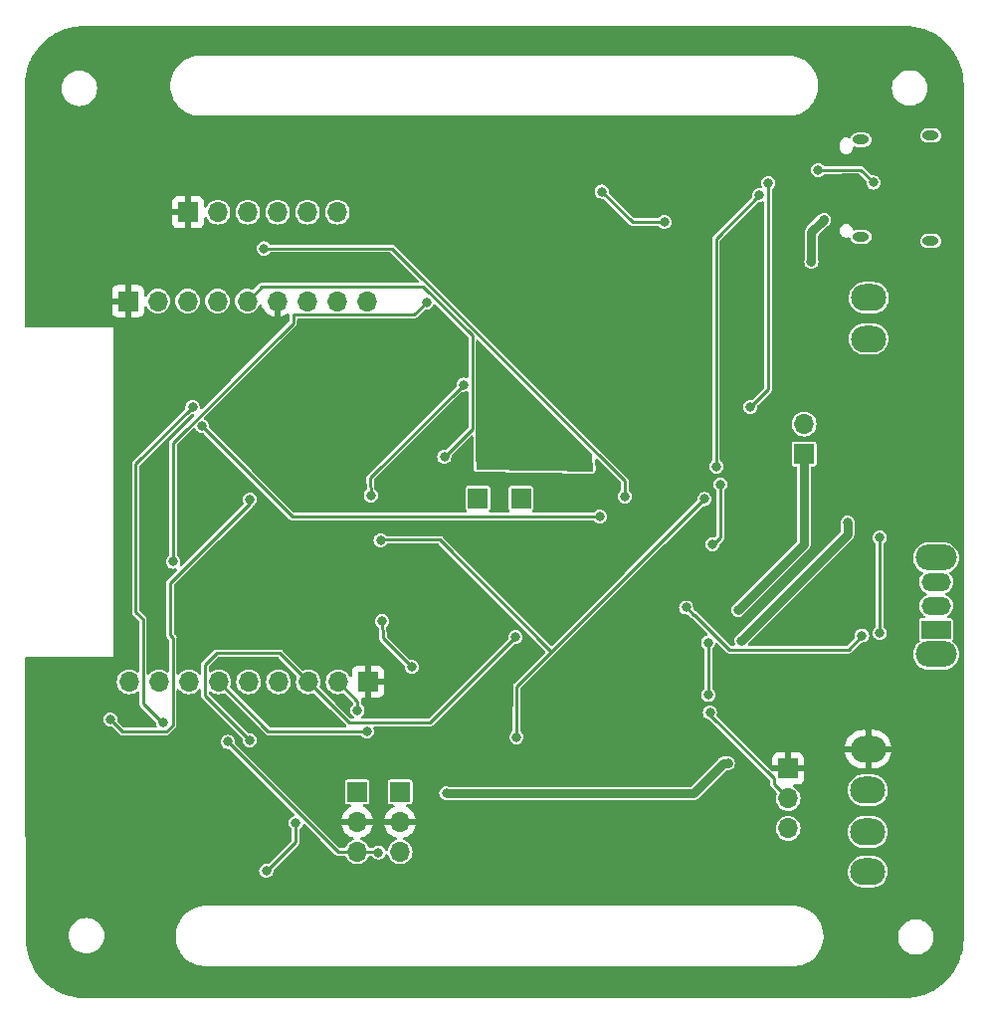
<source format=gbr>
G04 #@! TF.GenerationSoftware,KiCad,Pcbnew,6.99.0-unknown-70a038877e~161~ubuntu22.04.1*
G04 #@! TF.CreationDate,2023-01-18T15:13:39+00:00*
G04 #@! TF.ProjectId,MyBikesGotLED,4d794269-6b65-4734-976f-744c45442e6b,rev?*
G04 #@! TF.SameCoordinates,PX586a470PY296c010*
G04 #@! TF.FileFunction,Copper,L2,Bot*
G04 #@! TF.FilePolarity,Positive*
%FSLAX46Y46*%
G04 Gerber Fmt 4.6, Leading zero omitted, Abs format (unit mm)*
G04 Created by KiCad (PCBNEW 6.99.0-unknown-70a038877e~161~ubuntu22.04.1) date 2023-01-18 15:13:39*
%MOMM*%
%LPD*%
G01*
G04 APERTURE LIST*
G04 #@! TA.AperFunction,ComponentPad*
%ADD10R,1.700000X1.700000*%
G04 #@! TD*
G04 #@! TA.AperFunction,ComponentPad*
%ADD11O,1.700000X1.700000*%
G04 #@! TD*
G04 #@! TA.AperFunction,ComponentPad*
%ADD12O,1.400000X0.800000*%
G04 #@! TD*
G04 #@! TA.AperFunction,ComponentPad*
%ADD13O,3.500000X2.200000*%
G04 #@! TD*
G04 #@! TA.AperFunction,ComponentPad*
%ADD14R,2.500000X1.500000*%
G04 #@! TD*
G04 #@! TA.AperFunction,ComponentPad*
%ADD15O,2.500000X1.500000*%
G04 #@! TD*
G04 #@! TA.AperFunction,ComponentPad*
%ADD16O,3.000000X2.286000*%
G04 #@! TD*
G04 #@! TA.AperFunction,ViaPad*
%ADD17C,0.800000*%
G04 #@! TD*
G04 #@! TA.AperFunction,Conductor*
%ADD18C,0.250000*%
G04 #@! TD*
G04 #@! TA.AperFunction,Conductor*
%ADD19C,0.750000*%
G04 #@! TD*
G04 APERTURE END LIST*
D10*
X66259999Y-64405999D03*
D11*
X66259999Y-66945999D03*
X66259999Y-69485999D03*
D10*
X39859999Y-41405999D03*
X43519999Y-41405999D03*
D12*
X78399999Y-19525999D03*
X72449999Y-19165999D03*
X72449999Y-10905999D03*
X78399999Y-10545999D03*
D13*
X78849999Y-54665999D03*
X78849999Y-46465999D03*
D14*
X78849999Y-52565999D03*
D15*
X78849999Y-50565999D03*
X78849999Y-48565999D03*
D10*
X33239999Y-66395999D03*
D11*
X33239999Y-68935999D03*
X33239999Y-71475999D03*
D16*
X73069999Y-62755999D03*
X73042032Y-66251842D03*
X73042032Y-69803617D03*
X73042032Y-73159626D03*
X73138204Y-24347169D03*
X73110237Y-27843012D03*
D10*
X29589999Y-66395999D03*
D11*
X29589999Y-68935999D03*
X29589999Y-71475999D03*
D10*
X67619999Y-37630999D03*
D11*
X67619999Y-35090999D03*
D10*
X15199999Y-17065999D03*
D11*
X17739999Y-17065999D03*
X20279999Y-17065999D03*
X22819999Y-17065999D03*
X25359999Y-17065999D03*
X27899999Y-17065999D03*
D10*
X30499999Y-57015999D03*
D11*
X27959999Y-57015999D03*
X25419999Y-57015999D03*
X22879999Y-57015999D03*
X20339999Y-57015999D03*
X17799999Y-57015999D03*
X15259999Y-57015999D03*
X12719999Y-57015999D03*
X10179999Y-57015999D03*
D10*
X10089999Y-24625999D03*
D11*
X12629999Y-24625999D03*
X15169999Y-24625999D03*
X17709999Y-24625999D03*
X20249999Y-24625999D03*
X22789999Y-24625999D03*
X25329999Y-24625999D03*
X27869999Y-24625999D03*
X30409999Y-24625999D03*
D17*
X32930000Y-32456000D03*
X56950000Y-70256000D03*
X60920000Y-65196000D03*
X63900000Y-65226000D03*
X29850000Y-32436000D03*
X20460000Y-41496000D03*
X8580000Y-60216000D03*
X35490000Y-24726000D03*
X13920000Y-46806000D03*
X31400000Y-71536000D03*
X18580000Y-62126000D03*
X21850000Y-73116000D03*
X24370000Y-69016000D03*
X43070000Y-53216000D03*
X20440000Y-61976000D03*
X15580000Y-33646000D03*
X13070000Y-60496000D03*
X29620000Y-59436000D03*
X59610000Y-59656000D03*
X61130000Y-63966000D03*
X37180000Y-66506000D03*
X37000000Y-37876000D03*
X62010000Y-50896000D03*
X62280000Y-53506000D03*
X71320000Y-43486000D03*
X30410000Y-61226000D03*
X31590000Y-44966000D03*
X59130000Y-41466000D03*
X43150000Y-61716000D03*
X16390000Y-35266000D03*
X50230000Y-42976000D03*
X69310000Y-17716000D03*
X68240000Y-21276000D03*
X60500000Y-40236000D03*
X59840000Y-45296000D03*
X55720000Y-17916000D03*
X50390000Y-15316000D03*
X74070000Y-52876000D03*
X74070000Y-44766000D03*
X73510000Y-14546000D03*
X68820000Y-13476000D03*
X64580000Y-14576000D03*
X63050000Y-33646000D03*
X60170000Y-38706000D03*
X63810000Y-15616000D03*
X57580000Y-50696000D03*
X72550000Y-53076000D03*
X59450000Y-53666000D03*
X59450000Y-58136000D03*
X52360000Y-41236000D03*
X21660000Y-20146000D03*
X34240000Y-55746000D03*
X31710000Y-51876000D03*
X40480000Y-33976000D03*
X30750000Y-41146000D03*
X41620000Y-34056000D03*
X38650000Y-31736000D03*
X40190000Y-32466000D03*
D18*
X60920000Y-66256000D02*
X56950000Y-70226000D01*
X56950000Y-70256000D02*
X56920000Y-70256000D01*
X63870000Y-65196000D02*
X63900000Y-65226000D01*
X29850000Y-32436000D02*
X32900000Y-32436000D01*
X56950000Y-70226000D02*
X56950000Y-70256000D01*
X60920000Y-65196000D02*
X60920000Y-66256000D01*
X56920000Y-70256000D02*
X56940000Y-70236000D01*
X32880000Y-32456000D02*
X32930000Y-32456000D01*
X32930000Y-32406000D02*
X32910000Y-32426000D01*
X32930000Y-32456000D02*
X32930000Y-32406000D01*
X60920000Y-65196000D02*
X63870000Y-65196000D01*
X32900000Y-32436000D02*
X32880000Y-32456000D01*
X13895000Y-53261000D02*
X13895000Y-60696305D01*
X20460000Y-41826000D02*
X13650000Y-48636000D01*
X13345305Y-61246000D02*
X9610000Y-61246000D01*
X13895000Y-60696305D02*
X13345305Y-61246000D01*
X9610000Y-61246000D02*
X8580000Y-60216000D01*
X13650000Y-48636000D02*
X13650000Y-53016000D01*
X13650000Y-53016000D02*
X13895000Y-53261000D01*
X20460000Y-41496000D02*
X20460000Y-41826000D01*
X27960000Y-71506000D02*
X31370000Y-71506000D01*
X24135000Y-26495695D02*
X13930000Y-36700695D01*
X35490000Y-24726000D02*
X34415000Y-25801000D01*
X34415000Y-25801000D02*
X24135000Y-25801000D01*
X13930000Y-36700695D02*
X13930000Y-46796000D01*
X13930000Y-46796000D02*
X13920000Y-46806000D01*
X24135000Y-25801000D02*
X24135000Y-26495695D01*
X31370000Y-71506000D02*
X31400000Y-71536000D01*
X18580000Y-62126000D02*
X27960000Y-71506000D01*
X21890000Y-73116000D02*
X21850000Y-73116000D01*
X24370000Y-70636000D02*
X21890000Y-73116000D01*
X24370000Y-69016000D02*
X24370000Y-70636000D01*
X35775000Y-60501000D02*
X43060000Y-53216000D01*
X22990000Y-54586000D02*
X25420000Y-57016000D01*
X43060000Y-53216000D02*
X43070000Y-53216000D01*
X28905000Y-60501000D02*
X35775000Y-60501000D01*
X17613604Y-54586000D02*
X22990000Y-54586000D01*
X20440000Y-61976000D02*
X16625000Y-58161000D01*
X16625000Y-55574604D02*
X17613604Y-54586000D01*
X25420000Y-57016000D02*
X28905000Y-60501000D01*
X16625000Y-58161000D02*
X16625000Y-55574604D01*
X10750000Y-38476000D02*
X15580000Y-33646000D01*
X13070000Y-60556000D02*
X13060000Y-60546000D01*
X13070000Y-60496000D02*
X13070000Y-60556000D01*
X13010000Y-60496000D02*
X11355000Y-58841000D01*
X11355000Y-58841000D02*
X11355000Y-51711000D01*
X13070000Y-60496000D02*
X13010000Y-60496000D01*
X10750000Y-51106000D02*
X10750000Y-38476000D01*
X11355000Y-51711000D02*
X10750000Y-51106000D01*
X29620000Y-58676000D02*
X27960000Y-57016000D01*
X29620000Y-59436000D02*
X29620000Y-58676000D01*
X65085000Y-65771000D02*
X65085000Y-65261000D01*
X66260000Y-66946000D02*
X65085000Y-65771000D01*
X65085000Y-65261000D02*
X59510000Y-59686000D01*
D19*
X61130000Y-63966000D02*
X60771141Y-63966000D01*
X58211141Y-66526000D02*
X37200000Y-66526000D01*
X37200000Y-66526000D02*
X37180000Y-66506000D01*
X60771141Y-63966000D02*
X58211141Y-66526000D01*
D18*
X37000000Y-37876000D02*
X39375000Y-35501000D01*
X21490000Y-23386000D02*
X20250000Y-24626000D01*
X35175305Y-23386000D02*
X21490000Y-23386000D01*
X39375000Y-27585695D02*
X35175305Y-23386000D01*
X39375000Y-35501000D02*
X39375000Y-27585695D01*
D19*
X62010000Y-50896000D02*
X67620000Y-45286000D01*
X67620000Y-45286000D02*
X67620000Y-37631000D01*
X62280000Y-53506000D02*
X71320000Y-44466000D01*
X71320000Y-44466000D02*
X71320000Y-43486000D01*
D18*
X22010000Y-61226000D02*
X17800000Y-57016000D01*
X30410000Y-61226000D02*
X22010000Y-61226000D01*
X43170000Y-57426000D02*
X43150000Y-61716000D01*
X59130000Y-41466000D02*
X46140000Y-54456000D01*
X46140000Y-54456000D02*
X36620000Y-44936000D01*
X46140000Y-54456000D02*
X43170000Y-57426000D01*
X36620000Y-44936000D02*
X31590000Y-44936000D01*
X16390000Y-35266000D02*
X24080000Y-42956000D01*
X24080000Y-42956000D02*
X50180000Y-42956000D01*
X50180000Y-42956000D02*
X50230000Y-42976000D01*
X50230000Y-42976000D02*
X50220000Y-42956000D01*
X50220000Y-42956000D02*
X50200000Y-42956000D01*
X60500000Y-40236000D02*
X60500000Y-44736000D01*
D19*
X69270000Y-17716000D02*
X69310000Y-17716000D01*
D18*
X50420000Y-15316000D02*
X50390000Y-15316000D01*
D19*
X69310000Y-17676000D02*
X69290000Y-17696000D01*
D18*
X60500000Y-44736000D02*
X59940000Y-45296000D01*
D19*
X68240000Y-18746000D02*
X69270000Y-17716000D01*
D18*
X55720000Y-17916000D02*
X53020000Y-17916000D01*
X53020000Y-17916000D02*
X50420000Y-15316000D01*
D19*
X68240000Y-21276000D02*
X68240000Y-18746000D01*
D18*
X59940000Y-45296000D02*
X59840000Y-45296000D01*
D19*
X69310000Y-17716000D02*
X69310000Y-17676000D01*
D18*
X74070000Y-52876000D02*
X74070000Y-44766000D01*
X72420000Y-13456000D02*
X68820000Y-13476000D01*
X73510000Y-14546000D02*
X72420000Y-13456000D01*
X63050000Y-33636000D02*
X63050000Y-33646000D01*
X64580000Y-32106000D02*
X63050000Y-33636000D01*
X64580000Y-14576000D02*
X64580000Y-32106000D01*
X60120000Y-19306000D02*
X60120000Y-38656000D01*
X63810000Y-15616000D02*
X60120000Y-19306000D01*
X60120000Y-38656000D02*
X60170000Y-38706000D01*
X72600000Y-53076000D02*
X72520000Y-53156000D01*
X58190000Y-51306000D02*
X57580000Y-50696000D01*
X58300000Y-51306000D02*
X61270000Y-54276000D01*
X71400000Y-54276000D02*
X72550000Y-53126000D01*
X58300000Y-51306000D02*
X58190000Y-51306000D01*
X72550000Y-53126000D02*
X72550000Y-53076000D01*
X61270000Y-54276000D02*
X71400000Y-54276000D01*
X72550000Y-53076000D02*
X72600000Y-53076000D01*
X59450000Y-58136000D02*
X59450000Y-53676000D01*
X59450000Y-53676000D02*
X59450000Y-53666000D01*
X32571701Y-20146000D02*
X52360000Y-39934299D01*
X52360000Y-39934299D02*
X52360000Y-41236000D01*
X21660000Y-20146000D02*
X32571701Y-20146000D01*
X31780000Y-53286000D02*
X31710000Y-51876000D01*
X34240000Y-55746000D02*
X31780000Y-53286000D01*
X38650000Y-31736000D02*
X30700000Y-39686000D01*
X30700000Y-39686000D02*
X30750000Y-41146000D01*
G04 #@! TA.AperFunction,Conductor*
G36*
X39909012Y-27944091D02*
G01*
X39915595Y-27950220D01*
X49573554Y-37608179D01*
X49607580Y-37670491D01*
X49610353Y-37692109D01*
X49664526Y-39012572D01*
X49647333Y-39081455D01*
X49595628Y-39130109D01*
X49536481Y-39143719D01*
X45362355Y-39072402D01*
X39842287Y-38978089D01*
X39774517Y-38956926D01*
X39728948Y-38902484D01*
X39718449Y-38853704D01*
X39703447Y-37670491D01*
X39677872Y-35653491D01*
X39684146Y-35616543D01*
X39685588Y-35614045D01*
X39692134Y-35576924D01*
X39694508Y-35566217D01*
X39704263Y-35529807D01*
X39700979Y-35492269D01*
X39700500Y-35481288D01*
X39700500Y-28039315D01*
X39720502Y-27971194D01*
X39774158Y-27924701D01*
X39844432Y-27914597D01*
X39909012Y-27944091D01*
G37*
G04 #@! TD.AperFunction*
G04 #@! TA.AperFunction,Conductor*
G36*
X76192605Y-1196608D02*
G01*
X76599307Y-1213437D01*
X76609658Y-1214295D01*
X77011005Y-1264329D01*
X77021274Y-1266043D01*
X77417109Y-1349047D01*
X77427204Y-1351604D01*
X77814818Y-1467006D01*
X77824667Y-1470387D01*
X78201434Y-1617407D01*
X78210971Y-1621590D01*
X78574334Y-1799231D01*
X78583474Y-1804178D01*
X78930916Y-2011211D01*
X78939618Y-2016897D01*
X78970343Y-2038834D01*
X79268770Y-2251910D01*
X79276988Y-2258306D01*
X79585613Y-2519699D01*
X79593274Y-2526752D01*
X79879248Y-2812726D01*
X79886301Y-2820387D01*
X80147694Y-3129012D01*
X80154090Y-3137230D01*
X80389098Y-3466374D01*
X80394789Y-3475084D01*
X80601822Y-3822526D01*
X80606769Y-3831666D01*
X80672325Y-3965760D01*
X80784410Y-4195029D01*
X80788593Y-4204566D01*
X80935613Y-4581333D01*
X80938994Y-4591182D01*
X81054396Y-4978796D01*
X81056953Y-4988891D01*
X81139957Y-5384726D01*
X81141671Y-5394995D01*
X81191705Y-5796342D01*
X81192563Y-5806693D01*
X81209392Y-6213379D01*
X81209500Y-6218588D01*
X81197401Y-78884236D01*
X81193548Y-78884235D01*
X81193548Y-78884241D01*
X81197398Y-78884241D01*
X81197398Y-78901302D01*
X81197290Y-78906509D01*
X81180469Y-79313199D01*
X81179609Y-79323577D01*
X81154993Y-79521059D01*
X81131175Y-79712147D01*
X81129584Y-79724908D01*
X81127871Y-79735177D01*
X81116534Y-79789243D01*
X81044873Y-80131008D01*
X81042317Y-80141103D01*
X81012526Y-80241171D01*
X80940831Y-80481992D01*
X80926917Y-80528727D01*
X80923539Y-80538567D01*
X80776515Y-80915361D01*
X80772334Y-80924892D01*
X80669143Y-81135971D01*
X80594706Y-81288234D01*
X80589750Y-81297392D01*
X80382726Y-81644824D01*
X80377030Y-81653543D01*
X80142019Y-81982695D01*
X80135623Y-81990913D01*
X79874224Y-82299547D01*
X79867170Y-82307208D01*
X79581208Y-82593170D01*
X79573547Y-82600224D01*
X79264913Y-82861623D01*
X79256695Y-82868019D01*
X78927543Y-83103030D01*
X78918824Y-83108726D01*
X78571392Y-83315750D01*
X78562236Y-83320705D01*
X78198892Y-83498334D01*
X78189367Y-83502512D01*
X77812567Y-83649539D01*
X77802737Y-83652914D01*
X77657304Y-83696211D01*
X77415103Y-83768317D01*
X77405008Y-83770873D01*
X77115045Y-83831672D01*
X77009177Y-83853871D01*
X76998913Y-83855583D01*
X76847661Y-83874437D01*
X76597577Y-83905609D01*
X76587199Y-83906469D01*
X76180516Y-83923290D01*
X76175309Y-83923398D01*
X76158241Y-83923398D01*
X76158241Y-83918304D01*
X76158237Y-83918304D01*
X76158238Y-83923401D01*
X6393127Y-83933398D01*
X6387362Y-83933265D01*
X6034452Y-83917054D01*
X5979962Y-83914551D01*
X5969545Y-83913638D01*
X5567414Y-83861505D01*
X5557109Y-83859732D01*
X5276835Y-83799427D01*
X5160669Y-83774432D01*
X5150555Y-83771812D01*
X4762540Y-83653928D01*
X4752697Y-83650485D01*
X4375816Y-83500841D01*
X4366266Y-83496583D01*
X4018066Y-83323641D01*
X4003079Y-83316197D01*
X3993915Y-83311161D01*
X3646947Y-83101288D01*
X3638235Y-83095511D01*
X3619017Y-83081586D01*
X3580357Y-83053575D01*
X3309874Y-82857594D01*
X3301668Y-82851113D01*
X3009793Y-82600224D01*
X2994141Y-82586769D01*
X2986529Y-82579657D01*
X2701981Y-82290722D01*
X2694964Y-82282978D01*
X2435371Y-81971464D01*
X2429015Y-81963160D01*
X2196134Y-81631174D01*
X2190490Y-81622371D01*
X1985959Y-81272250D01*
X1981063Y-81263010D01*
X1806254Y-80897107D01*
X1802142Y-80887492D01*
X1658284Y-80508374D01*
X1654983Y-80498452D01*
X1550928Y-80136113D01*
X1543056Y-80108701D01*
X1540589Y-80098541D01*
X1479846Y-79793626D01*
X1461364Y-79700851D01*
X1459749Y-79690524D01*
X1450832Y-79612378D01*
X1428661Y-79418093D01*
X1413773Y-79287627D01*
X1413020Y-79277197D01*
X1403146Y-78954704D01*
X1400564Y-78870357D01*
X1400512Y-78865147D01*
X1400536Y-78863025D01*
X1400710Y-78847003D01*
X1400710Y-78847000D01*
X1405130Y-78847048D01*
X1405123Y-78846606D01*
X1400439Y-78846621D01*
X1399738Y-78626000D01*
X5034829Y-78626000D01*
X5053483Y-78863025D01*
X5054637Y-78867832D01*
X5054638Y-78867838D01*
X5089463Y-79012893D01*
X5108987Y-79094214D01*
X5110880Y-79098785D01*
X5110881Y-79098787D01*
X5189102Y-79287627D01*
X5199973Y-79313873D01*
X5324201Y-79516595D01*
X5478612Y-79697388D01*
X5659405Y-79851799D01*
X5862127Y-79976027D01*
X5866697Y-79977920D01*
X5866701Y-79977922D01*
X6020902Y-80041794D01*
X6081786Y-80067013D01*
X6119332Y-80076027D01*
X6308162Y-80121362D01*
X6308168Y-80121363D01*
X6312975Y-80122517D01*
X6550000Y-80141171D01*
X6787025Y-80122517D01*
X6791832Y-80121363D01*
X6791838Y-80121362D01*
X6980668Y-80076027D01*
X7018214Y-80067013D01*
X7079098Y-80041794D01*
X7233299Y-79977922D01*
X7233303Y-79977920D01*
X7237873Y-79976027D01*
X7440595Y-79851799D01*
X7621388Y-79697388D01*
X7775799Y-79516595D01*
X7900027Y-79313873D01*
X7910899Y-79287627D01*
X7989119Y-79098787D01*
X7989120Y-79098785D01*
X7991013Y-79094214D01*
X8010537Y-79012893D01*
X8045362Y-78867838D01*
X8045363Y-78867832D01*
X8046517Y-78863025D01*
X8050621Y-78810882D01*
X14139500Y-78810882D01*
X14139959Y-78814659D01*
X14139959Y-78814665D01*
X14158558Y-78967838D01*
X14176838Y-79118387D01*
X14177747Y-79122076D01*
X14177748Y-79122080D01*
X14195528Y-79194214D01*
X14250969Y-79419149D01*
X14360813Y-79708783D01*
X14409003Y-79800601D01*
X14502068Y-79977922D01*
X14504767Y-79983065D01*
X14506925Y-79986192D01*
X14506926Y-79986193D01*
X14631738Y-80167013D01*
X14680733Y-80237995D01*
X14683262Y-80240850D01*
X14683267Y-80240856D01*
X14799383Y-80371923D01*
X14886144Y-80469856D01*
X14888993Y-80472380D01*
X15115144Y-80672733D01*
X15115150Y-80672738D01*
X15118005Y-80675267D01*
X15121145Y-80677434D01*
X15121147Y-80677436D01*
X15261202Y-80774109D01*
X15372935Y-80851233D01*
X15376291Y-80852994D01*
X15376297Y-80852998D01*
X15495121Y-80915361D01*
X15647217Y-80995187D01*
X15936851Y-81105031D01*
X16062380Y-81135971D01*
X16233920Y-81178252D01*
X16233924Y-81178253D01*
X16237613Y-81179162D01*
X16241393Y-81179621D01*
X16541335Y-81216041D01*
X16541341Y-81216041D01*
X16545118Y-81216500D01*
X66854882Y-81216500D01*
X66858659Y-81216041D01*
X66858665Y-81216041D01*
X67158607Y-81179621D01*
X67162387Y-81179162D01*
X67166076Y-81178253D01*
X67166080Y-81178252D01*
X67337620Y-81135971D01*
X67463149Y-81105031D01*
X67752783Y-80995187D01*
X67904879Y-80915361D01*
X68023703Y-80852998D01*
X68023709Y-80852994D01*
X68027065Y-80851233D01*
X68138798Y-80774109D01*
X68278853Y-80677436D01*
X68278855Y-80677434D01*
X68281995Y-80675267D01*
X68284850Y-80672738D01*
X68284856Y-80672733D01*
X68511007Y-80472380D01*
X68513856Y-80469856D01*
X68600617Y-80371923D01*
X68716733Y-80240856D01*
X68716738Y-80240850D01*
X68719267Y-80237995D01*
X68768263Y-80167013D01*
X68893074Y-79986193D01*
X68893075Y-79986192D01*
X68895233Y-79983065D01*
X68897933Y-79977922D01*
X68990997Y-79800601D01*
X69039187Y-79708783D01*
X69149031Y-79419149D01*
X69204472Y-79194214D01*
X69222252Y-79122080D01*
X69222253Y-79122076D01*
X69223162Y-79118387D01*
X69241442Y-78967838D01*
X69260041Y-78814665D01*
X69260041Y-78814659D01*
X69260500Y-78810882D01*
X69260500Y-78726000D01*
X75614829Y-78726000D01*
X75633483Y-78963025D01*
X75634637Y-78967832D01*
X75634638Y-78967838D01*
X75660887Y-79077170D01*
X75688987Y-79194214D01*
X75690880Y-79198785D01*
X75690881Y-79198787D01*
X75740429Y-79318405D01*
X75779973Y-79413873D01*
X75904201Y-79616595D01*
X76058612Y-79797388D01*
X76239405Y-79951799D01*
X76442127Y-80076027D01*
X76446697Y-80077920D01*
X76446701Y-80077922D01*
X76657213Y-80165119D01*
X76661786Y-80167013D01*
X76743107Y-80186537D01*
X76888162Y-80221362D01*
X76888168Y-80221363D01*
X76892975Y-80222517D01*
X77130000Y-80241171D01*
X77367025Y-80222517D01*
X77371832Y-80221363D01*
X77371838Y-80221362D01*
X77516893Y-80186537D01*
X77598214Y-80167013D01*
X77602787Y-80165119D01*
X77813299Y-80077922D01*
X77813303Y-80077920D01*
X77817873Y-80076027D01*
X78020595Y-79951799D01*
X78201388Y-79797388D01*
X78355799Y-79616595D01*
X78480027Y-79413873D01*
X78519572Y-79318405D01*
X78569119Y-79198787D01*
X78569120Y-79198785D01*
X78571013Y-79194214D01*
X78599113Y-79077170D01*
X78625362Y-78967838D01*
X78625363Y-78967832D01*
X78626517Y-78963025D01*
X78645171Y-78726000D01*
X78626517Y-78488975D01*
X78625363Y-78484168D01*
X78625362Y-78484162D01*
X78572168Y-78262598D01*
X78571013Y-78257786D01*
X78569119Y-78253213D01*
X78481922Y-78042701D01*
X78481920Y-78042697D01*
X78480027Y-78038127D01*
X78355799Y-77835405D01*
X78201388Y-77654612D01*
X78020595Y-77500201D01*
X77817873Y-77375973D01*
X77813303Y-77374080D01*
X77813299Y-77374078D01*
X77602787Y-77286881D01*
X77602785Y-77286880D01*
X77598214Y-77284987D01*
X77516893Y-77265463D01*
X77371838Y-77230638D01*
X77371832Y-77230637D01*
X77367025Y-77229483D01*
X77130000Y-77210829D01*
X76892975Y-77229483D01*
X76888168Y-77230637D01*
X76888162Y-77230638D01*
X76743107Y-77265463D01*
X76661786Y-77284987D01*
X76657215Y-77286880D01*
X76657213Y-77286881D01*
X76446701Y-77374078D01*
X76446697Y-77374080D01*
X76442127Y-77375973D01*
X76239405Y-77500201D01*
X76058612Y-77654612D01*
X75904201Y-77835405D01*
X75779973Y-78038127D01*
X75778080Y-78042697D01*
X75778078Y-78042701D01*
X75690881Y-78253213D01*
X75688987Y-78257786D01*
X75687832Y-78262598D01*
X75634638Y-78484162D01*
X75634637Y-78484168D01*
X75633483Y-78488975D01*
X75614829Y-78726000D01*
X69260500Y-78726000D01*
X69260500Y-78501118D01*
X69247483Y-78393909D01*
X69223621Y-78197393D01*
X69223162Y-78193613D01*
X69218533Y-78174830D01*
X69161318Y-77942701D01*
X69149031Y-77892851D01*
X69039187Y-77603217D01*
X68921278Y-77378559D01*
X68896998Y-77332297D01*
X68896994Y-77332291D01*
X68895233Y-77328935D01*
X68854695Y-77270206D01*
X68721436Y-77077147D01*
X68721434Y-77077145D01*
X68719267Y-77074005D01*
X68716738Y-77071150D01*
X68716733Y-77071144D01*
X68516380Y-76844993D01*
X68513856Y-76842144D01*
X68500157Y-76830008D01*
X68284856Y-76639267D01*
X68284850Y-76639262D01*
X68281995Y-76636733D01*
X68027065Y-76460767D01*
X68023709Y-76459006D01*
X68023703Y-76459002D01*
X67863703Y-76375028D01*
X67752783Y-76316813D01*
X67463149Y-76206969D01*
X67317191Y-76170994D01*
X67166080Y-76133748D01*
X67166076Y-76133747D01*
X67162387Y-76132838D01*
X67158607Y-76132379D01*
X66858665Y-76095959D01*
X66858659Y-76095959D01*
X66854882Y-76095500D01*
X16545118Y-76095500D01*
X16541341Y-76095959D01*
X16541335Y-76095959D01*
X16241393Y-76132379D01*
X16237613Y-76132838D01*
X16233924Y-76133747D01*
X16233920Y-76133748D01*
X16082809Y-76170994D01*
X15936851Y-76206969D01*
X15647217Y-76316813D01*
X15536297Y-76375028D01*
X15376297Y-76459002D01*
X15376291Y-76459006D01*
X15372935Y-76460767D01*
X15118005Y-76636733D01*
X15115150Y-76639262D01*
X15115144Y-76639267D01*
X14899843Y-76830008D01*
X14886144Y-76842144D01*
X14883620Y-76844993D01*
X14683267Y-77071144D01*
X14683262Y-77071150D01*
X14680733Y-77074005D01*
X14678566Y-77077145D01*
X14678564Y-77077147D01*
X14545305Y-77270206D01*
X14504767Y-77328935D01*
X14503006Y-77332291D01*
X14503002Y-77332297D01*
X14478722Y-77378559D01*
X14360813Y-77603217D01*
X14250969Y-77892851D01*
X14238682Y-77942701D01*
X14181468Y-78174830D01*
X14176838Y-78193613D01*
X14176379Y-78197393D01*
X14152518Y-78393909D01*
X14139500Y-78501118D01*
X14139500Y-78810882D01*
X8050621Y-78810882D01*
X8065171Y-78626000D01*
X8046517Y-78388975D01*
X8045363Y-78384168D01*
X8045362Y-78384162D01*
X7992168Y-78162598D01*
X7991013Y-78157786D01*
X7989119Y-78153213D01*
X7901922Y-77942701D01*
X7901920Y-77942697D01*
X7900027Y-77938127D01*
X7775799Y-77735405D01*
X7621388Y-77554612D01*
X7440595Y-77400201D01*
X7237873Y-77275973D01*
X7233303Y-77274080D01*
X7233299Y-77274078D01*
X7022787Y-77186881D01*
X7022785Y-77186880D01*
X7018214Y-77184987D01*
X6936893Y-77165463D01*
X6791838Y-77130638D01*
X6791832Y-77130637D01*
X6787025Y-77129483D01*
X6550000Y-77110829D01*
X6312975Y-77129483D01*
X6308168Y-77130637D01*
X6308162Y-77130638D01*
X6163107Y-77165463D01*
X6081786Y-77184987D01*
X6077215Y-77186880D01*
X6077213Y-77186881D01*
X5866701Y-77274078D01*
X5866697Y-77274080D01*
X5862127Y-77275973D01*
X5659405Y-77400201D01*
X5478612Y-77554612D01*
X5324201Y-77735405D01*
X5199973Y-77938127D01*
X5198080Y-77942697D01*
X5198078Y-77942701D01*
X5110881Y-78153213D01*
X5108987Y-78157786D01*
X5107832Y-78162598D01*
X5054638Y-78384162D01*
X5054637Y-78384168D01*
X5053483Y-78388975D01*
X5034829Y-78626000D01*
X1399738Y-78626000D01*
X1398267Y-78162598D01*
X1347340Y-62126000D01*
X17974318Y-62126000D01*
X17994956Y-62282762D01*
X18055464Y-62428841D01*
X18151718Y-62554282D01*
X18277159Y-62650536D01*
X18423238Y-62711044D01*
X18580000Y-62731682D01*
X18646843Y-62722882D01*
X18716990Y-62733821D01*
X18752383Y-62758709D01*
X24229374Y-68235700D01*
X24263400Y-68298012D01*
X24258335Y-68368827D01*
X24215788Y-68425663D01*
X24188497Y-68441204D01*
X24067159Y-68491464D01*
X23941718Y-68587718D01*
X23845464Y-68713159D01*
X23784956Y-68859238D01*
X23764318Y-69016000D01*
X23784956Y-69172762D01*
X23845464Y-69318841D01*
X23941718Y-69444282D01*
X23948264Y-69449305D01*
X23995204Y-69485323D01*
X24037071Y-69542661D01*
X24044500Y-69585286D01*
X24044500Y-70448984D01*
X24024498Y-70517105D01*
X24007595Y-70538079D01*
X22057730Y-72487944D01*
X21995418Y-72521970D01*
X21952189Y-72523771D01*
X21858188Y-72511396D01*
X21850000Y-72510318D01*
X21693238Y-72530956D01*
X21547159Y-72591464D01*
X21421718Y-72687718D01*
X21325464Y-72813159D01*
X21264956Y-72959238D01*
X21244318Y-73116000D01*
X21264956Y-73272762D01*
X21325464Y-73418841D01*
X21421718Y-73544282D01*
X21547159Y-73640536D01*
X21693238Y-73701044D01*
X21850000Y-73721682D01*
X21858188Y-73720604D01*
X21998574Y-73702122D01*
X22006762Y-73701044D01*
X22152841Y-73640536D01*
X22278282Y-73544282D01*
X22374536Y-73418841D01*
X22435044Y-73272762D01*
X22449938Y-73159627D01*
X71336401Y-73159627D01*
X71356890Y-73393814D01*
X71417733Y-73620886D01*
X71420055Y-73625867D01*
X71420056Y-73625868D01*
X71514757Y-73828956D01*
X71514760Y-73828961D01*
X71517083Y-73833943D01*
X71651921Y-74026511D01*
X71818149Y-74192739D01*
X71822657Y-74195896D01*
X71822660Y-74195898D01*
X71903003Y-74252154D01*
X72010717Y-74327577D01*
X72015699Y-74329900D01*
X72015704Y-74329903D01*
X72218792Y-74424604D01*
X72223774Y-74426927D01*
X72229082Y-74428349D01*
X72229084Y-74428350D01*
X72445531Y-74486346D01*
X72450846Y-74487770D01*
X72553298Y-74496734D01*
X72623651Y-74502889D01*
X72623658Y-74502889D01*
X72626375Y-74503127D01*
X73457691Y-74503127D01*
X73460408Y-74502889D01*
X73460415Y-74502889D01*
X73530768Y-74496734D01*
X73633220Y-74487770D01*
X73638535Y-74486346D01*
X73854982Y-74428350D01*
X73854984Y-74428349D01*
X73860292Y-74426927D01*
X73865274Y-74424604D01*
X74068362Y-74329903D01*
X74068367Y-74329900D01*
X74073349Y-74327577D01*
X74181063Y-74252154D01*
X74261406Y-74195898D01*
X74261409Y-74195896D01*
X74265917Y-74192739D01*
X74432145Y-74026511D01*
X74566983Y-73833943D01*
X74569306Y-73828961D01*
X74569309Y-73828956D01*
X74664010Y-73625868D01*
X74664011Y-73625867D01*
X74666333Y-73620886D01*
X74727176Y-73393814D01*
X74747665Y-73159627D01*
X74727176Y-72925440D01*
X74697091Y-72813159D01*
X74667756Y-72703678D01*
X74667755Y-72703676D01*
X74666333Y-72698368D01*
X74616483Y-72591464D01*
X74569309Y-72490298D01*
X74569306Y-72490293D01*
X74566983Y-72485311D01*
X74432145Y-72292743D01*
X74265917Y-72126515D01*
X74261409Y-72123358D01*
X74261406Y-72123356D01*
X74174423Y-72062450D01*
X74073349Y-71991677D01*
X74068367Y-71989354D01*
X74068362Y-71989351D01*
X73865274Y-71894650D01*
X73865273Y-71894649D01*
X73860292Y-71892327D01*
X73854984Y-71890905D01*
X73854982Y-71890904D01*
X73638535Y-71832908D01*
X73638534Y-71832908D01*
X73633220Y-71831484D01*
X73530768Y-71822520D01*
X73460415Y-71816365D01*
X73460408Y-71816365D01*
X73457691Y-71816127D01*
X72626375Y-71816127D01*
X72623658Y-71816365D01*
X72623651Y-71816365D01*
X72553298Y-71822520D01*
X72450846Y-71831484D01*
X72445532Y-71832908D01*
X72445531Y-71832908D01*
X72229084Y-71890904D01*
X72229082Y-71890905D01*
X72223774Y-71892327D01*
X72218793Y-71894649D01*
X72218792Y-71894650D01*
X72015704Y-71989351D01*
X72015699Y-71989354D01*
X72010717Y-71991677D01*
X71909643Y-72062450D01*
X71822660Y-72123356D01*
X71822657Y-72123358D01*
X71818149Y-72126515D01*
X71651921Y-72292743D01*
X71517083Y-72485311D01*
X71514760Y-72490293D01*
X71514757Y-72490298D01*
X71467583Y-72591464D01*
X71417733Y-72698368D01*
X71416311Y-72703676D01*
X71416310Y-72703678D01*
X71386975Y-72813159D01*
X71356890Y-72925440D01*
X71336401Y-73159627D01*
X22449938Y-73159627D01*
X22455682Y-73116000D01*
X22454604Y-73107809D01*
X22451536Y-73084503D01*
X22462476Y-73014354D01*
X22487363Y-72978963D01*
X24586215Y-70880111D01*
X24594319Y-70872684D01*
X24614749Y-70855541D01*
X24623194Y-70848455D01*
X24632213Y-70832833D01*
X24642039Y-70815815D01*
X24647945Y-70806544D01*
X24663230Y-70784715D01*
X24669554Y-70775684D01*
X24672408Y-70765034D01*
X24673885Y-70761866D01*
X24675077Y-70758590D01*
X24680588Y-70749045D01*
X24687130Y-70711942D01*
X24689509Y-70701210D01*
X24699264Y-70664807D01*
X24695979Y-70627257D01*
X24695500Y-70616276D01*
X24695500Y-69585286D01*
X24715502Y-69517165D01*
X24744796Y-69485323D01*
X24791736Y-69449305D01*
X24798282Y-69444282D01*
X24894536Y-69318841D01*
X24944796Y-69197503D01*
X24989344Y-69142222D01*
X25056708Y-69119801D01*
X25125499Y-69137359D01*
X25150300Y-69156626D01*
X26434373Y-70440700D01*
X27715895Y-71722222D01*
X27723322Y-71730326D01*
X27747545Y-71759194D01*
X27757088Y-71764704D01*
X27757092Y-71764707D01*
X27780179Y-71778036D01*
X27789448Y-71783940D01*
X27820316Y-71805554D01*
X27830964Y-71808407D01*
X27834135Y-71809886D01*
X27837411Y-71811078D01*
X27846955Y-71816588D01*
X27884076Y-71823134D01*
X27894783Y-71825508D01*
X27931193Y-71835263D01*
X27942168Y-71834303D01*
X27942170Y-71834303D01*
X27968731Y-71831979D01*
X27979712Y-71831500D01*
X28513347Y-71831500D01*
X28581468Y-71851502D01*
X28624469Y-71898103D01*
X28712315Y-72062450D01*
X28843590Y-72222410D01*
X29003550Y-72353685D01*
X29186046Y-72451232D01*
X29235124Y-72466119D01*
X29378140Y-72509503D01*
X29378146Y-72509504D01*
X29384066Y-72511300D01*
X29590000Y-72531583D01*
X29795934Y-72511300D01*
X29801854Y-72509504D01*
X29801860Y-72509503D01*
X29944876Y-72466119D01*
X29993954Y-72451232D01*
X30176450Y-72353685D01*
X30336410Y-72222410D01*
X30467685Y-72062450D01*
X30555531Y-71898103D01*
X30605284Y-71847455D01*
X30666653Y-71831500D01*
X30807694Y-71831500D01*
X30875815Y-71851502D01*
X30907657Y-71880796D01*
X30971718Y-71964282D01*
X31097159Y-72060536D01*
X31243238Y-72121044D01*
X31251426Y-72122122D01*
X31314395Y-72130412D01*
X31400000Y-72141682D01*
X31408188Y-72140604D01*
X31548574Y-72122122D01*
X31556762Y-72121044D01*
X31702841Y-72060536D01*
X31828282Y-71964282D01*
X31924536Y-71838841D01*
X31978976Y-71707411D01*
X32023524Y-71652130D01*
X32090888Y-71629709D01*
X32159679Y-71647267D01*
X32208057Y-71699229D01*
X32215959Y-71719051D01*
X32264768Y-71879954D01*
X32362315Y-72062450D01*
X32493590Y-72222410D01*
X32653550Y-72353685D01*
X32836046Y-72451232D01*
X32885124Y-72466119D01*
X33028140Y-72509503D01*
X33028146Y-72509504D01*
X33034066Y-72511300D01*
X33240000Y-72531583D01*
X33445934Y-72511300D01*
X33451854Y-72509504D01*
X33451860Y-72509503D01*
X33594876Y-72466119D01*
X33643954Y-72451232D01*
X33826450Y-72353685D01*
X33986410Y-72222410D01*
X34117685Y-72062450D01*
X34215232Y-71879954D01*
X34234521Y-71816365D01*
X34273503Y-71687860D01*
X34273504Y-71687854D01*
X34275300Y-71681934D01*
X34295583Y-71476000D01*
X34275300Y-71270066D01*
X34273504Y-71264146D01*
X34273503Y-71264140D01*
X34217027Y-71077964D01*
X34215232Y-71072046D01*
X34117685Y-70889550D01*
X33986410Y-70729590D01*
X33826450Y-70598315D01*
X33643954Y-70500768D01*
X33638035Y-70498973D01*
X33638029Y-70498970D01*
X33603106Y-70488376D01*
X33543725Y-70449461D01*
X33514809Y-70384619D01*
X33525540Y-70314438D01*
X33572510Y-70261200D01*
X33598770Y-70248629D01*
X33782440Y-70185575D01*
X33791957Y-70181401D01*
X33980718Y-70079248D01*
X33989411Y-70073569D01*
X34158789Y-69941737D01*
X34166432Y-69934700D01*
X34311790Y-69776799D01*
X34318177Y-69768593D01*
X34435569Y-69588913D01*
X34440512Y-69579778D01*
X34481647Y-69486000D01*
X65204417Y-69486000D01*
X65224700Y-69691934D01*
X65226496Y-69697854D01*
X65226497Y-69697860D01*
X65260239Y-69809093D01*
X65284768Y-69889954D01*
X65382315Y-70072450D01*
X65513590Y-70232410D01*
X65673550Y-70363685D01*
X65856046Y-70461232D01*
X65894666Y-70472947D01*
X66048140Y-70519503D01*
X66048146Y-70519504D01*
X66054066Y-70521300D01*
X66260000Y-70541583D01*
X66465934Y-70521300D01*
X66471854Y-70519504D01*
X66471860Y-70519503D01*
X66625334Y-70472947D01*
X66663954Y-70461232D01*
X66846450Y-70363685D01*
X67006410Y-70232410D01*
X67137685Y-70072450D01*
X67235232Y-69889954D01*
X67259761Y-69809093D01*
X67261422Y-69803618D01*
X71336401Y-69803618D01*
X71356890Y-70037805D01*
X71358314Y-70043119D01*
X71358314Y-70043120D01*
X71409034Y-70232410D01*
X71417733Y-70264877D01*
X71420055Y-70269858D01*
X71420056Y-70269859D01*
X71514757Y-70472947D01*
X71514760Y-70472952D01*
X71517083Y-70477934D01*
X71559197Y-70538079D01*
X71640246Y-70653828D01*
X71651921Y-70670502D01*
X71818149Y-70836730D01*
X71822657Y-70839887D01*
X71822660Y-70839889D01*
X71901375Y-70895006D01*
X72010717Y-70971568D01*
X72015699Y-70973891D01*
X72015704Y-70973894D01*
X72218792Y-71068595D01*
X72223774Y-71070918D01*
X72229082Y-71072340D01*
X72229084Y-71072341D01*
X72361115Y-71107718D01*
X72450846Y-71131761D01*
X72553298Y-71140725D01*
X72623651Y-71146880D01*
X72623658Y-71146880D01*
X72626375Y-71147118D01*
X73457691Y-71147118D01*
X73460408Y-71146880D01*
X73460415Y-71146880D01*
X73530768Y-71140725D01*
X73633220Y-71131761D01*
X73722951Y-71107718D01*
X73854982Y-71072341D01*
X73854984Y-71072340D01*
X73860292Y-71070918D01*
X73865274Y-71068595D01*
X74068362Y-70973894D01*
X74068367Y-70973891D01*
X74073349Y-70971568D01*
X74182691Y-70895006D01*
X74261406Y-70839889D01*
X74261409Y-70839887D01*
X74265917Y-70836730D01*
X74432145Y-70670502D01*
X74443821Y-70653828D01*
X74524869Y-70538079D01*
X74566983Y-70477934D01*
X74569306Y-70472952D01*
X74569309Y-70472947D01*
X74664010Y-70269859D01*
X74664011Y-70269858D01*
X74666333Y-70264877D01*
X74675033Y-70232410D01*
X74725752Y-70043120D01*
X74725752Y-70043119D01*
X74727176Y-70037805D01*
X74747665Y-69803618D01*
X74727176Y-69569431D01*
X74713172Y-69517165D01*
X74667756Y-69347669D01*
X74667755Y-69347667D01*
X74666333Y-69342359D01*
X74658421Y-69325392D01*
X74569309Y-69134289D01*
X74569306Y-69134284D01*
X74566983Y-69129302D01*
X74432145Y-68936734D01*
X74265917Y-68770506D01*
X74261409Y-68767349D01*
X74261406Y-68767347D01*
X74174661Y-68706608D01*
X74073349Y-68635668D01*
X74068367Y-68633345D01*
X74068362Y-68633342D01*
X73865274Y-68538641D01*
X73865273Y-68538640D01*
X73860292Y-68536318D01*
X73854984Y-68534896D01*
X73854982Y-68534895D01*
X73638535Y-68476899D01*
X73638534Y-68476899D01*
X73633220Y-68475475D01*
X73530768Y-68466511D01*
X73460415Y-68460356D01*
X73460408Y-68460356D01*
X73457691Y-68460118D01*
X72626375Y-68460118D01*
X72623658Y-68460356D01*
X72623651Y-68460356D01*
X72553298Y-68466511D01*
X72450846Y-68475475D01*
X72445532Y-68476899D01*
X72445531Y-68476899D01*
X72229084Y-68534895D01*
X72229082Y-68534896D01*
X72223774Y-68536318D01*
X72218793Y-68538640D01*
X72218792Y-68538641D01*
X72015704Y-68633342D01*
X72015699Y-68633345D01*
X72010717Y-68635668D01*
X71909405Y-68706608D01*
X71822660Y-68767347D01*
X71822657Y-68767349D01*
X71818149Y-68770506D01*
X71651921Y-68936734D01*
X71517083Y-69129302D01*
X71514760Y-69134284D01*
X71514757Y-69134289D01*
X71425645Y-69325392D01*
X71417733Y-69342359D01*
X71416311Y-69347667D01*
X71416310Y-69347669D01*
X71370894Y-69517165D01*
X71356890Y-69569431D01*
X71336401Y-69803618D01*
X67261422Y-69803618D01*
X67293503Y-69697860D01*
X67293504Y-69697854D01*
X67295300Y-69691934D01*
X67315583Y-69486000D01*
X67295300Y-69280066D01*
X67293504Y-69274146D01*
X67293503Y-69274140D01*
X67237027Y-69087964D01*
X67235232Y-69082046D01*
X67137685Y-68899550D01*
X67006410Y-68739590D01*
X66846450Y-68608315D01*
X66663954Y-68510768D01*
X66614876Y-68495881D01*
X66471860Y-68452497D01*
X66471854Y-68452496D01*
X66465934Y-68450700D01*
X66260000Y-68430417D01*
X66054066Y-68450700D01*
X66048146Y-68452496D01*
X66048140Y-68452497D01*
X65905124Y-68495881D01*
X65856046Y-68510768D01*
X65673550Y-68608315D01*
X65513590Y-68739590D01*
X65382315Y-68899550D01*
X65284768Y-69082046D01*
X65282973Y-69087964D01*
X65226497Y-69274140D01*
X65226496Y-69274146D01*
X65224700Y-69280066D01*
X65204417Y-69486000D01*
X34481647Y-69486000D01*
X34526730Y-69383223D01*
X34530100Y-69373408D01*
X34572097Y-69207561D01*
X34571567Y-69193470D01*
X34563145Y-69190000D01*
X31921571Y-69190000D01*
X31908040Y-69193973D01*
X31906744Y-69202986D01*
X31949900Y-69373408D01*
X31953270Y-69383223D01*
X32039488Y-69579778D01*
X32044431Y-69588913D01*
X32161823Y-69768593D01*
X32168210Y-69776799D01*
X32313568Y-69934700D01*
X32321211Y-69941737D01*
X32490589Y-70073569D01*
X32499282Y-70079248D01*
X32688043Y-70181401D01*
X32697560Y-70185575D01*
X32881230Y-70248629D01*
X32939165Y-70289666D01*
X32965717Y-70355511D01*
X32952456Y-70425258D01*
X32903591Y-70476763D01*
X32876894Y-70488376D01*
X32841971Y-70498970D01*
X32841965Y-70498973D01*
X32836046Y-70500768D01*
X32653550Y-70598315D01*
X32493590Y-70729590D01*
X32362315Y-70889550D01*
X32264768Y-71072046D01*
X32262973Y-71077964D01*
X32206497Y-71264140D01*
X32206496Y-71264146D01*
X32204700Y-71270066D01*
X32204093Y-71276230D01*
X32203121Y-71286097D01*
X32176537Y-71351929D01*
X32118581Y-71392937D01*
X32047655Y-71396103D01*
X31986277Y-71360420D01*
X31961319Y-71321962D01*
X31946464Y-71286097D01*
X31924536Y-71233159D01*
X31828282Y-71107718D01*
X31702841Y-71011464D01*
X31556762Y-70950956D01*
X31400000Y-70930318D01*
X31243238Y-70950956D01*
X31097159Y-71011464D01*
X31090608Y-71016491D01*
X30993404Y-71091078D01*
X30971718Y-71107718D01*
X30953697Y-71131203D01*
X30896362Y-71173071D01*
X30853735Y-71180500D01*
X30691580Y-71180500D01*
X30623459Y-71160498D01*
X30576966Y-71106842D01*
X30571006Y-71091078D01*
X30567031Y-71077974D01*
X30567027Y-71077964D01*
X30565232Y-71072046D01*
X30467685Y-70889550D01*
X30336410Y-70729590D01*
X30176450Y-70598315D01*
X29993954Y-70500768D01*
X29988035Y-70498973D01*
X29988029Y-70498970D01*
X29953106Y-70488376D01*
X29893725Y-70449461D01*
X29864809Y-70384619D01*
X29875540Y-70314438D01*
X29922510Y-70261200D01*
X29948770Y-70248629D01*
X30132440Y-70185575D01*
X30141957Y-70181401D01*
X30330718Y-70079248D01*
X30339411Y-70073569D01*
X30508789Y-69941737D01*
X30516432Y-69934700D01*
X30661790Y-69776799D01*
X30668177Y-69768593D01*
X30785569Y-69588913D01*
X30790512Y-69579778D01*
X30876730Y-69383223D01*
X30880100Y-69373408D01*
X30922097Y-69207561D01*
X30921567Y-69193470D01*
X30913145Y-69190000D01*
X28271571Y-69190000D01*
X28258040Y-69193973D01*
X28256744Y-69202986D01*
X28299900Y-69373408D01*
X28303270Y-69383223D01*
X28389488Y-69579778D01*
X28394431Y-69588913D01*
X28511823Y-69768593D01*
X28518210Y-69776799D01*
X28663568Y-69934700D01*
X28671211Y-69941737D01*
X28840589Y-70073569D01*
X28849282Y-70079248D01*
X29038043Y-70181401D01*
X29047560Y-70185575D01*
X29231230Y-70248629D01*
X29289165Y-70289666D01*
X29315717Y-70355511D01*
X29302456Y-70425258D01*
X29253591Y-70476763D01*
X29226894Y-70488376D01*
X29191971Y-70498970D01*
X29191965Y-70498973D01*
X29186046Y-70500768D01*
X29003550Y-70598315D01*
X28843590Y-70729590D01*
X28712315Y-70889550D01*
X28614768Y-71072046D01*
X28612973Y-71077964D01*
X28612969Y-71077974D01*
X28608994Y-71091078D01*
X28570078Y-71150458D01*
X28505236Y-71179373D01*
X28488420Y-71180500D01*
X28147017Y-71180500D01*
X28078896Y-71160498D01*
X28057922Y-71143595D01*
X25578766Y-68664439D01*
X28257903Y-68664439D01*
X28258433Y-68678530D01*
X28266855Y-68682000D01*
X30908429Y-68682000D01*
X30921960Y-68678027D01*
X30923256Y-68669014D01*
X30922097Y-68664439D01*
X31907903Y-68664439D01*
X31908433Y-68678530D01*
X31916855Y-68682000D01*
X34558429Y-68682000D01*
X34571960Y-68678027D01*
X34573256Y-68669014D01*
X34530100Y-68498592D01*
X34526730Y-68488777D01*
X34440512Y-68292222D01*
X34435569Y-68283087D01*
X34318177Y-68103407D01*
X34311790Y-68095201D01*
X34166432Y-67937300D01*
X34158789Y-67930263D01*
X33989411Y-67798431D01*
X33980718Y-67792752D01*
X33791951Y-67690596D01*
X33785775Y-67687887D01*
X33731427Y-67642206D01*
X33710403Y-67574394D01*
X33729379Y-67505980D01*
X33782330Y-67458686D01*
X33836389Y-67446500D01*
X34109748Y-67446500D01*
X34115816Y-67445293D01*
X34156061Y-67437288D01*
X34156062Y-67437288D01*
X34168231Y-67434867D01*
X34234552Y-67390552D01*
X34278867Y-67324231D01*
X34286680Y-67284955D01*
X34289293Y-67271816D01*
X34290500Y-67265748D01*
X34290500Y-66506000D01*
X36574318Y-66506000D01*
X36594956Y-66662762D01*
X36655464Y-66808841D01*
X36751718Y-66934282D01*
X36877159Y-67030536D01*
X37023238Y-67091044D01*
X37180000Y-67111682D01*
X37188188Y-67110604D01*
X37249152Y-67102578D01*
X37265598Y-67101500D01*
X58165169Y-67101500D01*
X58181615Y-67102578D01*
X58202952Y-67105387D01*
X58202953Y-67105387D01*
X58211141Y-67106465D01*
X58219329Y-67105387D01*
X58219331Y-67105387D01*
X58248850Y-67101501D01*
X58248860Y-67101500D01*
X58248861Y-67101500D01*
X58328283Y-67091044D01*
X58353189Y-67087765D01*
X58361377Y-67086687D01*
X58501374Y-67028698D01*
X58551891Y-66989935D01*
X58591409Y-66959612D01*
X58591412Y-66959609D01*
X58621592Y-66936451D01*
X58639724Y-66912821D01*
X58650591Y-66900430D01*
X60952929Y-64598092D01*
X61015241Y-64564066D01*
X61058469Y-64562265D01*
X61130000Y-64571682D01*
X61138188Y-64570604D01*
X61187850Y-64564066D01*
X61208381Y-64561363D01*
X61278574Y-64552122D01*
X61286762Y-64551044D01*
X61432841Y-64490536D01*
X61545456Y-64404124D01*
X61551736Y-64399305D01*
X61558282Y-64394282D01*
X61654536Y-64268841D01*
X61715044Y-64122762D01*
X61735682Y-63966000D01*
X61715044Y-63809238D01*
X61654536Y-63663159D01*
X61558282Y-63537718D01*
X61432841Y-63441464D01*
X61286762Y-63380956D01*
X61130000Y-63360318D01*
X61121812Y-63361396D01*
X60981424Y-63379878D01*
X60981422Y-63379879D01*
X60973238Y-63380956D01*
X60965613Y-63384114D01*
X60957803Y-63386207D01*
X60925194Y-63390500D01*
X60817120Y-63390500D01*
X60800674Y-63389422D01*
X60779330Y-63386612D01*
X60779329Y-63386612D01*
X60771141Y-63385534D01*
X60733421Y-63390500D01*
X60620905Y-63405313D01*
X60562917Y-63429333D01*
X60488540Y-63460140D01*
X60488539Y-63460141D01*
X60480909Y-63463301D01*
X60390873Y-63532388D01*
X60390870Y-63532391D01*
X60360690Y-63555549D01*
X60355664Y-63562099D01*
X60342558Y-63579179D01*
X60331691Y-63591570D01*
X58009666Y-65913595D01*
X57947354Y-65947621D01*
X57920571Y-65950500D01*
X37433150Y-65950500D01*
X37384934Y-65940910D01*
X37336762Y-65920956D01*
X37180000Y-65900318D01*
X37023238Y-65920956D01*
X36877159Y-65981464D01*
X36751718Y-66077718D01*
X36655464Y-66203159D01*
X36594956Y-66349238D01*
X36574318Y-66506000D01*
X34290500Y-66506000D01*
X34290500Y-65526252D01*
X34278867Y-65467769D01*
X34234552Y-65401448D01*
X34168231Y-65357133D01*
X34156062Y-65354712D01*
X34156061Y-65354712D01*
X34115816Y-65346707D01*
X34109748Y-65345500D01*
X32370252Y-65345500D01*
X32364184Y-65346707D01*
X32323939Y-65354712D01*
X32323938Y-65354712D01*
X32311769Y-65357133D01*
X32245448Y-65401448D01*
X32201133Y-65467769D01*
X32189500Y-65526252D01*
X32189500Y-67265748D01*
X32190707Y-67271816D01*
X32193321Y-67284955D01*
X32201133Y-67324231D01*
X32245448Y-67390552D01*
X32311769Y-67434867D01*
X32323938Y-67437288D01*
X32323939Y-67437288D01*
X32364184Y-67445293D01*
X32370252Y-67446500D01*
X32643611Y-67446500D01*
X32711732Y-67466502D01*
X32758225Y-67520158D01*
X32768329Y-67590432D01*
X32738835Y-67655012D01*
X32694225Y-67687887D01*
X32688049Y-67690596D01*
X32499282Y-67792752D01*
X32490589Y-67798431D01*
X32321211Y-67930263D01*
X32313568Y-67937300D01*
X32168210Y-68095201D01*
X32161823Y-68103407D01*
X32044431Y-68283087D01*
X32039488Y-68292222D01*
X31953270Y-68488777D01*
X31949900Y-68498592D01*
X31907903Y-68664439D01*
X30922097Y-68664439D01*
X30880100Y-68498592D01*
X30876730Y-68488777D01*
X30790512Y-68292222D01*
X30785569Y-68283087D01*
X30668177Y-68103407D01*
X30661790Y-68095201D01*
X30516432Y-67937300D01*
X30508789Y-67930263D01*
X30339411Y-67798431D01*
X30330718Y-67792752D01*
X30141951Y-67690596D01*
X30135775Y-67687887D01*
X30081427Y-67642206D01*
X30060403Y-67574394D01*
X30079379Y-67505980D01*
X30132330Y-67458686D01*
X30186389Y-67446500D01*
X30459748Y-67446500D01*
X30465816Y-67445293D01*
X30506061Y-67437288D01*
X30506062Y-67437288D01*
X30518231Y-67434867D01*
X30584552Y-67390552D01*
X30628867Y-67324231D01*
X30636680Y-67284955D01*
X30639293Y-67271816D01*
X30640500Y-67265748D01*
X30640500Y-65526252D01*
X30628867Y-65467769D01*
X30584552Y-65401448D01*
X30518231Y-65357133D01*
X30506062Y-65354712D01*
X30506061Y-65354712D01*
X30465816Y-65346707D01*
X30459748Y-65345500D01*
X28720252Y-65345500D01*
X28714184Y-65346707D01*
X28673939Y-65354712D01*
X28673938Y-65354712D01*
X28661769Y-65357133D01*
X28595448Y-65401448D01*
X28551133Y-65467769D01*
X28539500Y-65526252D01*
X28539500Y-67265748D01*
X28540707Y-67271816D01*
X28543321Y-67284955D01*
X28551133Y-67324231D01*
X28595448Y-67390552D01*
X28661769Y-67434867D01*
X28673938Y-67437288D01*
X28673939Y-67437288D01*
X28714184Y-67445293D01*
X28720252Y-67446500D01*
X28993611Y-67446500D01*
X29061732Y-67466502D01*
X29108225Y-67520158D01*
X29118329Y-67590432D01*
X29088835Y-67655012D01*
X29044225Y-67687887D01*
X29038049Y-67690596D01*
X28849282Y-67792752D01*
X28840589Y-67798431D01*
X28671211Y-67930263D01*
X28663568Y-67937300D01*
X28518210Y-68095201D01*
X28511823Y-68103407D01*
X28394431Y-68283087D01*
X28389488Y-68292222D01*
X28303270Y-68488777D01*
X28299900Y-68498592D01*
X28257903Y-68664439D01*
X25578766Y-68664439D01*
X23648467Y-66734140D01*
X19212709Y-62298383D01*
X19178683Y-62236071D01*
X19176882Y-62192842D01*
X19184604Y-62134188D01*
X19185682Y-62126000D01*
X19165044Y-61969238D01*
X19104536Y-61823159D01*
X19008282Y-61697718D01*
X18882841Y-61601464D01*
X18736762Y-61540956D01*
X18718115Y-61538501D01*
X18644739Y-61528841D01*
X18580000Y-61520318D01*
X18515261Y-61528841D01*
X18441886Y-61538501D01*
X18423238Y-61540956D01*
X18277159Y-61601464D01*
X18151718Y-61697718D01*
X18055464Y-61823159D01*
X17994956Y-61969238D01*
X17974318Y-62126000D01*
X1347340Y-62126000D01*
X1341275Y-60216000D01*
X7974318Y-60216000D01*
X7994956Y-60372762D01*
X8055464Y-60518841D01*
X8151718Y-60644282D01*
X8277159Y-60740536D01*
X8423238Y-60801044D01*
X8431426Y-60802122D01*
X8451555Y-60804772D01*
X8580000Y-60821682D01*
X8646843Y-60812882D01*
X8716990Y-60823821D01*
X8752383Y-60848709D01*
X9365889Y-61462215D01*
X9373315Y-61470318D01*
X9397545Y-61499194D01*
X9407094Y-61504707D01*
X9430185Y-61518039D01*
X9439456Y-61523945D01*
X9470316Y-61545554D01*
X9480966Y-61548408D01*
X9484134Y-61549885D01*
X9487410Y-61551077D01*
X9496955Y-61556588D01*
X9530699Y-61562538D01*
X9534058Y-61563130D01*
X9544785Y-61565508D01*
X9581193Y-61575264D01*
X9592178Y-61574303D01*
X9592180Y-61574303D01*
X9618728Y-61571980D01*
X9629710Y-61571500D01*
X13325595Y-61571500D01*
X13336577Y-61571980D01*
X13363125Y-61574303D01*
X13363127Y-61574303D01*
X13374112Y-61575264D01*
X13410520Y-61565508D01*
X13421247Y-61563130D01*
X13424606Y-61562538D01*
X13458350Y-61556588D01*
X13467895Y-61551077D01*
X13471171Y-61549885D01*
X13474339Y-61548408D01*
X13484989Y-61545554D01*
X13515849Y-61523945D01*
X13525120Y-61518039D01*
X13548211Y-61504707D01*
X13557760Y-61499194D01*
X13581990Y-61470317D01*
X13589416Y-61462215D01*
X14111215Y-60940416D01*
X14119319Y-60932989D01*
X14139749Y-60915846D01*
X14148194Y-60908760D01*
X14164511Y-60880498D01*
X14167039Y-60876120D01*
X14172945Y-60866849D01*
X14173091Y-60866641D01*
X14194554Y-60835989D01*
X14197408Y-60825338D01*
X14198888Y-60822165D01*
X14200079Y-60818893D01*
X14205588Y-60809350D01*
X14212134Y-60772229D01*
X14214508Y-60761522D01*
X14224263Y-60725112D01*
X14220979Y-60687574D01*
X14220500Y-60676593D01*
X14220500Y-57757425D01*
X14240502Y-57689304D01*
X14294158Y-57642811D01*
X14364432Y-57632707D01*
X14429012Y-57662201D01*
X14443900Y-57677492D01*
X14513590Y-57762410D01*
X14673550Y-57893685D01*
X14856046Y-57991232D01*
X14887479Y-58000767D01*
X15048140Y-58049503D01*
X15048146Y-58049504D01*
X15054066Y-58051300D01*
X15260000Y-58071583D01*
X15465934Y-58051300D01*
X15471854Y-58049504D01*
X15471860Y-58049503D01*
X15632521Y-58000767D01*
X15663954Y-57991232D01*
X15846450Y-57893685D01*
X16006410Y-57762410D01*
X16076100Y-57677492D01*
X16134777Y-57637523D01*
X16205749Y-57635622D01*
X16266481Y-57672393D01*
X16297693Y-57736161D01*
X16299500Y-57757425D01*
X16299500Y-58141290D01*
X16299020Y-58152272D01*
X16295736Y-58189807D01*
X16305491Y-58226210D01*
X16307870Y-58236942D01*
X16314412Y-58274045D01*
X16319923Y-58283590D01*
X16321115Y-58286866D01*
X16322592Y-58290034D01*
X16325446Y-58300684D01*
X16331770Y-58309715D01*
X16347055Y-58331544D01*
X16352961Y-58340815D01*
X16361662Y-58355885D01*
X16371806Y-58373455D01*
X16380251Y-58380541D01*
X16400682Y-58397685D01*
X16408785Y-58405111D01*
X19807291Y-61803617D01*
X19841317Y-61865929D01*
X19843118Y-61909157D01*
X19834318Y-61976000D01*
X19854956Y-62132762D01*
X19915464Y-62278841D01*
X20011718Y-62404282D01*
X20137159Y-62500536D01*
X20283238Y-62561044D01*
X20440000Y-62581682D01*
X20448188Y-62580604D01*
X20588574Y-62562122D01*
X20596762Y-62561044D01*
X20742841Y-62500536D01*
X20868282Y-62404282D01*
X20964536Y-62278841D01*
X21025044Y-62132762D01*
X21045682Y-61976000D01*
X21025044Y-61819238D01*
X20964536Y-61673159D01*
X20883404Y-61567426D01*
X20873305Y-61554264D01*
X20868282Y-61547718D01*
X20742841Y-61451464D01*
X20596762Y-61390956D01*
X20440000Y-61370318D01*
X20373157Y-61379118D01*
X20303010Y-61368179D01*
X20267617Y-61343291D01*
X16987405Y-58063079D01*
X16953379Y-58000767D01*
X16950500Y-57973984D01*
X16950500Y-57944211D01*
X16970502Y-57876090D01*
X17024158Y-57829597D01*
X17094432Y-57819493D01*
X17156433Y-57846811D01*
X17185058Y-57870303D01*
X17213550Y-57893685D01*
X17396046Y-57991232D01*
X17427479Y-58000767D01*
X17588140Y-58049503D01*
X17588146Y-58049504D01*
X17594066Y-58051300D01*
X17800000Y-58071583D01*
X18005934Y-58051300D01*
X18011854Y-58049504D01*
X18011860Y-58049503D01*
X18116360Y-58017803D01*
X18203954Y-57991232D01*
X18205644Y-57990329D01*
X18274760Y-57982901D01*
X18341477Y-58017803D01*
X21765889Y-61442215D01*
X21773316Y-61450319D01*
X21797545Y-61479194D01*
X21807094Y-61484707D01*
X21830185Y-61498039D01*
X21839456Y-61503945D01*
X21870316Y-61525554D01*
X21880967Y-61528408D01*
X21884140Y-61529888D01*
X21887412Y-61531079D01*
X21896955Y-61536588D01*
X21934076Y-61543134D01*
X21944783Y-61545508D01*
X21981193Y-61555263D01*
X21992168Y-61554303D01*
X21992170Y-61554303D01*
X22018731Y-61551979D01*
X22029712Y-61551500D01*
X29840714Y-61551500D01*
X29908835Y-61571502D01*
X29940677Y-61600796D01*
X29981718Y-61654282D01*
X30107159Y-61750536D01*
X30253238Y-61811044D01*
X30410000Y-61831682D01*
X30418188Y-61830604D01*
X30558574Y-61812122D01*
X30566762Y-61811044D01*
X30712841Y-61750536D01*
X30838282Y-61654282D01*
X30934536Y-61528841D01*
X30995044Y-61382762D01*
X31015682Y-61226000D01*
X30995044Y-61069238D01*
X30966662Y-61000718D01*
X30959073Y-60930128D01*
X30990852Y-60866641D01*
X31051910Y-60830414D01*
X31083071Y-60826500D01*
X35755290Y-60826500D01*
X35766272Y-60826980D01*
X35792820Y-60829303D01*
X35792822Y-60829303D01*
X35803807Y-60830264D01*
X35840215Y-60820508D01*
X35850942Y-60818130D01*
X35858076Y-60816872D01*
X35888045Y-60811588D01*
X35897590Y-60806077D01*
X35900866Y-60804885D01*
X35904034Y-60803408D01*
X35914684Y-60800554D01*
X35945544Y-60778945D01*
X35954815Y-60773039D01*
X35977906Y-60759707D01*
X35987455Y-60754194D01*
X36011685Y-60725317D01*
X36019111Y-60717215D01*
X42888780Y-53847546D01*
X42951092Y-53813520D01*
X42994321Y-53811719D01*
X43070000Y-53821682D01*
X43078188Y-53820604D01*
X43218574Y-53802122D01*
X43226762Y-53801044D01*
X43372841Y-53740536D01*
X43464964Y-53669848D01*
X43491736Y-53649305D01*
X43498282Y-53644282D01*
X43594536Y-53518841D01*
X43655044Y-53372762D01*
X43660732Y-53329561D01*
X43669875Y-53260106D01*
X43675682Y-53216000D01*
X43655044Y-53059238D01*
X43594536Y-52913159D01*
X43498282Y-52787718D01*
X43372841Y-52691464D01*
X43226762Y-52630956D01*
X43070000Y-52610318D01*
X42913238Y-52630956D01*
X42767159Y-52691464D01*
X42641718Y-52787718D01*
X42545464Y-52913159D01*
X42484956Y-53059238D01*
X42464318Y-53216000D01*
X42471955Y-53274006D01*
X42461016Y-53344152D01*
X42436128Y-53379546D01*
X35677079Y-60138595D01*
X35614767Y-60172621D01*
X35587984Y-60175500D01*
X30013879Y-60175500D01*
X29945758Y-60155498D01*
X29899265Y-60101842D01*
X29889161Y-60031568D01*
X29918655Y-59966988D01*
X29937175Y-59949537D01*
X29993122Y-59906608D01*
X30048282Y-59864282D01*
X30144536Y-59738841D01*
X30205044Y-59592762D01*
X30225682Y-59436000D01*
X30205044Y-59279238D01*
X30144536Y-59133159D01*
X30058332Y-59020815D01*
X30053305Y-59014264D01*
X30048282Y-59007718D01*
X29994796Y-58966677D01*
X29952929Y-58909339D01*
X29945500Y-58866714D01*
X29945500Y-58695711D01*
X29945980Y-58684729D01*
X29948303Y-58658176D01*
X29949264Y-58647194D01*
X29946410Y-58636542D01*
X29939511Y-58610792D01*
X29937133Y-58600065D01*
X29932504Y-58573815D01*
X29932502Y-58573810D01*
X29930588Y-58562955D01*
X29925076Y-58553408D01*
X29923385Y-58548762D01*
X29922776Y-58546830D01*
X29921998Y-58544953D01*
X29921506Y-58543602D01*
X29921305Y-58542849D01*
X29921250Y-58541993D01*
X29920084Y-58538294D01*
X29919558Y-58536332D01*
X29920868Y-58535981D01*
X29916820Y-58472236D01*
X29951340Y-58410197D01*
X30013922Y-58376670D01*
X30039723Y-58374000D01*
X30227885Y-58374000D01*
X30243124Y-58369525D01*
X30244329Y-58368135D01*
X30246000Y-58360452D01*
X30246000Y-58355885D01*
X30754000Y-58355885D01*
X30758475Y-58371124D01*
X30759865Y-58372329D01*
X30767548Y-58374000D01*
X31395223Y-58374000D01*
X31401938Y-58373640D01*
X31451257Y-58368338D01*
X31466478Y-58364741D01*
X31587520Y-58319595D01*
X31603176Y-58311046D01*
X31705693Y-58234302D01*
X31718302Y-58221693D01*
X31795046Y-58119176D01*
X31803595Y-58103520D01*
X31848741Y-57982478D01*
X31852338Y-57967257D01*
X31857640Y-57917938D01*
X31858000Y-57911223D01*
X31858000Y-57288115D01*
X31853525Y-57272876D01*
X31852135Y-57271671D01*
X31844452Y-57270000D01*
X30772115Y-57270000D01*
X30756876Y-57274475D01*
X30755671Y-57275865D01*
X30754000Y-57283548D01*
X30754000Y-58355885D01*
X30246000Y-58355885D01*
X30246000Y-56743885D01*
X30754000Y-56743885D01*
X30758475Y-56759124D01*
X30759865Y-56760329D01*
X30767548Y-56762000D01*
X31839885Y-56762000D01*
X31855124Y-56757525D01*
X31856329Y-56756135D01*
X31858000Y-56748452D01*
X31858000Y-56120777D01*
X31857640Y-56114062D01*
X31852338Y-56064743D01*
X31848741Y-56049522D01*
X31803595Y-55928480D01*
X31795046Y-55912824D01*
X31718302Y-55810307D01*
X31705693Y-55797698D01*
X31603176Y-55720954D01*
X31587520Y-55712405D01*
X31466478Y-55667259D01*
X31451257Y-55663662D01*
X31401938Y-55658360D01*
X31395223Y-55658000D01*
X30772115Y-55658000D01*
X30756876Y-55662475D01*
X30755671Y-55663865D01*
X30754000Y-55671548D01*
X30754000Y-56743885D01*
X30246000Y-56743885D01*
X30246000Y-55676115D01*
X30241525Y-55660876D01*
X30240135Y-55659671D01*
X30232452Y-55658000D01*
X29604777Y-55658000D01*
X29598062Y-55658360D01*
X29548743Y-55663662D01*
X29533522Y-55667259D01*
X29412480Y-55712405D01*
X29396824Y-55720954D01*
X29294307Y-55797698D01*
X29281698Y-55810307D01*
X29204954Y-55912824D01*
X29196405Y-55928480D01*
X29151259Y-56049522D01*
X29147662Y-56064743D01*
X29142360Y-56114062D01*
X29142000Y-56120777D01*
X29142000Y-56495862D01*
X29121998Y-56563983D01*
X29068342Y-56610476D01*
X28998068Y-56620580D01*
X28933488Y-56591086D01*
X28904878Y-56555258D01*
X28840601Y-56435006D01*
X28837685Y-56429550D01*
X28706410Y-56269590D01*
X28546450Y-56138315D01*
X28363954Y-56040768D01*
X28314876Y-56025881D01*
X28171860Y-55982497D01*
X28171854Y-55982496D01*
X28165934Y-55980700D01*
X27960000Y-55960417D01*
X27754066Y-55980700D01*
X27748146Y-55982496D01*
X27748140Y-55982497D01*
X27605124Y-56025881D01*
X27556046Y-56040768D01*
X27373550Y-56138315D01*
X27213590Y-56269590D01*
X27082315Y-56429550D01*
X26984768Y-56612046D01*
X26982973Y-56617964D01*
X26926497Y-56804140D01*
X26926496Y-56804146D01*
X26924700Y-56810066D01*
X26904417Y-57016000D01*
X26924700Y-57221934D01*
X26926496Y-57227854D01*
X26926497Y-57227860D01*
X26963430Y-57349612D01*
X26984768Y-57419954D01*
X27082315Y-57602450D01*
X27213590Y-57762410D01*
X27373550Y-57893685D01*
X27556046Y-57991232D01*
X27587479Y-58000767D01*
X27748140Y-58049503D01*
X27748146Y-58049504D01*
X27754066Y-58051300D01*
X27960000Y-58071583D01*
X28165934Y-58051300D01*
X28171854Y-58049504D01*
X28171860Y-58049503D01*
X28276360Y-58017803D01*
X28363954Y-57991232D01*
X28365644Y-57990329D01*
X28434760Y-57982901D01*
X28501477Y-58017803D01*
X29257595Y-58773921D01*
X29291621Y-58836233D01*
X29294500Y-58863016D01*
X29294500Y-58866714D01*
X29274498Y-58934835D01*
X29245204Y-58966677D01*
X29191718Y-59007718D01*
X29186695Y-59014264D01*
X29181668Y-59020815D01*
X29095464Y-59133159D01*
X29034956Y-59279238D01*
X29014318Y-59436000D01*
X29034956Y-59592762D01*
X29095464Y-59738841D01*
X29191718Y-59864282D01*
X29246879Y-59906608D01*
X29302825Y-59949537D01*
X29344692Y-60006875D01*
X29348914Y-60077746D01*
X29314150Y-60139649D01*
X29251438Y-60172930D01*
X29226121Y-60175500D01*
X29092017Y-60175500D01*
X29023896Y-60155498D01*
X29002922Y-60138595D01*
X27723147Y-58858820D01*
X26421803Y-57557477D01*
X26387778Y-57495165D01*
X26394360Y-57421585D01*
X26395232Y-57419954D01*
X26431795Y-57299420D01*
X26453503Y-57227860D01*
X26453504Y-57227854D01*
X26455300Y-57221934D01*
X26475583Y-57016000D01*
X26455300Y-56810066D01*
X26453504Y-56804146D01*
X26453503Y-56804140D01*
X26397027Y-56617964D01*
X26395232Y-56612046D01*
X26297685Y-56429550D01*
X26166410Y-56269590D01*
X26006450Y-56138315D01*
X25823954Y-56040768D01*
X25774876Y-56025881D01*
X25631860Y-55982497D01*
X25631854Y-55982496D01*
X25625934Y-55980700D01*
X25420000Y-55960417D01*
X25214066Y-55980700D01*
X25208146Y-55982496D01*
X25208140Y-55982497D01*
X25112434Y-56011530D01*
X25016046Y-56040768D01*
X25014356Y-56041671D01*
X24945240Y-56049099D01*
X24878523Y-56014197D01*
X23234111Y-54369785D01*
X23226684Y-54361681D01*
X23209541Y-54341251D01*
X23209540Y-54341250D01*
X23202455Y-54332806D01*
X23192906Y-54327293D01*
X23169815Y-54313961D01*
X23160544Y-54308055D01*
X23138715Y-54292770D01*
X23129684Y-54286446D01*
X23119034Y-54283592D01*
X23115866Y-54282115D01*
X23112590Y-54280923D01*
X23103045Y-54275412D01*
X23069301Y-54269462D01*
X23065942Y-54268870D01*
X23055215Y-54266492D01*
X23018807Y-54256736D01*
X23007822Y-54257697D01*
X23007820Y-54257697D01*
X22981272Y-54260020D01*
X22970290Y-54260500D01*
X17633317Y-54260500D01*
X17622336Y-54260021D01*
X17595774Y-54257697D01*
X17595772Y-54257697D01*
X17584797Y-54256737D01*
X17548387Y-54266492D01*
X17537680Y-54268866D01*
X17500559Y-54275412D01*
X17491015Y-54280922D01*
X17487739Y-54282114D01*
X17484568Y-54283593D01*
X17473920Y-54286446D01*
X17464891Y-54292768D01*
X17443053Y-54308059D01*
X17433783Y-54313964D01*
X17410696Y-54327293D01*
X17410692Y-54327296D01*
X17401149Y-54332806D01*
X17394064Y-54341250D01*
X17376924Y-54361676D01*
X17369498Y-54369779D01*
X16408787Y-55330490D01*
X16400684Y-55337916D01*
X16380249Y-55355064D01*
X16371806Y-55362149D01*
X16366296Y-55371693D01*
X16366295Y-55371694D01*
X16352961Y-55394789D01*
X16347055Y-55404060D01*
X16325446Y-55434920D01*
X16322592Y-55445570D01*
X16321115Y-55448738D01*
X16319923Y-55452014D01*
X16314412Y-55461559D01*
X16308462Y-55495303D01*
X16307870Y-55498662D01*
X16305492Y-55509389D01*
X16295736Y-55545797D01*
X16296697Y-55556782D01*
X16296697Y-55556784D01*
X16299020Y-55583332D01*
X16299500Y-55594314D01*
X16299500Y-56274575D01*
X16279498Y-56342696D01*
X16225842Y-56389189D01*
X16155568Y-56399293D01*
X16090988Y-56369799D01*
X16076100Y-56354508D01*
X16010332Y-56274369D01*
X16006410Y-56269590D01*
X15846450Y-56138315D01*
X15663954Y-56040768D01*
X15614876Y-56025881D01*
X15471860Y-55982497D01*
X15471854Y-55982496D01*
X15465934Y-55980700D01*
X15260000Y-55960417D01*
X15054066Y-55980700D01*
X15048146Y-55982496D01*
X15048140Y-55982497D01*
X14905124Y-56025881D01*
X14856046Y-56040768D01*
X14673550Y-56138315D01*
X14513590Y-56269590D01*
X14509668Y-56274369D01*
X14443900Y-56354508D01*
X14385223Y-56394477D01*
X14314251Y-56396378D01*
X14253519Y-56359607D01*
X14222307Y-56295839D01*
X14220500Y-56274575D01*
X14220500Y-53280710D01*
X14220980Y-53269728D01*
X14223303Y-53243175D01*
X14223303Y-53243170D01*
X14224263Y-53232193D01*
X14214508Y-53195783D01*
X14212133Y-53185072D01*
X14207501Y-53158806D01*
X14205588Y-53147955D01*
X14200078Y-53138411D01*
X14198886Y-53135135D01*
X14197407Y-53131964D01*
X14194554Y-53121316D01*
X14172940Y-53090448D01*
X14167036Y-53081179D01*
X14153707Y-53058092D01*
X14153704Y-53058088D01*
X14148194Y-53048545D01*
X14119330Y-53024325D01*
X14111227Y-53016900D01*
X14012405Y-52918078D01*
X13978380Y-52855767D01*
X13975500Y-52828983D01*
X13975500Y-51876000D01*
X31104318Y-51876000D01*
X31124956Y-52032762D01*
X31185464Y-52178841D01*
X31281718Y-52304282D01*
X31288264Y-52309305D01*
X31288268Y-52309309D01*
X31364007Y-52367426D01*
X31405874Y-52424764D01*
X31413148Y-52461140D01*
X31417632Y-52551464D01*
X31452814Y-53260106D01*
X31453366Y-53271233D01*
X31453041Y-53288464D01*
X31452230Y-53297736D01*
X31450736Y-53314807D01*
X31453590Y-53325457D01*
X31453590Y-53325459D01*
X31456310Y-53335609D01*
X31462558Y-53358923D01*
X31463393Y-53362040D01*
X31464522Y-53366592D01*
X31475399Y-53414307D01*
X31478816Y-53419600D01*
X31480446Y-53425684D01*
X31486769Y-53434714D01*
X31508464Y-53465698D01*
X31511109Y-53469630D01*
X31537652Y-53510749D01*
X31558745Y-53526735D01*
X31571727Y-53538053D01*
X33607291Y-55573618D01*
X33641317Y-55635930D01*
X33643118Y-55679158D01*
X33634318Y-55746000D01*
X33654956Y-55902762D01*
X33715464Y-56048841D01*
X33811718Y-56174282D01*
X33937159Y-56270536D01*
X34083238Y-56331044D01*
X34240000Y-56351682D01*
X34248188Y-56350604D01*
X34388574Y-56332122D01*
X34396762Y-56331044D01*
X34542841Y-56270536D01*
X34668282Y-56174282D01*
X34764536Y-56048841D01*
X34825044Y-55902762D01*
X34845682Y-55746000D01*
X34825044Y-55589238D01*
X34764536Y-55443159D01*
X34668282Y-55317718D01*
X34542841Y-55221464D01*
X34396762Y-55160956D01*
X34240000Y-55140318D01*
X34173159Y-55149118D01*
X34103011Y-55138179D01*
X34067618Y-55113291D01*
X32133221Y-53178895D01*
X32099196Y-53116583D01*
X32096471Y-53096048D01*
X32065406Y-52470318D01*
X32063416Y-52430232D01*
X32080016Y-52361203D01*
X32112558Y-52324021D01*
X32131734Y-52309307D01*
X32131737Y-52309304D01*
X32138282Y-52304282D01*
X32234536Y-52178841D01*
X32295044Y-52032762D01*
X32315682Y-51876000D01*
X32295044Y-51719238D01*
X32234536Y-51573159D01*
X32138282Y-51447718D01*
X32012841Y-51351464D01*
X31866762Y-51290956D01*
X31710000Y-51270318D01*
X31553238Y-51290956D01*
X31407159Y-51351464D01*
X31281718Y-51447718D01*
X31185464Y-51573159D01*
X31124956Y-51719238D01*
X31104318Y-51876000D01*
X13975500Y-51876000D01*
X13975500Y-48823016D01*
X13995502Y-48754895D01*
X14012405Y-48733921D01*
X17780327Y-44966000D01*
X30984318Y-44966000D01*
X31004956Y-45122762D01*
X31065464Y-45268841D01*
X31161718Y-45394282D01*
X31287159Y-45490536D01*
X31433238Y-45551044D01*
X31590000Y-45571682D01*
X31598188Y-45570604D01*
X31738574Y-45552122D01*
X31746762Y-45551044D01*
X31892841Y-45490536D01*
X32018282Y-45394282D01*
X32082343Y-45310796D01*
X32139681Y-45268929D01*
X32182306Y-45261500D01*
X36432984Y-45261500D01*
X36501105Y-45281502D01*
X36522079Y-45298405D01*
X45590579Y-54366905D01*
X45624605Y-54429217D01*
X45619540Y-54500032D01*
X45590579Y-54545095D01*
X42954527Y-57181147D01*
X42945973Y-57188949D01*
X42917799Y-57212367D01*
X42912244Y-57221885D01*
X42912242Y-57221888D01*
X42898266Y-57245836D01*
X42892656Y-57254598D01*
X42870446Y-57286316D01*
X42867593Y-57296962D01*
X42866713Y-57298849D01*
X42866414Y-57299420D01*
X42866224Y-57300018D01*
X42865495Y-57301991D01*
X42859942Y-57311508D01*
X42853035Y-57349640D01*
X42850764Y-57359768D01*
X42840736Y-57397193D01*
X42841696Y-57408168D01*
X42841696Y-57408169D01*
X42843928Y-57433680D01*
X42844406Y-57445248D01*
X42828227Y-60915846D01*
X42827157Y-61145261D01*
X42806837Y-61213288D01*
X42777862Y-61244636D01*
X42728268Y-61282691D01*
X42728264Y-61282695D01*
X42721718Y-61287718D01*
X42625464Y-61413159D01*
X42589827Y-61499194D01*
X42570642Y-61545512D01*
X42564956Y-61559238D01*
X42544318Y-61716000D01*
X42564956Y-61872762D01*
X42625464Y-62018841D01*
X42721718Y-62144282D01*
X42847159Y-62240536D01*
X42993238Y-62301044D01*
X43150000Y-62321682D01*
X43158188Y-62320604D01*
X43298574Y-62302122D01*
X43306762Y-62301044D01*
X43452841Y-62240536D01*
X43578282Y-62144282D01*
X43674536Y-62018841D01*
X43735044Y-61872762D01*
X43755682Y-61716000D01*
X43735044Y-61559238D01*
X43729359Y-61545512D01*
X43710173Y-61499194D01*
X43674536Y-61413159D01*
X43578282Y-61287718D01*
X43571731Y-61282691D01*
X43571729Y-61282689D01*
X43527446Y-61248710D01*
X43485579Y-61191372D01*
X43478151Y-61148161D01*
X43478332Y-61109475D01*
X43485108Y-59656000D01*
X59004318Y-59656000D01*
X59024956Y-59812762D01*
X59085464Y-59958841D01*
X59181718Y-60084282D01*
X59307159Y-60180536D01*
X59453238Y-60241044D01*
X59461426Y-60242122D01*
X59585281Y-60258428D01*
X59650208Y-60287151D01*
X59657929Y-60294255D01*
X64722595Y-65358921D01*
X64756621Y-65421233D01*
X64759500Y-65448016D01*
X64759500Y-65751290D01*
X64759020Y-65762272D01*
X64755736Y-65799807D01*
X64758590Y-65810456D01*
X64765491Y-65836210D01*
X64767870Y-65846942D01*
X64774412Y-65884045D01*
X64779923Y-65893590D01*
X64781115Y-65896866D01*
X64782592Y-65900034D01*
X64785446Y-65910684D01*
X64806610Y-65940909D01*
X64807055Y-65941544D01*
X64812961Y-65950815D01*
X64824481Y-65970768D01*
X64831806Y-65983455D01*
X64840251Y-65990541D01*
X64860682Y-66007685D01*
X64868785Y-66015111D01*
X65258197Y-66404523D01*
X65292223Y-66466835D01*
X65285640Y-66540415D01*
X65284768Y-66542046D01*
X65282973Y-66547964D01*
X65226497Y-66734140D01*
X65226496Y-66734146D01*
X65224700Y-66740066D01*
X65204417Y-66946000D01*
X65224700Y-67151934D01*
X65226496Y-67157854D01*
X65226497Y-67157860D01*
X65257348Y-67259561D01*
X65284768Y-67349954D01*
X65382315Y-67532450D01*
X65513590Y-67692410D01*
X65673550Y-67823685D01*
X65856046Y-67921232D01*
X65885818Y-67930263D01*
X66048140Y-67979503D01*
X66048146Y-67979504D01*
X66054066Y-67981300D01*
X66260000Y-68001583D01*
X66465934Y-67981300D01*
X66471854Y-67979504D01*
X66471860Y-67979503D01*
X66634182Y-67930263D01*
X66663954Y-67921232D01*
X66846450Y-67823685D01*
X67006410Y-67692410D01*
X67137685Y-67532450D01*
X67235232Y-67349954D01*
X67262652Y-67259561D01*
X67293503Y-67157860D01*
X67293504Y-67157854D01*
X67295300Y-67151934D01*
X67315583Y-66946000D01*
X67295300Y-66740066D01*
X67293504Y-66734146D01*
X67293503Y-66734140D01*
X67237027Y-66547964D01*
X67235232Y-66542046D01*
X67137685Y-66359550D01*
X67049293Y-66251843D01*
X71336401Y-66251843D01*
X71356890Y-66486030D01*
X71358314Y-66491344D01*
X71358314Y-66491345D01*
X71404245Y-66662762D01*
X71417733Y-66713102D01*
X71420055Y-66718083D01*
X71420056Y-66718084D01*
X71514757Y-66921172D01*
X71514760Y-66921177D01*
X71517083Y-66926159D01*
X71561740Y-66989935D01*
X71639858Y-67101499D01*
X71651921Y-67118727D01*
X71818149Y-67284955D01*
X71822657Y-67288112D01*
X71822660Y-67288114D01*
X71856860Y-67312061D01*
X72010717Y-67419793D01*
X72015699Y-67422116D01*
X72015704Y-67422119D01*
X72218792Y-67516820D01*
X72223774Y-67519143D01*
X72229082Y-67520565D01*
X72229084Y-67520566D01*
X72429976Y-67574394D01*
X72450846Y-67579986D01*
X72553298Y-67588950D01*
X72623651Y-67595105D01*
X72623658Y-67595105D01*
X72626375Y-67595343D01*
X73457691Y-67595343D01*
X73460408Y-67595105D01*
X73460415Y-67595105D01*
X73530768Y-67588950D01*
X73633220Y-67579986D01*
X73654090Y-67574394D01*
X73854982Y-67520566D01*
X73854984Y-67520565D01*
X73860292Y-67519143D01*
X73865274Y-67516820D01*
X74068362Y-67422119D01*
X74068367Y-67422116D01*
X74073349Y-67419793D01*
X74227206Y-67312061D01*
X74261406Y-67288114D01*
X74261409Y-67288112D01*
X74265917Y-67284955D01*
X74432145Y-67118727D01*
X74444209Y-67101499D01*
X74522326Y-66989935D01*
X74566983Y-66926159D01*
X74569306Y-66921177D01*
X74569309Y-66921172D01*
X74664010Y-66718084D01*
X74664011Y-66718083D01*
X74666333Y-66713102D01*
X74679822Y-66662762D01*
X74725752Y-66491345D01*
X74725752Y-66491344D01*
X74727176Y-66486030D01*
X74747665Y-66251843D01*
X74727176Y-66017656D01*
X74725752Y-66012341D01*
X74667756Y-65795894D01*
X74667755Y-65795892D01*
X74666333Y-65790584D01*
X74653131Y-65762272D01*
X74569309Y-65582514D01*
X74569306Y-65582509D01*
X74566983Y-65577527D01*
X74476298Y-65448016D01*
X74435304Y-65389470D01*
X74435302Y-65389467D01*
X74432145Y-65384959D01*
X74265917Y-65218731D01*
X74261409Y-65215574D01*
X74261406Y-65215572D01*
X74164839Y-65147955D01*
X74073349Y-65083893D01*
X74068367Y-65081570D01*
X74068362Y-65081567D01*
X73865274Y-64986866D01*
X73865273Y-64986865D01*
X73860292Y-64984543D01*
X73854984Y-64983121D01*
X73854982Y-64983120D01*
X73638535Y-64925124D01*
X73638534Y-64925124D01*
X73633220Y-64923700D01*
X73530768Y-64914736D01*
X73460415Y-64908581D01*
X73460408Y-64908581D01*
X73457691Y-64908343D01*
X72626375Y-64908343D01*
X72623658Y-64908581D01*
X72623651Y-64908581D01*
X72553298Y-64914736D01*
X72450846Y-64923700D01*
X72445532Y-64925124D01*
X72445531Y-64925124D01*
X72229084Y-64983120D01*
X72229082Y-64983121D01*
X72223774Y-64984543D01*
X72218793Y-64986865D01*
X72218792Y-64986866D01*
X72015704Y-65081567D01*
X72015699Y-65081570D01*
X72010717Y-65083893D01*
X71919227Y-65147955D01*
X71822660Y-65215572D01*
X71822657Y-65215574D01*
X71818149Y-65218731D01*
X71651921Y-65384959D01*
X71648764Y-65389467D01*
X71648762Y-65389470D01*
X71607768Y-65448016D01*
X71517083Y-65577527D01*
X71514760Y-65582509D01*
X71514757Y-65582514D01*
X71430935Y-65762272D01*
X71417733Y-65790584D01*
X71416311Y-65795892D01*
X71416310Y-65795894D01*
X71358314Y-66012341D01*
X71356890Y-66017656D01*
X71336401Y-66251843D01*
X67049293Y-66251843D01*
X67006410Y-66199590D01*
X66846450Y-66068315D01*
X66720742Y-66001122D01*
X66670094Y-65951369D01*
X66654384Y-65882133D01*
X66678600Y-65815394D01*
X66735054Y-65772342D01*
X66780138Y-65764000D01*
X67155223Y-65764000D01*
X67161938Y-65763640D01*
X67211257Y-65758338D01*
X67226478Y-65754741D01*
X67347520Y-65709595D01*
X67363176Y-65701046D01*
X67465693Y-65624302D01*
X67478302Y-65611693D01*
X67555046Y-65509176D01*
X67563595Y-65493520D01*
X67608741Y-65372478D01*
X67612338Y-65357257D01*
X67617640Y-65307938D01*
X67618000Y-65301223D01*
X67618000Y-64678115D01*
X67613525Y-64662876D01*
X67612135Y-64661671D01*
X67604452Y-64660000D01*
X64996516Y-64660000D01*
X64928395Y-64639998D01*
X64907421Y-64623095D01*
X64418211Y-64133885D01*
X64902000Y-64133885D01*
X64906475Y-64149124D01*
X64907865Y-64150329D01*
X64915548Y-64152000D01*
X65987885Y-64152000D01*
X66003124Y-64147525D01*
X66004329Y-64146135D01*
X66006000Y-64138452D01*
X66006000Y-64133885D01*
X66514000Y-64133885D01*
X66518475Y-64149124D01*
X66519865Y-64150329D01*
X66527548Y-64152000D01*
X67599885Y-64152000D01*
X67615124Y-64147525D01*
X67616329Y-64146135D01*
X67618000Y-64138452D01*
X67618000Y-63510777D01*
X67617640Y-63504062D01*
X67612338Y-63454743D01*
X67608741Y-63439522D01*
X67563595Y-63318480D01*
X67555046Y-63302824D01*
X67478302Y-63200307D01*
X67465693Y-63187698D01*
X67363176Y-63110954D01*
X67347520Y-63102405D01*
X67226478Y-63057259D01*
X67211257Y-63053662D01*
X67161938Y-63048360D01*
X67155223Y-63048000D01*
X66532115Y-63048000D01*
X66516876Y-63052475D01*
X66515671Y-63053865D01*
X66514000Y-63061548D01*
X66514000Y-64133885D01*
X66006000Y-64133885D01*
X66006000Y-63066115D01*
X66001525Y-63050876D01*
X66000135Y-63049671D01*
X65992452Y-63048000D01*
X65364777Y-63048000D01*
X65358062Y-63048360D01*
X65308743Y-63053662D01*
X65293522Y-63057259D01*
X65172480Y-63102405D01*
X65156824Y-63110954D01*
X65054307Y-63187698D01*
X65041698Y-63200307D01*
X64964954Y-63302824D01*
X64956405Y-63318480D01*
X64911259Y-63439522D01*
X64907662Y-63454743D01*
X64902360Y-63504062D01*
X64902000Y-63510777D01*
X64902000Y-64133885D01*
X64418211Y-64133885D01*
X63306097Y-63021771D01*
X71078892Y-63021771D01*
X71136796Y-63262953D01*
X71139845Y-63272338D01*
X71235505Y-63503282D01*
X71239986Y-63512076D01*
X71370599Y-63725217D01*
X71376398Y-63733199D01*
X71538744Y-63923281D01*
X71545719Y-63930256D01*
X71735801Y-64092602D01*
X71743783Y-64098401D01*
X71956924Y-64229014D01*
X71965718Y-64233495D01*
X72196662Y-64329155D01*
X72206047Y-64332204D01*
X72449115Y-64390561D01*
X72458862Y-64392104D01*
X72645677Y-64406807D01*
X72650603Y-64407000D01*
X72797885Y-64407000D01*
X72813124Y-64402525D01*
X72814329Y-64401135D01*
X72816000Y-64393452D01*
X72816000Y-64388885D01*
X73324000Y-64388885D01*
X73328475Y-64404124D01*
X73329865Y-64405329D01*
X73337548Y-64407000D01*
X73489397Y-64407000D01*
X73494323Y-64406807D01*
X73681138Y-64392104D01*
X73690885Y-64390561D01*
X73933953Y-64332204D01*
X73943338Y-64329155D01*
X74174282Y-64233495D01*
X74183076Y-64229014D01*
X74396217Y-64098401D01*
X74404199Y-64092602D01*
X74594281Y-63930256D01*
X74601256Y-63923281D01*
X74763602Y-63733199D01*
X74769401Y-63725217D01*
X74900014Y-63512076D01*
X74904495Y-63503282D01*
X75000155Y-63272338D01*
X75003204Y-63262953D01*
X75060716Y-63023404D01*
X75058523Y-63012969D01*
X75047062Y-63010000D01*
X73342115Y-63010000D01*
X73326876Y-63014475D01*
X73325671Y-63015865D01*
X73324000Y-63023548D01*
X73324000Y-64388885D01*
X72816000Y-64388885D01*
X72816000Y-63028115D01*
X72811525Y-63012876D01*
X72810135Y-63011671D01*
X72802452Y-63010000D01*
X71095000Y-63010000D01*
X71080205Y-63014344D01*
X71078892Y-63021771D01*
X63306097Y-63021771D01*
X62772922Y-62488596D01*
X71079284Y-62488596D01*
X71081477Y-62499031D01*
X71092938Y-62502000D01*
X72797885Y-62502000D01*
X72813124Y-62497525D01*
X72814329Y-62496135D01*
X72816000Y-62488452D01*
X72816000Y-62483885D01*
X73324000Y-62483885D01*
X73328475Y-62499124D01*
X73329865Y-62500329D01*
X73337548Y-62502000D01*
X75045000Y-62502000D01*
X75059795Y-62497656D01*
X75061108Y-62490229D01*
X75003204Y-62249047D01*
X75000155Y-62239662D01*
X74904495Y-62008718D01*
X74900014Y-61999924D01*
X74769401Y-61786783D01*
X74763602Y-61778801D01*
X74601256Y-61588719D01*
X74594281Y-61581744D01*
X74404199Y-61419398D01*
X74396217Y-61413599D01*
X74183076Y-61282986D01*
X74174282Y-61278505D01*
X73943338Y-61182845D01*
X73933953Y-61179796D01*
X73690885Y-61121439D01*
X73681138Y-61119896D01*
X73494323Y-61105193D01*
X73489396Y-61105000D01*
X73342115Y-61105000D01*
X73326876Y-61109475D01*
X73325671Y-61110865D01*
X73324000Y-61118548D01*
X73324000Y-62483885D01*
X72816000Y-62483885D01*
X72816000Y-61123115D01*
X72811525Y-61107876D01*
X72810135Y-61106671D01*
X72802452Y-61105000D01*
X72650604Y-61105000D01*
X72645677Y-61105193D01*
X72458862Y-61119896D01*
X72449115Y-61121439D01*
X72206047Y-61179796D01*
X72196662Y-61182845D01*
X71965718Y-61278505D01*
X71956924Y-61282986D01*
X71743783Y-61413599D01*
X71735801Y-61419398D01*
X71545719Y-61581744D01*
X71538744Y-61588719D01*
X71376398Y-61778801D01*
X71370599Y-61786783D01*
X71239986Y-61999924D01*
X71235505Y-62008718D01*
X71139845Y-62239662D01*
X71136796Y-62249047D01*
X71079284Y-62488596D01*
X62772922Y-62488596D01*
X60224903Y-59940577D01*
X60190877Y-59878265D01*
X60192277Y-59819441D01*
X60195044Y-59812762D01*
X60215682Y-59656000D01*
X60195044Y-59499238D01*
X60134536Y-59353159D01*
X60038282Y-59227718D01*
X59912841Y-59131464D01*
X59766762Y-59070956D01*
X59610000Y-59050318D01*
X59453238Y-59070956D01*
X59307159Y-59131464D01*
X59181718Y-59227718D01*
X59085464Y-59353159D01*
X59024956Y-59499238D01*
X59004318Y-59656000D01*
X43485108Y-59656000D01*
X43494630Y-57613299D01*
X43514950Y-57545273D01*
X43531534Y-57524792D01*
X46390298Y-54666029D01*
X46390300Y-54666026D01*
X46410747Y-54645579D01*
X50360326Y-50696000D01*
X56974318Y-50696000D01*
X56994956Y-50852762D01*
X57055464Y-50998841D01*
X57151718Y-51124282D01*
X57277159Y-51220536D01*
X57423238Y-51281044D01*
X57431426Y-51282122D01*
X57490339Y-51289878D01*
X57580000Y-51301682D01*
X57646841Y-51292882D01*
X57716989Y-51303821D01*
X57752382Y-51328709D01*
X57945895Y-51522222D01*
X57953321Y-51530325D01*
X57977545Y-51559194D01*
X57987088Y-51564704D01*
X57987092Y-51564707D01*
X58010179Y-51578036D01*
X58019448Y-51583940D01*
X58050316Y-51605554D01*
X58060964Y-51608407D01*
X58064135Y-51609886D01*
X58067411Y-51611078D01*
X58076955Y-51616588D01*
X58114076Y-51623134D01*
X58124785Y-51625508D01*
X58139167Y-51629361D01*
X58195646Y-51661972D01*
X59396573Y-52862899D01*
X59430599Y-52925211D01*
X59425534Y-52996026D01*
X59382987Y-53052862D01*
X59323925Y-53076916D01*
X59293238Y-53080956D01*
X59147159Y-53141464D01*
X59087784Y-53187024D01*
X59050022Y-53216000D01*
X59021718Y-53237718D01*
X58925464Y-53363159D01*
X58864956Y-53509238D01*
X58863878Y-53517426D01*
X58861162Y-53538053D01*
X58844318Y-53666000D01*
X58864956Y-53822762D01*
X58925464Y-53968841D01*
X59021718Y-54094282D01*
X59028264Y-54099305D01*
X59075204Y-54135323D01*
X59117071Y-54192661D01*
X59124500Y-54235286D01*
X59124500Y-57566714D01*
X59104498Y-57634835D01*
X59075204Y-57666677D01*
X59021718Y-57707718D01*
X58925464Y-57833159D01*
X58864956Y-57979238D01*
X58844318Y-58136000D01*
X58864956Y-58292762D01*
X58925464Y-58438841D01*
X59021718Y-58564282D01*
X59147159Y-58660536D01*
X59293238Y-58721044D01*
X59450000Y-58741682D01*
X59458188Y-58740604D01*
X59598574Y-58722122D01*
X59606762Y-58721044D01*
X59752841Y-58660536D01*
X59878282Y-58564282D01*
X59974536Y-58438841D01*
X60035044Y-58292762D01*
X60055682Y-58136000D01*
X60035044Y-57979238D01*
X59974536Y-57833159D01*
X59878282Y-57707718D01*
X59824796Y-57666677D01*
X59782929Y-57609339D01*
X59775500Y-57566714D01*
X59775500Y-54666000D01*
X76894532Y-54666000D01*
X76914365Y-54892692D01*
X76915789Y-54898005D01*
X76915789Y-54898007D01*
X76919405Y-54911500D01*
X76973261Y-55112496D01*
X77069432Y-55318734D01*
X77199953Y-55505139D01*
X77360861Y-55666047D01*
X77547266Y-55796568D01*
X77552244Y-55798889D01*
X77552247Y-55798891D01*
X77576729Y-55810307D01*
X77753504Y-55892739D01*
X77758812Y-55894161D01*
X77758814Y-55894162D01*
X77967993Y-55950211D01*
X77967995Y-55950211D01*
X77973308Y-55951635D01*
X78072302Y-55960296D01*
X78140492Y-55966262D01*
X78140499Y-55966262D01*
X78143216Y-55966500D01*
X79556784Y-55966500D01*
X79559501Y-55966262D01*
X79559508Y-55966262D01*
X79627698Y-55960296D01*
X79726692Y-55951635D01*
X79732005Y-55950211D01*
X79732007Y-55950211D01*
X79941186Y-55894162D01*
X79941188Y-55894161D01*
X79946496Y-55892739D01*
X80123271Y-55810307D01*
X80147753Y-55798891D01*
X80147756Y-55798889D01*
X80152734Y-55796568D01*
X80339139Y-55666047D01*
X80500047Y-55505139D01*
X80630568Y-55318734D01*
X80726739Y-55112496D01*
X80780596Y-54911500D01*
X80784211Y-54898007D01*
X80784211Y-54898005D01*
X80785635Y-54892692D01*
X80805468Y-54666000D01*
X80785635Y-54439308D01*
X80782931Y-54429217D01*
X80728162Y-54224814D01*
X80728161Y-54224812D01*
X80726739Y-54219504D01*
X80702333Y-54167165D01*
X80632891Y-54018247D01*
X80632889Y-54018244D01*
X80630568Y-54013266D01*
X80500047Y-53826861D01*
X80339139Y-53665953D01*
X80282187Y-53626075D01*
X80237858Y-53570618D01*
X80230549Y-53499999D01*
X80249693Y-53452859D01*
X80281972Y-53404551D01*
X80281973Y-53404548D01*
X80288867Y-53394231D01*
X80293138Y-53372762D01*
X80299293Y-53341816D01*
X80300500Y-53335748D01*
X80300500Y-51796252D01*
X80288867Y-51737769D01*
X80244552Y-51671448D01*
X80178231Y-51627133D01*
X80166062Y-51624712D01*
X80166061Y-51624712D01*
X80125816Y-51616707D01*
X80119748Y-51615500D01*
X79904379Y-51615500D01*
X79836258Y-51595498D01*
X79789765Y-51541842D01*
X79779661Y-51471568D01*
X79809155Y-51406988D01*
X79843231Y-51379332D01*
X79895791Y-51350159D01*
X79932722Y-51318455D01*
X79979981Y-51277884D01*
X80042468Y-51224240D01*
X80054891Y-51208191D01*
X80156882Y-51076430D01*
X80156884Y-51076427D01*
X80160796Y-51071373D01*
X80169926Y-51052762D01*
X80243118Y-50903549D01*
X80243119Y-50903548D01*
X80245930Y-50897816D01*
X80259716Y-50844574D01*
X80292785Y-50716853D01*
X80294385Y-50710674D01*
X80304176Y-50517610D01*
X80274903Y-50326526D01*
X80207764Y-50145247D01*
X80105509Y-49981193D01*
X79972323Y-49841081D01*
X79967084Y-49837434D01*
X79967081Y-49837432D01*
X79818905Y-49734299D01*
X79813658Y-49730647D01*
X79703707Y-49683463D01*
X79648996Y-49638219D01*
X79627430Y-49570577D01*
X79645858Y-49502014D01*
X79698429Y-49454297D01*
X79715674Y-49447455D01*
X79726768Y-49443974D01*
X79895791Y-49350159D01*
X80042468Y-49224240D01*
X80046381Y-49219185D01*
X80156882Y-49076430D01*
X80156884Y-49076427D01*
X80160796Y-49071373D01*
X80205244Y-48980761D01*
X80243118Y-48903549D01*
X80243119Y-48903548D01*
X80245930Y-48897816D01*
X80294385Y-48710674D01*
X80304176Y-48517610D01*
X80274903Y-48326526D01*
X80207764Y-48145247D01*
X80105509Y-47981193D01*
X79987383Y-47856924D01*
X79954947Y-47793769D01*
X79961805Y-47723105D01*
X80005778Y-47667365D01*
X80025457Y-47655919D01*
X80147753Y-47598891D01*
X80147756Y-47598889D01*
X80152734Y-47596568D01*
X80339139Y-47466047D01*
X80500047Y-47305139D01*
X80630568Y-47118734D01*
X80633624Y-47112182D01*
X80724416Y-46917478D01*
X80724417Y-46917476D01*
X80726739Y-46912496D01*
X80753081Y-46814188D01*
X80784211Y-46698007D01*
X80784211Y-46698005D01*
X80785635Y-46692692D01*
X80805468Y-46466000D01*
X80785635Y-46239308D01*
X80726739Y-46019504D01*
X80724416Y-46014522D01*
X80632891Y-45818247D01*
X80632889Y-45818244D01*
X80630568Y-45813266D01*
X80500047Y-45626861D01*
X80339139Y-45465953D01*
X80152734Y-45335432D01*
X80147756Y-45333111D01*
X80147753Y-45333109D01*
X79951478Y-45241584D01*
X79951476Y-45241583D01*
X79946496Y-45239261D01*
X79941188Y-45237839D01*
X79941186Y-45237838D01*
X79732007Y-45181789D01*
X79732005Y-45181789D01*
X79726692Y-45180365D01*
X79627698Y-45171704D01*
X79559508Y-45165738D01*
X79559501Y-45165738D01*
X79556784Y-45165500D01*
X78143216Y-45165500D01*
X78140499Y-45165738D01*
X78140492Y-45165738D01*
X78072302Y-45171704D01*
X77973308Y-45180365D01*
X77967995Y-45181789D01*
X77967993Y-45181789D01*
X77758814Y-45237838D01*
X77758812Y-45237839D01*
X77753504Y-45239261D01*
X77748524Y-45241583D01*
X77748522Y-45241584D01*
X77552247Y-45333109D01*
X77552244Y-45333111D01*
X77547266Y-45335432D01*
X77360861Y-45465953D01*
X77199953Y-45626861D01*
X77069432Y-45813266D01*
X77067111Y-45818244D01*
X77067109Y-45818247D01*
X76975584Y-46014522D01*
X76973261Y-46019504D01*
X76914365Y-46239308D01*
X76894532Y-46466000D01*
X76914365Y-46692692D01*
X76915789Y-46698005D01*
X76915789Y-46698007D01*
X76946920Y-46814188D01*
X76973261Y-46912496D01*
X76975583Y-46917476D01*
X76975584Y-46917478D01*
X77066377Y-47112182D01*
X77069432Y-47118734D01*
X77199953Y-47305139D01*
X77360861Y-47466047D01*
X77547266Y-47596568D01*
X77552244Y-47598889D01*
X77552247Y-47598891D01*
X77676578Y-47656868D01*
X77729863Y-47703786D01*
X77749324Y-47772063D01*
X77728782Y-47840023D01*
X77705406Y-47866661D01*
X77657532Y-47907760D01*
X77653620Y-47912814D01*
X77653619Y-47912815D01*
X77600691Y-47981193D01*
X77539204Y-48060627D01*
X77536389Y-48066366D01*
X77536387Y-48066369D01*
X77456882Y-48228451D01*
X77454070Y-48234184D01*
X77405615Y-48421326D01*
X77395824Y-48614390D01*
X77425097Y-48805474D01*
X77492236Y-48986753D01*
X77594491Y-49150807D01*
X77727677Y-49290919D01*
X77732916Y-49294566D01*
X77732919Y-49294568D01*
X77881095Y-49397701D01*
X77886342Y-49401353D01*
X77996293Y-49448537D01*
X78051004Y-49493781D01*
X78072570Y-49561423D01*
X78054142Y-49629986D01*
X78001571Y-49677703D01*
X77984326Y-49684545D01*
X77973232Y-49688026D01*
X77804209Y-49781841D01*
X77657532Y-49907760D01*
X77653620Y-49912814D01*
X77653619Y-49912815D01*
X77600691Y-49981193D01*
X77539204Y-50060627D01*
X77536389Y-50066366D01*
X77536387Y-50066369D01*
X77482370Y-50176491D01*
X77454070Y-50234184D01*
X77405615Y-50421326D01*
X77395824Y-50614390D01*
X77425097Y-50805474D01*
X77492236Y-50986753D01*
X77594491Y-51150807D01*
X77727677Y-51290919D01*
X77732916Y-51294566D01*
X77732919Y-51294568D01*
X77864404Y-51386084D01*
X77908888Y-51441416D01*
X77916396Y-51512015D01*
X77884544Y-51575465D01*
X77823444Y-51611622D01*
X77792424Y-51615500D01*
X77580252Y-51615500D01*
X77574184Y-51616707D01*
X77533939Y-51624712D01*
X77533938Y-51624712D01*
X77521769Y-51627133D01*
X77455448Y-51671448D01*
X77411133Y-51737769D01*
X77399500Y-51796252D01*
X77399500Y-53335748D01*
X77400707Y-53341816D01*
X77406863Y-53372762D01*
X77411133Y-53394231D01*
X77418027Y-53404548D01*
X77418028Y-53404551D01*
X77450307Y-53452859D01*
X77471523Y-53520612D01*
X77452741Y-53589079D01*
X77417813Y-53626075D01*
X77360861Y-53665953D01*
X77199953Y-53826861D01*
X77069432Y-54013266D01*
X77067111Y-54018244D01*
X77067109Y-54018247D01*
X76997667Y-54167165D01*
X76973261Y-54219504D01*
X76971839Y-54224812D01*
X76971838Y-54224814D01*
X76917069Y-54429217D01*
X76914365Y-54439308D01*
X76894532Y-54666000D01*
X59775500Y-54666000D01*
X59775500Y-54235286D01*
X59795502Y-54167165D01*
X59824796Y-54135323D01*
X59871736Y-54099305D01*
X59878282Y-54094282D01*
X59974536Y-53968841D01*
X60035044Y-53822762D01*
X60039084Y-53792076D01*
X60067807Y-53727149D01*
X60127073Y-53688058D01*
X60198064Y-53687213D01*
X60253101Y-53719428D01*
X61025895Y-54492222D01*
X61033315Y-54500318D01*
X61057545Y-54529194D01*
X61067088Y-54534704D01*
X61067092Y-54534707D01*
X61090179Y-54548036D01*
X61099448Y-54553940D01*
X61130316Y-54575554D01*
X61140964Y-54578407D01*
X61144135Y-54579886D01*
X61147411Y-54581078D01*
X61156955Y-54586588D01*
X61194076Y-54593134D01*
X61204783Y-54595508D01*
X61241193Y-54605263D01*
X61252168Y-54604303D01*
X61252170Y-54604303D01*
X61278731Y-54601979D01*
X61289712Y-54601500D01*
X71380290Y-54601500D01*
X71391272Y-54601980D01*
X71417820Y-54604303D01*
X71417822Y-54604303D01*
X71428807Y-54605264D01*
X71465215Y-54595508D01*
X71475942Y-54593130D01*
X71479301Y-54592538D01*
X71513045Y-54586588D01*
X71522590Y-54581077D01*
X71525866Y-54579885D01*
X71529034Y-54578408D01*
X71539684Y-54575554D01*
X71570550Y-54553941D01*
X71579815Y-54548039D01*
X71602906Y-54534707D01*
X71612455Y-54529194D01*
X71636685Y-54500317D01*
X71644111Y-54492215D01*
X72421800Y-53714526D01*
X72484112Y-53680500D01*
X72527341Y-53678699D01*
X72550000Y-53681682D01*
X72558188Y-53680604D01*
X72698574Y-53662122D01*
X72706762Y-53661044D01*
X72852841Y-53600536D01*
X72978282Y-53504282D01*
X73074536Y-53378841D01*
X73135044Y-53232762D01*
X73141066Y-53187024D01*
X73154604Y-53084188D01*
X73154604Y-53084187D01*
X73155682Y-53076000D01*
X73135044Y-52919238D01*
X73117134Y-52876000D01*
X73464318Y-52876000D01*
X73465396Y-52884188D01*
X73477255Y-52974263D01*
X73484956Y-53032762D01*
X73545464Y-53178841D01*
X73641718Y-53304282D01*
X73767159Y-53400536D01*
X73913238Y-53461044D01*
X74070000Y-53481682D01*
X74078188Y-53480604D01*
X74218574Y-53462122D01*
X74226762Y-53461044D01*
X74372841Y-53400536D01*
X74498282Y-53304282D01*
X74594536Y-53178841D01*
X74655044Y-53032762D01*
X74662746Y-52974263D01*
X74674604Y-52884188D01*
X74675682Y-52876000D01*
X74655044Y-52719238D01*
X74594536Y-52573159D01*
X74498282Y-52447718D01*
X74444796Y-52406677D01*
X74402929Y-52349339D01*
X74395500Y-52306714D01*
X74395500Y-45335286D01*
X74415502Y-45267165D01*
X74444796Y-45235323D01*
X74491736Y-45199305D01*
X74498282Y-45194282D01*
X74594536Y-45068841D01*
X74655044Y-44922762D01*
X74675682Y-44766000D01*
X74656970Y-44623865D01*
X74656122Y-44617426D01*
X74655044Y-44609238D01*
X74594536Y-44463159D01*
X74498282Y-44337718D01*
X74372841Y-44241464D01*
X74226762Y-44180956D01*
X74070000Y-44160318D01*
X73913238Y-44180956D01*
X73767159Y-44241464D01*
X73641718Y-44337718D01*
X73545464Y-44463159D01*
X73484956Y-44609238D01*
X73483878Y-44617426D01*
X73483030Y-44623865D01*
X73464318Y-44766000D01*
X73484956Y-44922762D01*
X73545464Y-45068841D01*
X73641718Y-45194282D01*
X73648264Y-45199305D01*
X73695204Y-45235323D01*
X73737071Y-45292661D01*
X73744500Y-45335286D01*
X73744500Y-52306714D01*
X73724498Y-52374835D01*
X73695204Y-52406677D01*
X73641718Y-52447718D01*
X73545464Y-52573159D01*
X73484956Y-52719238D01*
X73464318Y-52876000D01*
X73117134Y-52876000D01*
X73074536Y-52773159D01*
X72978282Y-52647718D01*
X72960556Y-52634116D01*
X72891058Y-52580789D01*
X72852841Y-52551464D01*
X72706762Y-52490956D01*
X72550000Y-52470318D01*
X72393238Y-52490956D01*
X72247159Y-52551464D01*
X72208942Y-52580789D01*
X72139445Y-52634116D01*
X72121718Y-52647718D01*
X72025464Y-52773159D01*
X71964956Y-52919238D01*
X71944318Y-53076000D01*
X71958872Y-53186544D01*
X71958935Y-53187024D01*
X71947996Y-53257173D01*
X71923108Y-53292566D01*
X71302079Y-53913595D01*
X71239767Y-53947621D01*
X71212984Y-53950500D01*
X62953570Y-53950500D01*
X62885449Y-53930498D01*
X62838956Y-53876842D01*
X62828852Y-53806568D01*
X62858346Y-53741988D01*
X62864475Y-53735405D01*
X71694430Y-44905450D01*
X71706821Y-44894583D01*
X71723901Y-44881477D01*
X71730451Y-44876451D01*
X71753609Y-44846271D01*
X71753612Y-44846268D01*
X71822699Y-44756232D01*
X71866513Y-44650455D01*
X71880687Y-44616236D01*
X71895500Y-44503720D01*
X71900466Y-44466000D01*
X71896578Y-44436467D01*
X71895500Y-44420021D01*
X71895500Y-43690806D01*
X71899793Y-43658197D01*
X71901886Y-43650387D01*
X71905044Y-43642762D01*
X71915661Y-43562122D01*
X71924604Y-43494188D01*
X71925682Y-43486000D01*
X71905044Y-43329238D01*
X71844536Y-43183159D01*
X71748282Y-43057718D01*
X71622841Y-42961464D01*
X71476762Y-42900956D01*
X71320000Y-42880318D01*
X71163238Y-42900956D01*
X71017159Y-42961464D01*
X70891718Y-43057718D01*
X70795464Y-43183159D01*
X70734956Y-43329238D01*
X70714318Y-43486000D01*
X70715396Y-43494188D01*
X70724340Y-43562122D01*
X70734956Y-43642762D01*
X70738114Y-43650387D01*
X70740207Y-43658197D01*
X70744500Y-43690806D01*
X70744500Y-44175430D01*
X70724498Y-44243551D01*
X70707595Y-44264525D01*
X62017881Y-52954239D01*
X61991786Y-52974263D01*
X61984785Y-52978305D01*
X61977159Y-52981464D01*
X61851718Y-53077718D01*
X61755464Y-53203159D01*
X61694956Y-53349238D01*
X61693878Y-53357426D01*
X61687674Y-53404551D01*
X61674318Y-53506000D01*
X61675396Y-53514188D01*
X61685256Y-53589079D01*
X61694956Y-53662762D01*
X61741978Y-53776284D01*
X61749567Y-53846871D01*
X61717788Y-53910358D01*
X61656730Y-53946586D01*
X61625569Y-53950500D01*
X61457017Y-53950500D01*
X61388896Y-53930498D01*
X61367922Y-53913595D01*
X58544110Y-51089784D01*
X58536683Y-51081680D01*
X58532278Y-51076430D01*
X58512455Y-51052806D01*
X58502906Y-51047293D01*
X58479815Y-51033961D01*
X58470544Y-51028055D01*
X58448715Y-51012770D01*
X58439684Y-51006446D01*
X58429034Y-51003592D01*
X58425866Y-51002115D01*
X58422590Y-51000923D01*
X58413045Y-50995412D01*
X58379301Y-50989462D01*
X58375942Y-50988870D01*
X58365211Y-50986491D01*
X58363155Y-50985940D01*
X58350838Y-50982640D01*
X58294355Y-50950028D01*
X58240327Y-50896000D01*
X61404318Y-50896000D01*
X61405396Y-50904188D01*
X61416545Y-50988870D01*
X61424956Y-51052762D01*
X61485464Y-51198841D01*
X61581718Y-51324282D01*
X61588264Y-51329305D01*
X61610020Y-51345999D01*
X61707159Y-51420536D01*
X61853238Y-51481044D01*
X62010000Y-51501682D01*
X62018188Y-51500604D01*
X62158574Y-51482122D01*
X62166762Y-51481044D01*
X62312841Y-51420536D01*
X62409980Y-51345999D01*
X62431736Y-51329305D01*
X62438282Y-51324282D01*
X62534536Y-51198841D01*
X62537695Y-51191215D01*
X62541737Y-51184214D01*
X62561761Y-51158119D01*
X67994430Y-45725450D01*
X68006821Y-45714583D01*
X68023901Y-45701477D01*
X68030451Y-45696451D01*
X68053609Y-45666271D01*
X68053612Y-45666268D01*
X68122698Y-45576233D01*
X68180687Y-45436236D01*
X68188090Y-45380004D01*
X68195500Y-45323720D01*
X68195500Y-45323715D01*
X68200465Y-45286000D01*
X68199069Y-45275392D01*
X68196578Y-45256474D01*
X68195500Y-45240028D01*
X68195500Y-38807500D01*
X68215502Y-38739379D01*
X68269158Y-38692886D01*
X68321500Y-38681500D01*
X68489748Y-38681500D01*
X68495816Y-38680293D01*
X68536061Y-38672288D01*
X68536062Y-38672288D01*
X68548231Y-38669867D01*
X68614552Y-38625552D01*
X68658867Y-38559231D01*
X68670500Y-38500748D01*
X68670500Y-36761252D01*
X68658867Y-36702769D01*
X68614552Y-36636448D01*
X68548231Y-36592133D01*
X68536062Y-36589712D01*
X68536061Y-36589712D01*
X68495816Y-36581707D01*
X68489748Y-36580500D01*
X66750252Y-36580500D01*
X66744184Y-36581707D01*
X66703939Y-36589712D01*
X66703938Y-36589712D01*
X66691769Y-36592133D01*
X66625448Y-36636448D01*
X66581133Y-36702769D01*
X66569500Y-36761252D01*
X66569500Y-38500748D01*
X66581133Y-38559231D01*
X66625448Y-38625552D01*
X66691769Y-38669867D01*
X66703938Y-38672288D01*
X66703939Y-38672288D01*
X66744184Y-38680293D01*
X66750252Y-38681500D01*
X66918500Y-38681500D01*
X66986621Y-38701502D01*
X67033114Y-38755158D01*
X67044500Y-38807500D01*
X67044500Y-44995430D01*
X67024498Y-45063551D01*
X67007595Y-45084525D01*
X61747881Y-50344239D01*
X61721786Y-50364263D01*
X61714785Y-50368305D01*
X61707159Y-50371464D01*
X61581718Y-50467718D01*
X61485464Y-50593159D01*
X61424956Y-50739238D01*
X61404318Y-50896000D01*
X58240327Y-50896000D01*
X58212709Y-50868382D01*
X58178683Y-50806070D01*
X58176882Y-50762840D01*
X58178912Y-50747426D01*
X58185682Y-50696000D01*
X58165044Y-50539238D01*
X58104536Y-50393159D01*
X58008282Y-50267718D01*
X57882841Y-50171464D01*
X57736762Y-50110956D01*
X57580000Y-50090318D01*
X57423238Y-50110956D01*
X57277159Y-50171464D01*
X57151718Y-50267718D01*
X57055464Y-50393159D01*
X56994956Y-50539238D01*
X56974318Y-50696000D01*
X50360326Y-50696000D01*
X55760327Y-45296000D01*
X59234318Y-45296000D01*
X59254956Y-45452762D01*
X59315464Y-45598841D01*
X59411718Y-45724282D01*
X59537159Y-45820536D01*
X59683238Y-45881044D01*
X59840000Y-45901682D01*
X59848188Y-45900604D01*
X59988574Y-45882122D01*
X59996762Y-45881044D01*
X60142841Y-45820536D01*
X60268282Y-45724282D01*
X60364536Y-45598841D01*
X60425044Y-45452762D01*
X60445682Y-45296000D01*
X60446881Y-45296158D01*
X60464606Y-45235791D01*
X60481509Y-45214817D01*
X60716215Y-44980111D01*
X60724319Y-44972684D01*
X60744749Y-44955541D01*
X60753194Y-44948455D01*
X60768028Y-44922762D01*
X60772039Y-44915815D01*
X60777945Y-44906544D01*
X60793230Y-44884715D01*
X60799554Y-44875684D01*
X60802408Y-44865034D01*
X60803885Y-44861866D01*
X60805077Y-44858590D01*
X60810588Y-44849045D01*
X60817130Y-44811942D01*
X60819509Y-44801210D01*
X60829264Y-44764807D01*
X60827847Y-44748602D01*
X60825979Y-44727257D01*
X60825500Y-44716276D01*
X60825500Y-40805286D01*
X60845502Y-40737165D01*
X60874796Y-40705323D01*
X60921736Y-40669305D01*
X60928282Y-40664282D01*
X61024536Y-40538841D01*
X61085044Y-40392762D01*
X61105682Y-40236000D01*
X61090584Y-40121315D01*
X61086122Y-40087426D01*
X61085044Y-40079238D01*
X61024536Y-39933159D01*
X60928282Y-39807718D01*
X60802841Y-39711464D01*
X60656762Y-39650956D01*
X60500000Y-39630318D01*
X60343238Y-39650956D01*
X60197159Y-39711464D01*
X60071718Y-39807718D01*
X59975464Y-39933159D01*
X59914956Y-40079238D01*
X59913878Y-40087426D01*
X59909416Y-40121315D01*
X59894318Y-40236000D01*
X59914956Y-40392762D01*
X59975464Y-40538841D01*
X60071718Y-40664282D01*
X60078264Y-40669305D01*
X60125204Y-40705323D01*
X60167071Y-40762661D01*
X60174500Y-40805286D01*
X60174500Y-44548984D01*
X60154498Y-44617105D01*
X60137595Y-44638079D01*
X60100750Y-44674924D01*
X60038438Y-44708950D01*
X59995209Y-44710751D01*
X59848188Y-44691396D01*
X59840000Y-44690318D01*
X59683238Y-44710956D01*
X59537159Y-44771464D01*
X59411718Y-44867718D01*
X59315464Y-44993159D01*
X59254956Y-45139238D01*
X59234318Y-45296000D01*
X55760327Y-45296000D01*
X58957618Y-42098709D01*
X59019930Y-42064683D01*
X59063158Y-42062882D01*
X59130000Y-42071682D01*
X59138188Y-42070604D01*
X59278574Y-42052122D01*
X59286762Y-42051044D01*
X59432841Y-41990536D01*
X59558282Y-41894282D01*
X59654536Y-41768841D01*
X59715044Y-41622762D01*
X59735682Y-41466000D01*
X59715044Y-41309238D01*
X59654536Y-41163159D01*
X59581302Y-41067718D01*
X59563305Y-41044264D01*
X59558282Y-41037718D01*
X59432841Y-40941464D01*
X59286762Y-40880956D01*
X59130000Y-40860318D01*
X58973238Y-40880956D01*
X58827159Y-40941464D01*
X58701718Y-41037718D01*
X58696695Y-41044264D01*
X58678698Y-41067718D01*
X58605464Y-41163159D01*
X58544956Y-41309238D01*
X58524318Y-41466000D01*
X58532904Y-41531211D01*
X58533118Y-41532840D01*
X58522179Y-41602989D01*
X58497291Y-41638382D01*
X52341905Y-47793769D01*
X46229095Y-53906579D01*
X46166783Y-53940605D01*
X46095968Y-53935540D01*
X46050905Y-53906579D01*
X36864111Y-44719785D01*
X36856684Y-44711681D01*
X36839541Y-44691251D01*
X36839542Y-44691251D01*
X36832455Y-44682806D01*
X36818803Y-44674924D01*
X36799815Y-44663961D01*
X36790544Y-44658055D01*
X36759684Y-44636446D01*
X36749034Y-44633592D01*
X36745866Y-44632115D01*
X36742590Y-44630923D01*
X36733045Y-44625412D01*
X36699301Y-44619462D01*
X36695942Y-44618870D01*
X36685215Y-44616492D01*
X36648807Y-44606736D01*
X36637822Y-44607697D01*
X36637820Y-44607697D01*
X36611272Y-44610020D01*
X36600290Y-44610500D01*
X32136265Y-44610500D01*
X32068144Y-44590498D01*
X32036303Y-44561204D01*
X32018282Y-44537718D01*
X31892841Y-44441464D01*
X31746762Y-44380956D01*
X31590000Y-44360318D01*
X31433238Y-44380956D01*
X31287159Y-44441464D01*
X31161718Y-44537718D01*
X31065464Y-44663159D01*
X31004956Y-44809238D01*
X30984318Y-44966000D01*
X17780327Y-44966000D01*
X20676226Y-42070101D01*
X20684321Y-42062682D01*
X20692115Y-42056142D01*
X20724877Y-42036262D01*
X20762841Y-42020536D01*
X20888282Y-41924282D01*
X20907448Y-41899305D01*
X20979509Y-41805392D01*
X20984536Y-41798841D01*
X21045044Y-41652762D01*
X21065682Y-41496000D01*
X21045044Y-41339238D01*
X20984536Y-41193159D01*
X20888282Y-41067718D01*
X20762841Y-40971464D01*
X20616762Y-40910956D01*
X20460000Y-40890318D01*
X20303238Y-40910956D01*
X20157159Y-40971464D01*
X20031718Y-41067718D01*
X19935464Y-41193159D01*
X19874956Y-41339238D01*
X19854318Y-41496000D01*
X19874956Y-41652762D01*
X19878116Y-41660391D01*
X19930007Y-41785667D01*
X19937596Y-41856257D01*
X19902693Y-41922980D01*
X14699905Y-47125768D01*
X14637593Y-47159794D01*
X14566778Y-47154729D01*
X14509942Y-47112182D01*
X14485131Y-47045662D01*
X14494402Y-46988453D01*
X14501884Y-46970391D01*
X14505044Y-46962762D01*
X14525682Y-46806000D01*
X14505044Y-46649238D01*
X14444536Y-46503159D01*
X14348282Y-46377718D01*
X14304796Y-46344350D01*
X14262929Y-46287012D01*
X14255500Y-46244387D01*
X14255500Y-36887711D01*
X14275502Y-36819590D01*
X14292405Y-36798616D01*
X15631578Y-35459443D01*
X15693890Y-35425417D01*
X15764705Y-35430482D01*
X15821541Y-35473029D01*
X15837081Y-35500318D01*
X15865464Y-35568841D01*
X15961718Y-35694282D01*
X16087159Y-35790536D01*
X16233238Y-35851044D01*
X16390000Y-35871682D01*
X16456843Y-35862882D01*
X16526990Y-35873821D01*
X16562383Y-35898709D01*
X20200960Y-39537287D01*
X23835895Y-43172222D01*
X23843322Y-43180326D01*
X23867545Y-43209194D01*
X23877088Y-43214704D01*
X23877092Y-43214707D01*
X23900179Y-43228036D01*
X23909448Y-43233940D01*
X23940316Y-43255554D01*
X23950964Y-43258407D01*
X23954135Y-43259886D01*
X23957411Y-43261078D01*
X23966955Y-43266588D01*
X24004076Y-43273134D01*
X24014783Y-43275508D01*
X24051193Y-43285263D01*
X24062168Y-43284303D01*
X24062170Y-43284303D01*
X24088731Y-43281979D01*
X24099712Y-43281500D01*
X49645368Y-43281500D01*
X49713489Y-43301502D01*
X49745330Y-43330796D01*
X49796689Y-43397729D01*
X49796692Y-43397732D01*
X49801718Y-43404282D01*
X49927159Y-43500536D01*
X50073238Y-43561044D01*
X50230000Y-43581682D01*
X50238188Y-43580604D01*
X50378574Y-43562122D01*
X50386762Y-43561044D01*
X50532841Y-43500536D01*
X50658282Y-43404282D01*
X50754536Y-43278841D01*
X50815044Y-43132762D01*
X50835682Y-42976000D01*
X50815044Y-42819238D01*
X50754536Y-42673159D01*
X50658282Y-42547718D01*
X50532841Y-42451464D01*
X50386762Y-42390956D01*
X50230000Y-42370318D01*
X50073238Y-42390956D01*
X49927159Y-42451464D01*
X49801718Y-42547718D01*
X49796692Y-42554268D01*
X49796689Y-42554271D01*
X49776023Y-42581204D01*
X49718685Y-42623072D01*
X49676061Y-42630500D01*
X44585372Y-42630500D01*
X44517251Y-42610498D01*
X44470758Y-42556842D01*
X44460654Y-42486568D01*
X44490148Y-42421988D01*
X44496277Y-42415405D01*
X44504239Y-42407443D01*
X44514552Y-42400552D01*
X44558867Y-42334231D01*
X44570500Y-42275748D01*
X44570500Y-40536252D01*
X44558867Y-40477769D01*
X44514552Y-40411448D01*
X44448231Y-40367133D01*
X44436062Y-40364712D01*
X44436061Y-40364712D01*
X44395816Y-40356707D01*
X44389748Y-40355500D01*
X42650252Y-40355500D01*
X42644184Y-40356707D01*
X42603939Y-40364712D01*
X42603938Y-40364712D01*
X42591769Y-40367133D01*
X42525448Y-40411448D01*
X42481133Y-40477769D01*
X42469500Y-40536252D01*
X42469500Y-42275748D01*
X42481133Y-42334231D01*
X42525448Y-42400552D01*
X42535761Y-42407443D01*
X42543723Y-42415405D01*
X42577749Y-42477717D01*
X42572684Y-42548532D01*
X42530137Y-42605368D01*
X42463617Y-42630179D01*
X42454628Y-42630500D01*
X40925372Y-42630500D01*
X40857251Y-42610498D01*
X40810758Y-42556842D01*
X40800654Y-42486568D01*
X40830148Y-42421988D01*
X40836277Y-42415405D01*
X40844239Y-42407443D01*
X40854552Y-42400552D01*
X40898867Y-42334231D01*
X40910500Y-42275748D01*
X40910500Y-40536252D01*
X40898867Y-40477769D01*
X40854552Y-40411448D01*
X40788231Y-40367133D01*
X40776062Y-40364712D01*
X40776061Y-40364712D01*
X40735816Y-40356707D01*
X40729748Y-40355500D01*
X38990252Y-40355500D01*
X38984184Y-40356707D01*
X38943939Y-40364712D01*
X38943938Y-40364712D01*
X38931769Y-40367133D01*
X38865448Y-40411448D01*
X38821133Y-40477769D01*
X38809500Y-40536252D01*
X38809500Y-42275748D01*
X38821133Y-42334231D01*
X38865448Y-42400552D01*
X38875761Y-42407443D01*
X38883723Y-42415405D01*
X38917749Y-42477717D01*
X38912684Y-42548532D01*
X38870137Y-42605368D01*
X38803617Y-42630179D01*
X38794628Y-42630500D01*
X24267017Y-42630500D01*
X24198896Y-42610498D01*
X24177922Y-42593595D01*
X20611840Y-39027513D01*
X17022709Y-35438383D01*
X16988683Y-35376071D01*
X16986882Y-35332842D01*
X16991610Y-35296934D01*
X16995682Y-35266000D01*
X16975044Y-35109238D01*
X16914536Y-34963159D01*
X16818282Y-34837718D01*
X16692841Y-34741464D01*
X16624319Y-34713081D01*
X16569039Y-34668534D01*
X16546618Y-34601171D01*
X16564176Y-34532379D01*
X16583443Y-34507578D01*
X24351222Y-26739800D01*
X24359326Y-26732373D01*
X24379749Y-26715236D01*
X24388194Y-26708150D01*
X24407039Y-26675510D01*
X24412943Y-26666242D01*
X24428231Y-26644408D01*
X24434553Y-26635379D01*
X24437406Y-26624733D01*
X24438883Y-26621565D01*
X24440076Y-26618288D01*
X24445588Y-26608740D01*
X24452132Y-26571626D01*
X24454512Y-26560891D01*
X24461410Y-26535149D01*
X24464263Y-26524502D01*
X24460979Y-26486964D01*
X24460500Y-26475983D01*
X24460500Y-26252500D01*
X24480502Y-26184379D01*
X24534158Y-26137886D01*
X24586500Y-26126500D01*
X34395290Y-26126500D01*
X34406272Y-26126980D01*
X34432820Y-26129303D01*
X34432822Y-26129303D01*
X34443807Y-26130264D01*
X34480215Y-26120508D01*
X34490942Y-26118130D01*
X34494301Y-26117538D01*
X34528045Y-26111588D01*
X34537590Y-26106077D01*
X34540866Y-26104885D01*
X34544034Y-26103408D01*
X34554684Y-26100554D01*
X34585544Y-26078945D01*
X34594815Y-26073039D01*
X34617906Y-26059707D01*
X34627455Y-26054194D01*
X34651685Y-26025317D01*
X34659111Y-26017215D01*
X35317617Y-25358709D01*
X35379929Y-25324683D01*
X35423157Y-25322882D01*
X35490000Y-25331682D01*
X35498188Y-25330604D01*
X35638574Y-25312122D01*
X35646762Y-25311044D01*
X35792841Y-25250536D01*
X35918282Y-25154282D01*
X36014536Y-25028841D01*
X36042919Y-24960319D01*
X36087466Y-24905039D01*
X36154829Y-24882618D01*
X36223621Y-24900176D01*
X36248422Y-24919443D01*
X39012595Y-27683616D01*
X39046621Y-27745928D01*
X39049500Y-27772711D01*
X39049500Y-31062929D01*
X39029498Y-31131050D01*
X38975842Y-31177543D01*
X38905568Y-31187647D01*
X38875282Y-31179338D01*
X38814391Y-31154116D01*
X38806762Y-31150956D01*
X38650000Y-31130318D01*
X38493238Y-31150956D01*
X38347159Y-31211464D01*
X38221718Y-31307718D01*
X38125464Y-31433159D01*
X38064956Y-31579238D01*
X38044318Y-31736000D01*
X38045396Y-31744188D01*
X38053118Y-31802842D01*
X38042179Y-31872990D01*
X38017291Y-31908383D01*
X30478312Y-39447362D01*
X30473485Y-39451941D01*
X30439683Y-39482335D01*
X30434501Y-39492066D01*
X30425615Y-39508750D01*
X30417618Y-39521791D01*
X30406768Y-39537287D01*
X30400446Y-39546316D01*
X30397594Y-39556960D01*
X30393737Y-39565231D01*
X30390906Y-39573923D01*
X30385725Y-39583652D01*
X30384183Y-39594567D01*
X30384183Y-39594568D01*
X30381540Y-39613283D01*
X30378484Y-39628277D01*
X30373589Y-39646543D01*
X30373589Y-39646546D01*
X30370736Y-39657193D01*
X30371697Y-39668173D01*
X30371696Y-39668181D01*
X30374695Y-39702454D01*
X30375101Y-39709119D01*
X30403516Y-40538841D01*
X30405171Y-40587178D01*
X30387512Y-40655943D01*
X30355950Y-40691450D01*
X30321718Y-40717718D01*
X30316692Y-40724268D01*
X30316691Y-40724269D01*
X30273591Y-40780439D01*
X30225464Y-40843159D01*
X30164956Y-40989238D01*
X30144318Y-41146000D01*
X30164956Y-41302762D01*
X30225464Y-41448841D01*
X30321718Y-41574282D01*
X30447159Y-41670536D01*
X30593238Y-41731044D01*
X30750000Y-41751682D01*
X30758188Y-41750604D01*
X30898574Y-41732122D01*
X30906762Y-41731044D01*
X31052841Y-41670536D01*
X31178282Y-41574282D01*
X31274536Y-41448841D01*
X31335044Y-41302762D01*
X31355682Y-41146000D01*
X31335044Y-40989238D01*
X31274536Y-40843159D01*
X31178282Y-40717718D01*
X31171737Y-40712696D01*
X31171733Y-40712692D01*
X31105046Y-40661522D01*
X31063178Y-40604184D01*
X31055823Y-40565872D01*
X31055021Y-40542439D01*
X31032022Y-39870880D01*
X31049681Y-39802115D01*
X31068853Y-39777473D01*
X38477617Y-32368709D01*
X38539929Y-32334683D01*
X38583157Y-32332882D01*
X38650000Y-32341682D01*
X38658188Y-32340604D01*
X38798574Y-32322122D01*
X38806762Y-32321044D01*
X38875282Y-32292662D01*
X38945872Y-32285073D01*
X39009359Y-32316852D01*
X39045586Y-32377910D01*
X39049500Y-32409071D01*
X39049500Y-35313983D01*
X39029498Y-35382104D01*
X39012595Y-35403078D01*
X37172383Y-37243291D01*
X37110071Y-37277316D01*
X37066843Y-37279118D01*
X37000000Y-37270318D01*
X36843238Y-37290956D01*
X36697159Y-37351464D01*
X36571718Y-37447718D01*
X36475464Y-37573159D01*
X36414956Y-37719238D01*
X36394318Y-37876000D01*
X36414956Y-38032762D01*
X36475464Y-38178841D01*
X36542449Y-38266138D01*
X36547481Y-38272695D01*
X36571718Y-38304282D01*
X36697159Y-38400536D01*
X36843238Y-38461044D01*
X37000000Y-38481682D01*
X37008188Y-38480604D01*
X37148574Y-38462122D01*
X37156762Y-38461044D01*
X37302841Y-38400536D01*
X37428282Y-38304282D01*
X37452520Y-38272695D01*
X37457551Y-38266138D01*
X37524536Y-38178841D01*
X37585044Y-38032762D01*
X37605682Y-37876000D01*
X37596882Y-37809157D01*
X37607821Y-37739010D01*
X37632709Y-37703617D01*
X39263695Y-36072632D01*
X39326007Y-36038606D01*
X39396823Y-36043671D01*
X39453658Y-36086218D01*
X39478469Y-36152738D01*
X39478779Y-36160116D01*
X39488005Y-36887711D01*
X39510515Y-38662974D01*
X39512966Y-38856309D01*
X39517550Y-38896944D01*
X39528049Y-38945724D01*
X39571365Y-39034384D01*
X39576272Y-39040247D01*
X39576273Y-39040248D01*
X39615703Y-39087356D01*
X39615713Y-39087367D01*
X39616934Y-39088826D01*
X39634218Y-39107081D01*
X39642007Y-39111614D01*
X39642008Y-39111615D01*
X39707145Y-39149525D01*
X39707149Y-39149527D01*
X39713261Y-39153084D01*
X39781031Y-39174247D01*
X39799309Y-39177194D01*
X39834334Y-39182843D01*
X39834338Y-39182843D01*
X39838776Y-39183559D01*
X39843271Y-39183636D01*
X39843273Y-39183636D01*
X49529148Y-39349124D01*
X49529153Y-39349124D01*
X49532970Y-39349189D01*
X49536770Y-39348790D01*
X49536777Y-39348790D01*
X49578743Y-39344387D01*
X49578747Y-39344386D01*
X49582563Y-39343986D01*
X49586302Y-39343126D01*
X49586306Y-39343125D01*
X49640455Y-39330665D01*
X49640465Y-39330662D01*
X49641710Y-39330376D01*
X49647119Y-39328901D01*
X49649533Y-39328243D01*
X49649534Y-39328243D01*
X49657575Y-39326050D01*
X49705565Y-39297893D01*
X49730348Y-39283352D01*
X49730349Y-39283351D01*
X49736456Y-39279768D01*
X49756577Y-39260834D01*
X49786763Y-39232430D01*
X49786771Y-39232422D01*
X49788161Y-39231114D01*
X49805379Y-39212801D01*
X49846716Y-39131220D01*
X49851610Y-39111615D01*
X49862821Y-39066697D01*
X49862822Y-39066694D01*
X49863909Y-39062337D01*
X49864366Y-39057865D01*
X49869396Y-39008624D01*
X49869396Y-39008621D01*
X49869853Y-39004148D01*
X49836038Y-38179912D01*
X49853231Y-38111029D01*
X49904936Y-38062375D01*
X49974736Y-38049399D01*
X50040472Y-38076220D01*
X50051027Y-38085652D01*
X51997595Y-40032220D01*
X52031621Y-40094532D01*
X52034500Y-40121315D01*
X52034500Y-40666714D01*
X52014498Y-40734835D01*
X51985204Y-40766677D01*
X51931718Y-40807718D01*
X51835464Y-40933159D01*
X51774956Y-41079238D01*
X51754318Y-41236000D01*
X51774956Y-41392762D01*
X51835464Y-41538841D01*
X51931718Y-41664282D01*
X52057159Y-41760536D01*
X52203238Y-41821044D01*
X52360000Y-41841682D01*
X52368188Y-41840604D01*
X52508574Y-41822122D01*
X52516762Y-41821044D01*
X52662841Y-41760536D01*
X52788282Y-41664282D01*
X52884536Y-41538841D01*
X52945044Y-41392762D01*
X52965682Y-41236000D01*
X52945044Y-41079238D01*
X52884536Y-40933159D01*
X52788282Y-40807718D01*
X52734796Y-40766677D01*
X52692929Y-40709339D01*
X52685500Y-40666714D01*
X52685500Y-39954009D01*
X52685980Y-39943027D01*
X52688303Y-39916479D01*
X52688303Y-39916477D01*
X52689264Y-39905492D01*
X52679508Y-39869084D01*
X52677130Y-39858357D01*
X52676538Y-39854998D01*
X52670588Y-39821254D01*
X52665077Y-39811709D01*
X52663885Y-39808433D01*
X52662408Y-39805265D01*
X52659554Y-39794615D01*
X52637945Y-39763755D01*
X52632039Y-39754484D01*
X52618707Y-39731393D01*
X52613194Y-39721844D01*
X52584317Y-39697614D01*
X52576215Y-39690188D01*
X51592027Y-38706000D01*
X59564318Y-38706000D01*
X59584956Y-38862762D01*
X59645464Y-39008841D01*
X59741718Y-39134282D01*
X59867159Y-39230536D01*
X60013238Y-39291044D01*
X60170000Y-39311682D01*
X60178188Y-39310604D01*
X60318574Y-39292122D01*
X60326762Y-39291044D01*
X60472841Y-39230536D01*
X60598282Y-39134282D01*
X60694536Y-39008841D01*
X60755044Y-38862762D01*
X60775682Y-38706000D01*
X60755044Y-38549238D01*
X60694536Y-38403159D01*
X60626059Y-38313918D01*
X60603305Y-38284264D01*
X60598282Y-38277718D01*
X60494795Y-38198310D01*
X60452929Y-38140973D01*
X60445500Y-38098348D01*
X60445500Y-35091000D01*
X66564417Y-35091000D01*
X66584700Y-35296934D01*
X66586496Y-35302854D01*
X66586497Y-35302860D01*
X66616898Y-35403078D01*
X66644768Y-35494954D01*
X66742315Y-35677450D01*
X66873590Y-35837410D01*
X67033550Y-35968685D01*
X67216046Y-36066232D01*
X67265124Y-36081119D01*
X67408140Y-36124503D01*
X67408146Y-36124504D01*
X67414066Y-36126300D01*
X67620000Y-36146583D01*
X67825934Y-36126300D01*
X67831854Y-36124504D01*
X67831860Y-36124503D01*
X67974876Y-36081119D01*
X68023954Y-36066232D01*
X68206450Y-35968685D01*
X68366410Y-35837410D01*
X68497685Y-35677450D01*
X68595232Y-35494954D01*
X68623102Y-35403078D01*
X68653503Y-35302860D01*
X68653504Y-35302854D01*
X68655300Y-35296934D01*
X68675583Y-35091000D01*
X68655300Y-34885066D01*
X68653504Y-34879146D01*
X68653503Y-34879140D01*
X68597027Y-34692964D01*
X68595232Y-34687046D01*
X68497685Y-34504550D01*
X68366410Y-34344590D01*
X68206450Y-34213315D01*
X68023954Y-34115768D01*
X67974876Y-34100881D01*
X67831860Y-34057497D01*
X67831854Y-34057496D01*
X67825934Y-34055700D01*
X67620000Y-34035417D01*
X67414066Y-34055700D01*
X67408146Y-34057496D01*
X67408140Y-34057497D01*
X67265124Y-34100881D01*
X67216046Y-34115768D01*
X67033550Y-34213315D01*
X66873590Y-34344590D01*
X66742315Y-34504550D01*
X66644768Y-34687046D01*
X66642973Y-34692964D01*
X66586497Y-34879140D01*
X66586496Y-34879146D01*
X66584700Y-34885066D01*
X66564417Y-35091000D01*
X60445500Y-35091000D01*
X60445500Y-19493016D01*
X60465502Y-19424895D01*
X60482405Y-19403921D01*
X63637617Y-16248709D01*
X63699929Y-16214683D01*
X63743157Y-16212882D01*
X63810000Y-16221682D01*
X63818188Y-16220604D01*
X63958574Y-16202122D01*
X63966762Y-16201044D01*
X64080284Y-16154022D01*
X64150871Y-16146433D01*
X64214358Y-16178212D01*
X64250586Y-16239270D01*
X64254500Y-16270431D01*
X64254500Y-31918984D01*
X64234498Y-31987105D01*
X64217595Y-32008079D01*
X63213546Y-33012128D01*
X63151234Y-33046154D01*
X63108007Y-33047955D01*
X63050000Y-33040318D01*
X62893238Y-33060956D01*
X62747159Y-33121464D01*
X62621718Y-33217718D01*
X62525464Y-33343159D01*
X62464956Y-33489238D01*
X62463878Y-33497426D01*
X62462392Y-33508717D01*
X62444318Y-33646000D01*
X62464956Y-33802762D01*
X62525464Y-33948841D01*
X62621718Y-34074282D01*
X62747159Y-34170536D01*
X62893238Y-34231044D01*
X63050000Y-34251682D01*
X63058188Y-34250604D01*
X63198574Y-34232122D01*
X63206762Y-34231044D01*
X63352841Y-34170536D01*
X63478282Y-34074282D01*
X63574536Y-33948841D01*
X63635044Y-33802762D01*
X63655682Y-33646000D01*
X63645719Y-33570321D01*
X63656659Y-33500172D01*
X63681546Y-33464780D01*
X64796215Y-32350111D01*
X64804319Y-32342684D01*
X64813854Y-32334683D01*
X64833194Y-32318455D01*
X64838707Y-32308906D01*
X64852039Y-32285815D01*
X64857945Y-32276544D01*
X64873230Y-32254715D01*
X64879554Y-32245684D01*
X64882408Y-32235034D01*
X64883885Y-32231866D01*
X64885077Y-32228590D01*
X64890588Y-32219045D01*
X64897130Y-32181942D01*
X64899509Y-32171210D01*
X64909264Y-32134807D01*
X64905979Y-32097257D01*
X64905500Y-32086276D01*
X64905500Y-27843013D01*
X71404606Y-27843013D01*
X71425095Y-28077200D01*
X71485938Y-28304272D01*
X71488260Y-28309253D01*
X71488261Y-28309254D01*
X71582962Y-28512342D01*
X71582965Y-28512347D01*
X71585288Y-28517329D01*
X71720126Y-28709897D01*
X71886354Y-28876125D01*
X71890862Y-28879282D01*
X71890865Y-28879284D01*
X71971208Y-28935540D01*
X72078922Y-29010963D01*
X72083904Y-29013286D01*
X72083909Y-29013289D01*
X72286997Y-29107990D01*
X72291979Y-29110313D01*
X72297287Y-29111735D01*
X72297289Y-29111736D01*
X72513736Y-29169732D01*
X72519051Y-29171156D01*
X72621503Y-29180120D01*
X72691856Y-29186275D01*
X72691863Y-29186275D01*
X72694580Y-29186513D01*
X73525896Y-29186513D01*
X73528613Y-29186275D01*
X73528620Y-29186275D01*
X73598973Y-29180120D01*
X73701425Y-29171156D01*
X73706740Y-29169732D01*
X73923187Y-29111736D01*
X73923189Y-29111735D01*
X73928497Y-29110313D01*
X73933479Y-29107990D01*
X74136567Y-29013289D01*
X74136572Y-29013286D01*
X74141554Y-29010963D01*
X74249268Y-28935540D01*
X74329611Y-28879284D01*
X74329614Y-28879282D01*
X74334122Y-28876125D01*
X74500350Y-28709897D01*
X74635188Y-28517329D01*
X74637511Y-28512347D01*
X74637514Y-28512342D01*
X74732215Y-28309254D01*
X74732216Y-28309253D01*
X74734538Y-28304272D01*
X74795381Y-28077200D01*
X74815870Y-27843013D01*
X74795381Y-27608826D01*
X74734538Y-27381754D01*
X74732215Y-27376772D01*
X74637514Y-27173684D01*
X74637511Y-27173679D01*
X74635188Y-27168697D01*
X74500350Y-26976129D01*
X74334122Y-26809901D01*
X74329614Y-26806744D01*
X74329611Y-26806742D01*
X74223401Y-26732373D01*
X74141554Y-26675063D01*
X74136572Y-26672740D01*
X74136567Y-26672737D01*
X73933479Y-26578036D01*
X73933478Y-26578035D01*
X73928497Y-26575713D01*
X73923189Y-26574291D01*
X73923187Y-26574290D01*
X73706740Y-26516294D01*
X73706739Y-26516294D01*
X73701425Y-26514870D01*
X73598973Y-26505906D01*
X73528620Y-26499751D01*
X73528613Y-26499751D01*
X73525896Y-26499513D01*
X72694580Y-26499513D01*
X72691863Y-26499751D01*
X72691856Y-26499751D01*
X72621503Y-26505906D01*
X72519051Y-26514870D01*
X72513737Y-26516294D01*
X72513736Y-26516294D01*
X72297289Y-26574290D01*
X72297287Y-26574291D01*
X72291979Y-26575713D01*
X72286998Y-26578035D01*
X72286997Y-26578036D01*
X72083909Y-26672737D01*
X72083904Y-26672740D01*
X72078922Y-26675063D01*
X71997075Y-26732373D01*
X71890865Y-26806742D01*
X71890862Y-26806744D01*
X71886354Y-26809901D01*
X71720126Y-26976129D01*
X71585288Y-27168697D01*
X71582965Y-27173679D01*
X71582962Y-27173684D01*
X71488261Y-27376772D01*
X71485938Y-27381754D01*
X71425095Y-27608826D01*
X71404606Y-27843013D01*
X64905500Y-27843013D01*
X64905500Y-24347170D01*
X71432573Y-24347170D01*
X71453062Y-24581357D01*
X71454486Y-24586671D01*
X71454486Y-24586672D01*
X71509729Y-24792842D01*
X71513905Y-24808429D01*
X71516227Y-24813410D01*
X71516228Y-24813411D01*
X71610929Y-25016499D01*
X71610932Y-25016504D01*
X71613255Y-25021486D01*
X71649482Y-25073223D01*
X71743150Y-25206994D01*
X71748093Y-25214054D01*
X71914321Y-25380282D01*
X71918829Y-25383439D01*
X71918832Y-25383441D01*
X71949469Y-25404893D01*
X72106889Y-25515120D01*
X72111871Y-25517443D01*
X72111876Y-25517446D01*
X72291557Y-25601232D01*
X72319946Y-25614470D01*
X72325254Y-25615892D01*
X72325256Y-25615893D01*
X72500747Y-25662915D01*
X72547018Y-25675313D01*
X72649470Y-25684277D01*
X72719823Y-25690432D01*
X72719830Y-25690432D01*
X72722547Y-25690670D01*
X73553863Y-25690670D01*
X73556580Y-25690432D01*
X73556587Y-25690432D01*
X73626940Y-25684277D01*
X73729392Y-25675313D01*
X73775663Y-25662915D01*
X73951154Y-25615893D01*
X73951156Y-25615892D01*
X73956464Y-25614470D01*
X73984853Y-25601232D01*
X74164534Y-25517446D01*
X74164539Y-25517443D01*
X74169521Y-25515120D01*
X74326941Y-25404893D01*
X74357578Y-25383441D01*
X74357581Y-25383439D01*
X74362089Y-25380282D01*
X74528317Y-25214054D01*
X74533261Y-25206994D01*
X74626928Y-25073223D01*
X74663155Y-25021486D01*
X74665478Y-25016504D01*
X74665481Y-25016499D01*
X74760182Y-24813411D01*
X74760183Y-24813410D01*
X74762505Y-24808429D01*
X74766682Y-24792842D01*
X74821924Y-24586672D01*
X74821924Y-24586671D01*
X74823348Y-24581357D01*
X74843837Y-24347170D01*
X74823348Y-24112983D01*
X74788311Y-23982222D01*
X74763928Y-23891221D01*
X74763927Y-23891219D01*
X74762505Y-23885911D01*
X74760182Y-23880929D01*
X74665481Y-23677841D01*
X74665478Y-23677836D01*
X74663155Y-23672854D01*
X74528317Y-23480286D01*
X74362089Y-23314058D01*
X74357581Y-23310901D01*
X74357578Y-23310899D01*
X74277235Y-23254643D01*
X74169521Y-23179220D01*
X74164539Y-23176897D01*
X74164534Y-23176894D01*
X73961446Y-23082193D01*
X73961445Y-23082192D01*
X73956464Y-23079870D01*
X73951156Y-23078448D01*
X73951154Y-23078447D01*
X73734707Y-23020451D01*
X73734706Y-23020451D01*
X73729392Y-23019027D01*
X73626940Y-23010063D01*
X73556587Y-23003908D01*
X73556580Y-23003908D01*
X73553863Y-23003670D01*
X72722547Y-23003670D01*
X72719830Y-23003908D01*
X72719823Y-23003908D01*
X72649470Y-23010063D01*
X72547018Y-23019027D01*
X72541704Y-23020451D01*
X72541703Y-23020451D01*
X72325256Y-23078447D01*
X72325254Y-23078448D01*
X72319946Y-23079870D01*
X72314965Y-23082192D01*
X72314964Y-23082193D01*
X72111876Y-23176894D01*
X72111871Y-23176897D01*
X72106889Y-23179220D01*
X71999175Y-23254643D01*
X71918832Y-23310899D01*
X71918829Y-23310901D01*
X71914321Y-23314058D01*
X71748093Y-23480286D01*
X71613255Y-23672854D01*
X71610932Y-23677836D01*
X71610929Y-23677841D01*
X71516228Y-23880929D01*
X71513905Y-23885911D01*
X71512483Y-23891219D01*
X71512482Y-23891221D01*
X71488099Y-23982222D01*
X71453062Y-24112983D01*
X71432573Y-24347170D01*
X64905500Y-24347170D01*
X64905500Y-21276000D01*
X67634318Y-21276000D01*
X67654956Y-21432762D01*
X67715464Y-21578841D01*
X67811718Y-21704282D01*
X67937159Y-21800536D01*
X68083238Y-21861044D01*
X68240000Y-21881682D01*
X68248188Y-21880604D01*
X68388574Y-21862122D01*
X68396762Y-21861044D01*
X68542841Y-21800536D01*
X68668282Y-21704282D01*
X68764536Y-21578841D01*
X68825044Y-21432762D01*
X68845682Y-21276000D01*
X68825044Y-21119238D01*
X68821886Y-21111613D01*
X68819793Y-21103803D01*
X68815500Y-21071194D01*
X68815500Y-19036570D01*
X68835502Y-18968449D01*
X68852405Y-18947475D01*
X69163880Y-18636000D01*
X70619534Y-18636000D01*
X70639313Y-18786236D01*
X70697302Y-18926233D01*
X70789549Y-19046451D01*
X70909767Y-19138698D01*
X71049764Y-19196687D01*
X71162280Y-19211500D01*
X71237720Y-19211500D01*
X71350236Y-19196687D01*
X71357863Y-19193528D01*
X71357866Y-19193527D01*
X71386406Y-19181705D01*
X71456996Y-19174116D01*
X71520483Y-19205896D01*
X71556710Y-19266954D01*
X71559546Y-19281666D01*
X71564956Y-19322762D01*
X71625464Y-19468841D01*
X71721718Y-19594282D01*
X71847159Y-19690536D01*
X71993238Y-19751044D01*
X72110639Y-19766500D01*
X72789361Y-19766500D01*
X72906762Y-19751044D01*
X73052841Y-19690536D01*
X73178282Y-19594282D01*
X73230676Y-19526000D01*
X77494318Y-19526000D01*
X77514956Y-19682762D01*
X77575464Y-19828841D01*
X77671718Y-19954282D01*
X77797159Y-20050536D01*
X77943238Y-20111044D01*
X78060639Y-20126500D01*
X78739361Y-20126500D01*
X78856762Y-20111044D01*
X79002841Y-20050536D01*
X79128282Y-19954282D01*
X79224536Y-19828841D01*
X79285044Y-19682762D01*
X79305682Y-19526000D01*
X79285044Y-19369238D01*
X79224536Y-19223159D01*
X79128282Y-19097718D01*
X79117527Y-19089465D01*
X79009392Y-19006491D01*
X79002841Y-19001464D01*
X78856762Y-18940956D01*
X78848574Y-18939878D01*
X78743448Y-18926038D01*
X78743447Y-18926038D01*
X78739361Y-18925500D01*
X78060639Y-18925500D01*
X78056553Y-18926038D01*
X78056552Y-18926038D01*
X77951426Y-18939878D01*
X77943238Y-18940956D01*
X77797159Y-19001464D01*
X77790608Y-19006491D01*
X77682474Y-19089465D01*
X77671718Y-19097718D01*
X77575464Y-19223159D01*
X77514956Y-19369238D01*
X77494318Y-19526000D01*
X73230676Y-19526000D01*
X73274536Y-19468841D01*
X73335044Y-19322762D01*
X73355682Y-19166000D01*
X73335044Y-19009238D01*
X73274536Y-18863159D01*
X73178282Y-18737718D01*
X73052841Y-18641464D01*
X72906762Y-18580956D01*
X72789361Y-18565500D01*
X72110639Y-18565500D01*
X71993238Y-18580956D01*
X71957489Y-18595764D01*
X71936304Y-18604539D01*
X71865715Y-18612128D01*
X71802228Y-18580349D01*
X71766000Y-18519291D01*
X71763164Y-18504579D01*
X71761765Y-18493951D01*
X71761765Y-18493950D01*
X71760687Y-18485764D01*
X71702698Y-18345767D01*
X71610451Y-18225549D01*
X71490233Y-18133302D01*
X71350236Y-18075313D01*
X71330859Y-18072762D01*
X71241807Y-18061038D01*
X71241806Y-18061038D01*
X71237720Y-18060500D01*
X71162280Y-18060500D01*
X71158194Y-18061038D01*
X71158193Y-18061038D01*
X71069141Y-18072762D01*
X71049764Y-18075313D01*
X70909767Y-18133302D01*
X70789549Y-18225549D01*
X70697302Y-18345767D01*
X70639313Y-18485764D01*
X70619534Y-18636000D01*
X69163880Y-18636000D01*
X69503792Y-18296088D01*
X69544669Y-18268774D01*
X69567690Y-18259238D01*
X69612841Y-18240536D01*
X69738282Y-18144282D01*
X69744547Y-18136118D01*
X69829509Y-18025392D01*
X69834536Y-18018841D01*
X69895044Y-17872762D01*
X69915682Y-17716000D01*
X69895044Y-17559238D01*
X69834536Y-17413159D01*
X69748110Y-17300526D01*
X69741313Y-17291668D01*
X69741312Y-17291667D01*
X69738282Y-17287718D01*
X69736956Y-17286701D01*
X69734760Y-17284197D01*
X69720451Y-17265549D01*
X69600233Y-17173302D01*
X69460236Y-17115313D01*
X69310000Y-17095534D01*
X69159764Y-17115313D01*
X69019767Y-17173302D01*
X68929732Y-17242388D01*
X68929729Y-17242391D01*
X68899549Y-17265549D01*
X68892277Y-17275026D01*
X68869026Y-17298277D01*
X68859549Y-17305549D01*
X68854523Y-17312099D01*
X68841417Y-17329179D01*
X68830550Y-17341570D01*
X67865570Y-18306550D01*
X67853179Y-18317417D01*
X67829549Y-18335549D01*
X67806391Y-18365729D01*
X67805317Y-18364905D01*
X67805306Y-18364924D01*
X67806377Y-18365746D01*
X67805799Y-18366500D01*
X67737302Y-18455767D01*
X67679313Y-18595764D01*
X67678235Y-18603952D01*
X67673296Y-18641464D01*
X67664500Y-18708280D01*
X67664500Y-18708286D01*
X67659535Y-18746000D01*
X67660613Y-18754188D01*
X67660613Y-18754189D01*
X67663422Y-18775526D01*
X67664500Y-18791972D01*
X67664500Y-21071194D01*
X67660207Y-21103803D01*
X67658114Y-21111613D01*
X67654956Y-21119238D01*
X67634318Y-21276000D01*
X64905500Y-21276000D01*
X64905500Y-15145286D01*
X64925502Y-15077165D01*
X64954796Y-15045323D01*
X65001736Y-15009305D01*
X65008282Y-15004282D01*
X65027448Y-14979305D01*
X65072152Y-14921045D01*
X65104536Y-14878841D01*
X65165044Y-14732762D01*
X65185682Y-14576000D01*
X65165044Y-14419238D01*
X65104536Y-14273159D01*
X65008282Y-14147718D01*
X64882841Y-14051464D01*
X64736762Y-13990956D01*
X64580000Y-13970318D01*
X64423238Y-13990956D01*
X64277159Y-14051464D01*
X64151718Y-14147718D01*
X64055464Y-14273159D01*
X63994956Y-14419238D01*
X63974318Y-14576000D01*
X63994956Y-14732762D01*
X63998116Y-14740391D01*
X64043706Y-14850455D01*
X64051295Y-14921045D01*
X64019516Y-14984532D01*
X63958458Y-15020759D01*
X63910851Y-15023595D01*
X63818188Y-15011396D01*
X63810000Y-15010318D01*
X63653238Y-15030956D01*
X63507159Y-15091464D01*
X63381718Y-15187718D01*
X63285464Y-15313159D01*
X63224956Y-15459238D01*
X63204318Y-15616000D01*
X63205555Y-15625392D01*
X63213118Y-15682842D01*
X63202179Y-15752990D01*
X63177291Y-15788383D01*
X59903785Y-19061889D01*
X59895681Y-19069316D01*
X59866806Y-19093545D01*
X59861293Y-19103094D01*
X59847961Y-19126185D01*
X59842055Y-19135456D01*
X59820446Y-19166316D01*
X59817592Y-19176966D01*
X59816115Y-19180134D01*
X59814923Y-19183410D01*
X59809412Y-19192955D01*
X59805242Y-19216608D01*
X59802870Y-19230058D01*
X59800492Y-19240785D01*
X59790736Y-19277193D01*
X59791697Y-19288178D01*
X59791697Y-19288180D01*
X59794020Y-19314728D01*
X59794500Y-19325710D01*
X59794500Y-38175080D01*
X59774498Y-38243201D01*
X59753397Y-38266138D01*
X59754109Y-38266850D01*
X59748264Y-38272695D01*
X59741718Y-38277718D01*
X59736695Y-38284264D01*
X59713941Y-38313918D01*
X59645464Y-38403159D01*
X59584956Y-38549238D01*
X59564318Y-38706000D01*
X51592027Y-38706000D01*
X32815812Y-19929785D01*
X32808385Y-19921681D01*
X32791242Y-19901251D01*
X32791243Y-19901251D01*
X32784156Y-19892806D01*
X32774607Y-19887293D01*
X32751516Y-19873961D01*
X32742245Y-19868055D01*
X32720416Y-19852770D01*
X32711385Y-19846446D01*
X32700735Y-19843592D01*
X32697567Y-19842115D01*
X32694291Y-19840923D01*
X32684746Y-19835412D01*
X32651002Y-19829462D01*
X32647643Y-19828870D01*
X32636916Y-19826492D01*
X32600508Y-19816736D01*
X32589523Y-19817697D01*
X32589521Y-19817697D01*
X32562973Y-19820020D01*
X32551991Y-19820500D01*
X22229286Y-19820500D01*
X22161165Y-19800498D01*
X22129323Y-19771204D01*
X22093305Y-19724264D01*
X22088282Y-19717718D01*
X21962841Y-19621464D01*
X21816762Y-19560956D01*
X21660000Y-19540318D01*
X21503238Y-19560956D01*
X21357159Y-19621464D01*
X21231718Y-19717718D01*
X21135464Y-19843159D01*
X21074956Y-19989238D01*
X21054318Y-20146000D01*
X21074956Y-20302762D01*
X21135464Y-20448841D01*
X21231718Y-20574282D01*
X21357159Y-20670536D01*
X21503238Y-20731044D01*
X21660000Y-20751682D01*
X21668188Y-20750604D01*
X21808574Y-20732122D01*
X21816762Y-20731044D01*
X21962841Y-20670536D01*
X22088282Y-20574282D01*
X22129323Y-20520796D01*
X22186661Y-20478929D01*
X22229286Y-20471500D01*
X32384685Y-20471500D01*
X32452806Y-20491502D01*
X32473780Y-20508405D01*
X34810780Y-22845405D01*
X34844806Y-22907717D01*
X34839741Y-22978532D01*
X34797194Y-23035368D01*
X34730674Y-23060179D01*
X34721685Y-23060500D01*
X21509710Y-23060500D01*
X21498728Y-23060020D01*
X21472180Y-23057697D01*
X21472178Y-23057697D01*
X21461193Y-23056736D01*
X21424785Y-23066492D01*
X21414058Y-23068870D01*
X21410699Y-23069462D01*
X21376955Y-23075412D01*
X21367410Y-23080923D01*
X21364134Y-23082115D01*
X21360966Y-23083592D01*
X21350316Y-23086446D01*
X21341285Y-23092770D01*
X21319456Y-23108055D01*
X21310185Y-23113961D01*
X21287094Y-23127293D01*
X21277545Y-23132806D01*
X21270459Y-23141251D01*
X21253315Y-23161682D01*
X21245889Y-23169785D01*
X20791477Y-23624197D01*
X20729165Y-23658223D01*
X20655585Y-23651640D01*
X20653954Y-23650768D01*
X20557566Y-23621530D01*
X20461860Y-23592497D01*
X20461854Y-23592496D01*
X20455934Y-23590700D01*
X20250000Y-23570417D01*
X20044066Y-23590700D01*
X20038146Y-23592496D01*
X20038140Y-23592497D01*
X19895124Y-23635881D01*
X19846046Y-23650768D01*
X19663550Y-23748315D01*
X19503590Y-23879590D01*
X19372315Y-24039550D01*
X19274768Y-24222046D01*
X19272973Y-24227964D01*
X19216497Y-24414140D01*
X19216496Y-24414146D01*
X19214700Y-24420066D01*
X19194417Y-24626000D01*
X19214700Y-24831934D01*
X19216496Y-24837854D01*
X19216497Y-24837860D01*
X19250431Y-24949725D01*
X19274768Y-25029954D01*
X19372315Y-25212450D01*
X19503590Y-25372410D01*
X19663550Y-25503685D01*
X19846046Y-25601232D01*
X19886772Y-25613586D01*
X20038140Y-25659503D01*
X20038146Y-25659504D01*
X20044066Y-25661300D01*
X20250000Y-25681583D01*
X20455934Y-25661300D01*
X20461854Y-25659504D01*
X20461860Y-25659503D01*
X20613228Y-25613586D01*
X20653954Y-25601232D01*
X20836450Y-25503685D01*
X20996410Y-25372410D01*
X21127685Y-25212450D01*
X21225232Y-25029954D01*
X21238807Y-24985204D01*
X21277721Y-24925824D01*
X21342562Y-24896908D01*
X21412743Y-24907638D01*
X21465982Y-24954607D01*
X21481525Y-24990849D01*
X21499897Y-25063397D01*
X21503270Y-25073223D01*
X21589488Y-25269778D01*
X21594431Y-25278913D01*
X21711823Y-25458593D01*
X21718210Y-25466799D01*
X21863568Y-25624700D01*
X21871211Y-25631737D01*
X22040589Y-25763569D01*
X22049282Y-25769248D01*
X22238043Y-25871401D01*
X22247560Y-25875575D01*
X22450557Y-25945264D01*
X22460627Y-25947815D01*
X22518133Y-25957411D01*
X22531648Y-25955777D01*
X22536000Y-25941551D01*
X22536000Y-24498000D01*
X22556002Y-24429879D01*
X22609658Y-24383386D01*
X22662000Y-24372000D01*
X22918000Y-24372000D01*
X22986121Y-24392002D01*
X23032614Y-24445658D01*
X23044000Y-24498000D01*
X23044000Y-25942277D01*
X23047836Y-25955340D01*
X23062584Y-25957291D01*
X23119373Y-25947815D01*
X23129443Y-25945264D01*
X23332440Y-25875575D01*
X23341957Y-25871401D01*
X23530718Y-25769248D01*
X23539411Y-25763569D01*
X23606109Y-25711656D01*
X23672152Y-25685600D01*
X23741797Y-25699385D01*
X23792934Y-25748636D01*
X23809500Y-25811088D01*
X23809500Y-26308678D01*
X23789498Y-26376799D01*
X23772595Y-26397773D01*
X18856105Y-31314264D01*
X16396799Y-33773570D01*
X16334487Y-33807596D01*
X16263672Y-33802531D01*
X16206836Y-33759984D01*
X16182025Y-33693464D01*
X16182782Y-33668030D01*
X16184604Y-33654190D01*
X16184604Y-33654188D01*
X16185682Y-33646000D01*
X16167608Y-33508717D01*
X16166122Y-33497426D01*
X16165044Y-33489238D01*
X16104536Y-33343159D01*
X16008282Y-33217718D01*
X15882841Y-33121464D01*
X15736762Y-33060956D01*
X15580000Y-33040318D01*
X15423238Y-33060956D01*
X15277159Y-33121464D01*
X15151718Y-33217718D01*
X15055464Y-33343159D01*
X14994956Y-33489238D01*
X14993878Y-33497426D01*
X14992392Y-33508717D01*
X14974318Y-33646000D01*
X14975396Y-33654188D01*
X14983118Y-33712842D01*
X14972179Y-33782990D01*
X14947291Y-33818383D01*
X10533785Y-38231889D01*
X10525681Y-38239316D01*
X10496806Y-38263545D01*
X10491293Y-38273094D01*
X10477961Y-38296185D01*
X10472055Y-38305456D01*
X10450446Y-38336316D01*
X10447592Y-38346966D01*
X10446115Y-38350134D01*
X10444923Y-38353410D01*
X10439412Y-38362955D01*
X10433672Y-38395509D01*
X10432870Y-38400058D01*
X10430492Y-38410785D01*
X10420736Y-38447193D01*
X10421697Y-38458178D01*
X10421697Y-38458180D01*
X10424020Y-38484728D01*
X10424500Y-38495710D01*
X10424500Y-51086290D01*
X10424020Y-51097272D01*
X10422230Y-51117736D01*
X10420736Y-51134807D01*
X10426983Y-51158119D01*
X10430491Y-51171210D01*
X10432870Y-51181942D01*
X10439412Y-51219045D01*
X10444923Y-51228590D01*
X10446115Y-51231866D01*
X10447592Y-51235034D01*
X10450446Y-51245684D01*
X10456770Y-51254715D01*
X10472055Y-51276544D01*
X10477961Y-51285815D01*
X10482754Y-51294116D01*
X10496806Y-51318455D01*
X10525675Y-51342679D01*
X10533780Y-51350106D01*
X10992596Y-51808923D01*
X11026621Y-51871235D01*
X11029500Y-51898018D01*
X11029500Y-56087789D01*
X11009498Y-56155910D01*
X10955842Y-56202403D01*
X10885568Y-56212507D01*
X10823567Y-56185189D01*
X10771231Y-56142239D01*
X10766450Y-56138315D01*
X10583954Y-56040768D01*
X10534876Y-56025881D01*
X10391860Y-55982497D01*
X10391854Y-55982496D01*
X10385934Y-55980700D01*
X10180000Y-55960417D01*
X9974066Y-55980700D01*
X9968146Y-55982496D01*
X9968140Y-55982497D01*
X9825124Y-56025881D01*
X9776046Y-56040768D01*
X9593550Y-56138315D01*
X9433590Y-56269590D01*
X9302315Y-56429550D01*
X9204768Y-56612046D01*
X9202973Y-56617964D01*
X9146497Y-56804140D01*
X9146496Y-56804146D01*
X9144700Y-56810066D01*
X9124417Y-57016000D01*
X9144700Y-57221934D01*
X9146496Y-57227854D01*
X9146497Y-57227860D01*
X9183430Y-57349612D01*
X9204768Y-57419954D01*
X9302315Y-57602450D01*
X9433590Y-57762410D01*
X9593550Y-57893685D01*
X9776046Y-57991232D01*
X9807479Y-58000767D01*
X9968140Y-58049503D01*
X9968146Y-58049504D01*
X9974066Y-58051300D01*
X10180000Y-58071583D01*
X10385934Y-58051300D01*
X10391854Y-58049504D01*
X10391860Y-58049503D01*
X10552521Y-58000767D01*
X10583954Y-57991232D01*
X10766450Y-57893685D01*
X10794942Y-57870303D01*
X10823567Y-57846811D01*
X10888915Y-57819058D01*
X10958893Y-57831040D01*
X11011284Y-57878953D01*
X11029500Y-57944211D01*
X11029500Y-58821290D01*
X11029020Y-58832272D01*
X11025736Y-58869807D01*
X11028590Y-58880456D01*
X11035491Y-58906210D01*
X11037870Y-58916942D01*
X11044412Y-58954045D01*
X11049923Y-58963590D01*
X11051115Y-58966866D01*
X11052592Y-58970034D01*
X11055446Y-58980684D01*
X11061770Y-58989715D01*
X11077055Y-59011544D01*
X11082961Y-59020815D01*
X11096293Y-59043906D01*
X11101806Y-59053455D01*
X11110251Y-59060541D01*
X11130682Y-59077685D01*
X11138785Y-59085111D01*
X12430311Y-60376638D01*
X12464337Y-60438950D01*
X12466138Y-60482178D01*
X12464318Y-60496000D01*
X12484956Y-60652762D01*
X12488115Y-60660389D01*
X12488116Y-60660392D01*
X12523693Y-60746282D01*
X12531282Y-60816872D01*
X12499503Y-60880359D01*
X12438444Y-60916586D01*
X12407284Y-60920500D01*
X9797016Y-60920500D01*
X9728895Y-60900498D01*
X9707921Y-60883595D01*
X9212709Y-60388383D01*
X9178683Y-60326071D01*
X9176882Y-60282842D01*
X9184604Y-60224188D01*
X9185682Y-60216000D01*
X9165044Y-60059238D01*
X9104536Y-59913159D01*
X9008282Y-59787718D01*
X8882841Y-59691464D01*
X8736762Y-59630956D01*
X8580000Y-59610318D01*
X8423238Y-59630956D01*
X8277159Y-59691464D01*
X8151718Y-59787718D01*
X8055464Y-59913159D01*
X7994956Y-60059238D01*
X7974318Y-60216000D01*
X1341275Y-60216000D01*
X1324718Y-55002399D01*
X1344503Y-54934216D01*
X1398011Y-54887553D01*
X1450717Y-54876000D01*
X8880000Y-54876000D01*
X8880000Y-26876000D01*
X1456500Y-26876000D01*
X1388379Y-26855998D01*
X1341886Y-26802342D01*
X1330500Y-26750000D01*
X1330500Y-25521223D01*
X8732000Y-25521223D01*
X8732360Y-25527938D01*
X8737662Y-25577257D01*
X8741259Y-25592478D01*
X8786405Y-25713520D01*
X8794954Y-25729176D01*
X8871698Y-25831693D01*
X8884307Y-25844302D01*
X8986824Y-25921046D01*
X9002480Y-25929595D01*
X9123522Y-25974741D01*
X9138743Y-25978338D01*
X9188062Y-25983640D01*
X9194777Y-25984000D01*
X9817885Y-25984000D01*
X9833124Y-25979525D01*
X9834329Y-25978135D01*
X9836000Y-25970452D01*
X9836000Y-25965885D01*
X10344000Y-25965885D01*
X10348475Y-25981124D01*
X10349865Y-25982329D01*
X10357548Y-25984000D01*
X10985223Y-25984000D01*
X10991938Y-25983640D01*
X11041257Y-25978338D01*
X11056478Y-25974741D01*
X11177520Y-25929595D01*
X11193176Y-25921046D01*
X11295693Y-25844302D01*
X11308302Y-25831693D01*
X11385046Y-25729176D01*
X11393595Y-25713520D01*
X11438741Y-25592478D01*
X11442338Y-25577257D01*
X11447640Y-25527938D01*
X11448000Y-25521223D01*
X11448000Y-25146138D01*
X11468002Y-25078017D01*
X11521658Y-25031524D01*
X11591932Y-25021420D01*
X11656512Y-25050914D01*
X11685122Y-25086742D01*
X11752315Y-25212450D01*
X11883590Y-25372410D01*
X12043550Y-25503685D01*
X12226046Y-25601232D01*
X12266772Y-25613586D01*
X12418140Y-25659503D01*
X12418146Y-25659504D01*
X12424066Y-25661300D01*
X12630000Y-25681583D01*
X12835934Y-25661300D01*
X12841854Y-25659504D01*
X12841860Y-25659503D01*
X12993228Y-25613586D01*
X13033954Y-25601232D01*
X13216450Y-25503685D01*
X13376410Y-25372410D01*
X13507685Y-25212450D01*
X13605232Y-25029954D01*
X13629569Y-24949725D01*
X13663503Y-24837860D01*
X13663504Y-24837854D01*
X13665300Y-24831934D01*
X13685583Y-24626000D01*
X14114417Y-24626000D01*
X14134700Y-24831934D01*
X14136496Y-24837854D01*
X14136497Y-24837860D01*
X14170431Y-24949725D01*
X14194768Y-25029954D01*
X14292315Y-25212450D01*
X14423590Y-25372410D01*
X14583550Y-25503685D01*
X14766046Y-25601232D01*
X14806772Y-25613586D01*
X14958140Y-25659503D01*
X14958146Y-25659504D01*
X14964066Y-25661300D01*
X15170000Y-25681583D01*
X15375934Y-25661300D01*
X15381854Y-25659504D01*
X15381860Y-25659503D01*
X15533228Y-25613586D01*
X15573954Y-25601232D01*
X15756450Y-25503685D01*
X15916410Y-25372410D01*
X16047685Y-25212450D01*
X16145232Y-25029954D01*
X16169569Y-24949725D01*
X16203503Y-24837860D01*
X16203504Y-24837854D01*
X16205300Y-24831934D01*
X16225583Y-24626000D01*
X16654417Y-24626000D01*
X16674700Y-24831934D01*
X16676496Y-24837854D01*
X16676497Y-24837860D01*
X16710431Y-24949725D01*
X16734768Y-25029954D01*
X16832315Y-25212450D01*
X16963590Y-25372410D01*
X17123550Y-25503685D01*
X17306046Y-25601232D01*
X17346772Y-25613586D01*
X17498140Y-25659503D01*
X17498146Y-25659504D01*
X17504066Y-25661300D01*
X17710000Y-25681583D01*
X17915934Y-25661300D01*
X17921854Y-25659504D01*
X17921860Y-25659503D01*
X18073228Y-25613586D01*
X18113954Y-25601232D01*
X18296450Y-25503685D01*
X18456410Y-25372410D01*
X18587685Y-25212450D01*
X18685232Y-25029954D01*
X18709569Y-24949725D01*
X18743503Y-24837860D01*
X18743504Y-24837854D01*
X18745300Y-24831934D01*
X18765583Y-24626000D01*
X18745300Y-24420066D01*
X18743504Y-24414146D01*
X18743503Y-24414140D01*
X18687027Y-24227964D01*
X18685232Y-24222046D01*
X18587685Y-24039550D01*
X18456410Y-23879590D01*
X18296450Y-23748315D01*
X18113954Y-23650768D01*
X18064876Y-23635881D01*
X17921860Y-23592497D01*
X17921854Y-23592496D01*
X17915934Y-23590700D01*
X17710000Y-23570417D01*
X17504066Y-23590700D01*
X17498146Y-23592496D01*
X17498140Y-23592497D01*
X17355124Y-23635881D01*
X17306046Y-23650768D01*
X17123550Y-23748315D01*
X16963590Y-23879590D01*
X16832315Y-24039550D01*
X16734768Y-24222046D01*
X16732973Y-24227964D01*
X16676497Y-24414140D01*
X16676496Y-24414146D01*
X16674700Y-24420066D01*
X16654417Y-24626000D01*
X16225583Y-24626000D01*
X16205300Y-24420066D01*
X16203504Y-24414146D01*
X16203503Y-24414140D01*
X16147027Y-24227964D01*
X16145232Y-24222046D01*
X16047685Y-24039550D01*
X15916410Y-23879590D01*
X15756450Y-23748315D01*
X15573954Y-23650768D01*
X15524876Y-23635881D01*
X15381860Y-23592497D01*
X15381854Y-23592496D01*
X15375934Y-23590700D01*
X15170000Y-23570417D01*
X14964066Y-23590700D01*
X14958146Y-23592496D01*
X14958140Y-23592497D01*
X14815124Y-23635881D01*
X14766046Y-23650768D01*
X14583550Y-23748315D01*
X14423590Y-23879590D01*
X14292315Y-24039550D01*
X14194768Y-24222046D01*
X14192973Y-24227964D01*
X14136497Y-24414140D01*
X14136496Y-24414146D01*
X14134700Y-24420066D01*
X14114417Y-24626000D01*
X13685583Y-24626000D01*
X13665300Y-24420066D01*
X13663504Y-24414146D01*
X13663503Y-24414140D01*
X13607027Y-24227964D01*
X13605232Y-24222046D01*
X13507685Y-24039550D01*
X13376410Y-23879590D01*
X13216450Y-23748315D01*
X13033954Y-23650768D01*
X12984876Y-23635881D01*
X12841860Y-23592497D01*
X12841854Y-23592496D01*
X12835934Y-23590700D01*
X12630000Y-23570417D01*
X12424066Y-23590700D01*
X12418146Y-23592496D01*
X12418140Y-23592497D01*
X12275124Y-23635881D01*
X12226046Y-23650768D01*
X12043550Y-23748315D01*
X11883590Y-23879590D01*
X11752315Y-24039550D01*
X11749399Y-24045006D01*
X11685122Y-24165258D01*
X11635369Y-24215906D01*
X11566133Y-24231616D01*
X11499394Y-24207400D01*
X11456342Y-24150946D01*
X11448000Y-24105862D01*
X11448000Y-23730777D01*
X11447640Y-23724062D01*
X11442338Y-23674743D01*
X11438741Y-23659522D01*
X11393595Y-23538480D01*
X11385046Y-23522824D01*
X11308302Y-23420307D01*
X11295693Y-23407698D01*
X11193176Y-23330954D01*
X11177520Y-23322405D01*
X11056478Y-23277259D01*
X11041257Y-23273662D01*
X10991938Y-23268360D01*
X10985223Y-23268000D01*
X10362115Y-23268000D01*
X10346876Y-23272475D01*
X10345671Y-23273865D01*
X10344000Y-23281548D01*
X10344000Y-25965885D01*
X9836000Y-25965885D01*
X9836000Y-24898115D01*
X9831525Y-24882876D01*
X9830135Y-24881671D01*
X9822452Y-24880000D01*
X8750115Y-24880000D01*
X8734876Y-24884475D01*
X8733671Y-24885865D01*
X8732000Y-24893548D01*
X8732000Y-25521223D01*
X1330500Y-25521223D01*
X1330500Y-24353885D01*
X8732000Y-24353885D01*
X8736475Y-24369124D01*
X8737865Y-24370329D01*
X8745548Y-24372000D01*
X9817885Y-24372000D01*
X9833124Y-24367525D01*
X9834329Y-24366135D01*
X9836000Y-24358452D01*
X9836000Y-23286115D01*
X9831525Y-23270876D01*
X9830135Y-23269671D01*
X9822452Y-23268000D01*
X9194777Y-23268000D01*
X9188062Y-23268360D01*
X9138743Y-23273662D01*
X9123522Y-23277259D01*
X9002480Y-23322405D01*
X8986824Y-23330954D01*
X8884307Y-23407698D01*
X8871698Y-23420307D01*
X8794954Y-23522824D01*
X8786405Y-23538480D01*
X8741259Y-23659522D01*
X8737662Y-23674743D01*
X8732360Y-23724062D01*
X8732000Y-23730777D01*
X8732000Y-24353885D01*
X1330500Y-24353885D01*
X1330500Y-17961223D01*
X13842000Y-17961223D01*
X13842360Y-17967938D01*
X13847662Y-18017257D01*
X13851259Y-18032478D01*
X13896405Y-18153520D01*
X13904954Y-18169176D01*
X13981698Y-18271693D01*
X13994307Y-18284302D01*
X14096824Y-18361046D01*
X14112480Y-18369595D01*
X14233522Y-18414741D01*
X14248743Y-18418338D01*
X14298062Y-18423640D01*
X14304777Y-18424000D01*
X14927885Y-18424000D01*
X14943124Y-18419525D01*
X14944329Y-18418135D01*
X14946000Y-18410452D01*
X14946000Y-18405885D01*
X15454000Y-18405885D01*
X15458475Y-18421124D01*
X15459865Y-18422329D01*
X15467548Y-18424000D01*
X16095223Y-18424000D01*
X16101938Y-18423640D01*
X16151257Y-18418338D01*
X16166478Y-18414741D01*
X16287520Y-18369595D01*
X16303176Y-18361046D01*
X16405693Y-18284302D01*
X16418302Y-18271693D01*
X16495046Y-18169176D01*
X16503595Y-18153520D01*
X16548741Y-18032478D01*
X16552338Y-18017257D01*
X16557640Y-17967938D01*
X16558000Y-17961223D01*
X16558000Y-17586138D01*
X16578002Y-17518017D01*
X16631658Y-17471524D01*
X16701932Y-17461420D01*
X16766512Y-17490914D01*
X16795122Y-17526742D01*
X16862315Y-17652450D01*
X16993590Y-17812410D01*
X17153550Y-17943685D01*
X17336046Y-18041232D01*
X17385124Y-18056119D01*
X17528140Y-18099503D01*
X17528146Y-18099504D01*
X17534066Y-18101300D01*
X17740000Y-18121583D01*
X17945934Y-18101300D01*
X17951854Y-18099504D01*
X17951860Y-18099503D01*
X18094876Y-18056119D01*
X18143954Y-18041232D01*
X18326450Y-17943685D01*
X18486410Y-17812410D01*
X18617685Y-17652450D01*
X18715232Y-17469954D01*
X18734448Y-17406608D01*
X18773503Y-17277860D01*
X18773504Y-17277854D01*
X18775300Y-17271934D01*
X18795583Y-17066000D01*
X19224417Y-17066000D01*
X19244700Y-17271934D01*
X19246496Y-17277854D01*
X19246497Y-17277860D01*
X19285552Y-17406608D01*
X19304768Y-17469954D01*
X19402315Y-17652450D01*
X19533590Y-17812410D01*
X19693550Y-17943685D01*
X19876046Y-18041232D01*
X19925124Y-18056119D01*
X20068140Y-18099503D01*
X20068146Y-18099504D01*
X20074066Y-18101300D01*
X20280000Y-18121583D01*
X20485934Y-18101300D01*
X20491854Y-18099504D01*
X20491860Y-18099503D01*
X20634876Y-18056119D01*
X20683954Y-18041232D01*
X20866450Y-17943685D01*
X21026410Y-17812410D01*
X21157685Y-17652450D01*
X21255232Y-17469954D01*
X21274448Y-17406608D01*
X21313503Y-17277860D01*
X21313504Y-17277854D01*
X21315300Y-17271934D01*
X21335583Y-17066000D01*
X21764417Y-17066000D01*
X21784700Y-17271934D01*
X21786496Y-17277854D01*
X21786497Y-17277860D01*
X21825552Y-17406608D01*
X21844768Y-17469954D01*
X21942315Y-17652450D01*
X22073590Y-17812410D01*
X22233550Y-17943685D01*
X22416046Y-18041232D01*
X22465124Y-18056119D01*
X22608140Y-18099503D01*
X22608146Y-18099504D01*
X22614066Y-18101300D01*
X22820000Y-18121583D01*
X23025934Y-18101300D01*
X23031854Y-18099504D01*
X23031860Y-18099503D01*
X23174876Y-18056119D01*
X23223954Y-18041232D01*
X23406450Y-17943685D01*
X23566410Y-17812410D01*
X23697685Y-17652450D01*
X23795232Y-17469954D01*
X23814448Y-17406608D01*
X23853503Y-17277860D01*
X23853504Y-17277854D01*
X23855300Y-17271934D01*
X23875583Y-17066000D01*
X24304417Y-17066000D01*
X24324700Y-17271934D01*
X24326496Y-17277854D01*
X24326497Y-17277860D01*
X24365552Y-17406608D01*
X24384768Y-17469954D01*
X24482315Y-17652450D01*
X24613590Y-17812410D01*
X24773550Y-17943685D01*
X24956046Y-18041232D01*
X25005124Y-18056119D01*
X25148140Y-18099503D01*
X25148146Y-18099504D01*
X25154066Y-18101300D01*
X25360000Y-18121583D01*
X25565934Y-18101300D01*
X25571854Y-18099504D01*
X25571860Y-18099503D01*
X25714876Y-18056119D01*
X25763954Y-18041232D01*
X25946450Y-17943685D01*
X26106410Y-17812410D01*
X26237685Y-17652450D01*
X26335232Y-17469954D01*
X26354448Y-17406608D01*
X26393503Y-17277860D01*
X26393504Y-17277854D01*
X26395300Y-17271934D01*
X26415583Y-17066000D01*
X26844417Y-17066000D01*
X26864700Y-17271934D01*
X26866496Y-17277854D01*
X26866497Y-17277860D01*
X26905552Y-17406608D01*
X26924768Y-17469954D01*
X27022315Y-17652450D01*
X27153590Y-17812410D01*
X27313550Y-17943685D01*
X27496046Y-18041232D01*
X27545124Y-18056119D01*
X27688140Y-18099503D01*
X27688146Y-18099504D01*
X27694066Y-18101300D01*
X27900000Y-18121583D01*
X28105934Y-18101300D01*
X28111854Y-18099504D01*
X28111860Y-18099503D01*
X28254876Y-18056119D01*
X28303954Y-18041232D01*
X28486450Y-17943685D01*
X28646410Y-17812410D01*
X28777685Y-17652450D01*
X28875232Y-17469954D01*
X28894448Y-17406608D01*
X28933503Y-17277860D01*
X28933504Y-17277854D01*
X28935300Y-17271934D01*
X28955583Y-17066000D01*
X28935300Y-16860066D01*
X28933504Y-16854146D01*
X28933503Y-16854140D01*
X28877027Y-16667964D01*
X28875232Y-16662046D01*
X28777685Y-16479550D01*
X28646410Y-16319590D01*
X28486450Y-16188315D01*
X28303954Y-16090768D01*
X28254876Y-16075881D01*
X28111860Y-16032497D01*
X28111854Y-16032496D01*
X28105934Y-16030700D01*
X27900000Y-16010417D01*
X27694066Y-16030700D01*
X27688146Y-16032496D01*
X27688140Y-16032497D01*
X27545124Y-16075881D01*
X27496046Y-16090768D01*
X27313550Y-16188315D01*
X27153590Y-16319590D01*
X27022315Y-16479550D01*
X26924768Y-16662046D01*
X26922973Y-16667964D01*
X26866497Y-16854140D01*
X26866496Y-16854146D01*
X26864700Y-16860066D01*
X26844417Y-17066000D01*
X26415583Y-17066000D01*
X26395300Y-16860066D01*
X26393504Y-16854146D01*
X26393503Y-16854140D01*
X26337027Y-16667964D01*
X26335232Y-16662046D01*
X26237685Y-16479550D01*
X26106410Y-16319590D01*
X25946450Y-16188315D01*
X25763954Y-16090768D01*
X25714876Y-16075881D01*
X25571860Y-16032497D01*
X25571854Y-16032496D01*
X25565934Y-16030700D01*
X25360000Y-16010417D01*
X25154066Y-16030700D01*
X25148146Y-16032496D01*
X25148140Y-16032497D01*
X25005124Y-16075881D01*
X24956046Y-16090768D01*
X24773550Y-16188315D01*
X24613590Y-16319590D01*
X24482315Y-16479550D01*
X24384768Y-16662046D01*
X24382973Y-16667964D01*
X24326497Y-16854140D01*
X24326496Y-16854146D01*
X24324700Y-16860066D01*
X24304417Y-17066000D01*
X23875583Y-17066000D01*
X23855300Y-16860066D01*
X23853504Y-16854146D01*
X23853503Y-16854140D01*
X23797027Y-16667964D01*
X23795232Y-16662046D01*
X23697685Y-16479550D01*
X23566410Y-16319590D01*
X23406450Y-16188315D01*
X23223954Y-16090768D01*
X23174876Y-16075881D01*
X23031860Y-16032497D01*
X23031854Y-16032496D01*
X23025934Y-16030700D01*
X22820000Y-16010417D01*
X22614066Y-16030700D01*
X22608146Y-16032496D01*
X22608140Y-16032497D01*
X22465124Y-16075881D01*
X22416046Y-16090768D01*
X22233550Y-16188315D01*
X22073590Y-16319590D01*
X21942315Y-16479550D01*
X21844768Y-16662046D01*
X21842973Y-16667964D01*
X21786497Y-16854140D01*
X21786496Y-16854146D01*
X21784700Y-16860066D01*
X21764417Y-17066000D01*
X21335583Y-17066000D01*
X21315300Y-16860066D01*
X21313504Y-16854146D01*
X21313503Y-16854140D01*
X21257027Y-16667964D01*
X21255232Y-16662046D01*
X21157685Y-16479550D01*
X21026410Y-16319590D01*
X20866450Y-16188315D01*
X20683954Y-16090768D01*
X20634876Y-16075881D01*
X20491860Y-16032497D01*
X20491854Y-16032496D01*
X20485934Y-16030700D01*
X20280000Y-16010417D01*
X20074066Y-16030700D01*
X20068146Y-16032496D01*
X20068140Y-16032497D01*
X19925124Y-16075881D01*
X19876046Y-16090768D01*
X19693550Y-16188315D01*
X19533590Y-16319590D01*
X19402315Y-16479550D01*
X19304768Y-16662046D01*
X19302973Y-16667964D01*
X19246497Y-16854140D01*
X19246496Y-16854146D01*
X19244700Y-16860066D01*
X19224417Y-17066000D01*
X18795583Y-17066000D01*
X18775300Y-16860066D01*
X18773504Y-16854146D01*
X18773503Y-16854140D01*
X18717027Y-16667964D01*
X18715232Y-16662046D01*
X18617685Y-16479550D01*
X18486410Y-16319590D01*
X18326450Y-16188315D01*
X18143954Y-16090768D01*
X18094876Y-16075881D01*
X17951860Y-16032497D01*
X17951854Y-16032496D01*
X17945934Y-16030700D01*
X17740000Y-16010417D01*
X17534066Y-16030700D01*
X17528146Y-16032496D01*
X17528140Y-16032497D01*
X17385124Y-16075881D01*
X17336046Y-16090768D01*
X17153550Y-16188315D01*
X16993590Y-16319590D01*
X16862315Y-16479550D01*
X16859399Y-16485006D01*
X16795122Y-16605258D01*
X16745369Y-16655906D01*
X16676133Y-16671616D01*
X16609394Y-16647400D01*
X16566342Y-16590946D01*
X16558000Y-16545862D01*
X16558000Y-16170777D01*
X16557640Y-16164062D01*
X16552338Y-16114743D01*
X16548741Y-16099522D01*
X16503595Y-15978480D01*
X16495046Y-15962824D01*
X16418302Y-15860307D01*
X16405693Y-15847698D01*
X16303176Y-15770954D01*
X16287520Y-15762405D01*
X16166478Y-15717259D01*
X16151257Y-15713662D01*
X16101938Y-15708360D01*
X16095223Y-15708000D01*
X15472115Y-15708000D01*
X15456876Y-15712475D01*
X15455671Y-15713865D01*
X15454000Y-15721548D01*
X15454000Y-18405885D01*
X14946000Y-18405885D01*
X14946000Y-17338115D01*
X14941525Y-17322876D01*
X14940135Y-17321671D01*
X14932452Y-17320000D01*
X13860115Y-17320000D01*
X13844876Y-17324475D01*
X13843671Y-17325865D01*
X13842000Y-17333548D01*
X13842000Y-17961223D01*
X1330500Y-17961223D01*
X1330500Y-16793885D01*
X13842000Y-16793885D01*
X13846475Y-16809124D01*
X13847865Y-16810329D01*
X13855548Y-16812000D01*
X14927885Y-16812000D01*
X14943124Y-16807525D01*
X14944329Y-16806135D01*
X14946000Y-16798452D01*
X14946000Y-15726115D01*
X14941525Y-15710876D01*
X14940135Y-15709671D01*
X14932452Y-15708000D01*
X14304777Y-15708000D01*
X14298062Y-15708360D01*
X14248743Y-15713662D01*
X14233522Y-15717259D01*
X14112480Y-15762405D01*
X14096824Y-15770954D01*
X13994307Y-15847698D01*
X13981698Y-15860307D01*
X13904954Y-15962824D01*
X13896405Y-15978480D01*
X13851259Y-16099522D01*
X13847662Y-16114743D01*
X13842360Y-16164062D01*
X13842000Y-16170777D01*
X13842000Y-16793885D01*
X1330500Y-16793885D01*
X1330500Y-15316000D01*
X49784318Y-15316000D01*
X49804956Y-15472762D01*
X49865464Y-15618841D01*
X49870491Y-15625392D01*
X49938223Y-15713662D01*
X49961718Y-15744282D01*
X49968264Y-15749305D01*
X49985336Y-15762405D01*
X50087159Y-15840536D01*
X50233238Y-15901044D01*
X50390000Y-15921682D01*
X50483353Y-15909392D01*
X50553500Y-15920331D01*
X50588893Y-15945219D01*
X52775895Y-18132222D01*
X52783321Y-18140325D01*
X52807545Y-18169194D01*
X52817088Y-18174704D01*
X52817092Y-18174707D01*
X52840179Y-18188036D01*
X52849448Y-18193940D01*
X52880316Y-18215554D01*
X52890964Y-18218407D01*
X52894135Y-18219886D01*
X52897411Y-18221078D01*
X52906955Y-18226588D01*
X52944076Y-18233134D01*
X52954783Y-18235508D01*
X52991193Y-18245263D01*
X53002168Y-18244303D01*
X53002170Y-18244303D01*
X53028731Y-18241979D01*
X53039712Y-18241500D01*
X55150714Y-18241500D01*
X55218835Y-18261502D01*
X55250677Y-18290796D01*
X55291718Y-18344282D01*
X55298264Y-18349305D01*
X55320659Y-18366489D01*
X55417159Y-18440536D01*
X55563238Y-18501044D01*
X55720000Y-18521682D01*
X55728188Y-18520604D01*
X55738162Y-18519291D01*
X55876762Y-18501044D01*
X56022841Y-18440536D01*
X56119341Y-18366489D01*
X56141736Y-18349305D01*
X56148282Y-18344282D01*
X56244536Y-18218841D01*
X56305044Y-18072762D01*
X56306588Y-18061038D01*
X56324604Y-17924188D01*
X56325682Y-17916000D01*
X56305044Y-17759238D01*
X56244536Y-17613159D01*
X56148282Y-17487718D01*
X56022841Y-17391464D01*
X55876762Y-17330956D01*
X55863265Y-17329179D01*
X55728188Y-17311396D01*
X55720000Y-17310318D01*
X55711812Y-17311396D01*
X55576736Y-17329179D01*
X55563238Y-17330956D01*
X55417159Y-17391464D01*
X55291718Y-17487718D01*
X55286695Y-17494264D01*
X55250677Y-17541204D01*
X55193339Y-17583071D01*
X55150714Y-17590500D01*
X53207017Y-17590500D01*
X53138896Y-17570498D01*
X53117922Y-17553595D01*
X51026199Y-15461873D01*
X50992174Y-15399561D01*
X50990372Y-15356331D01*
X50994604Y-15324187D01*
X50995682Y-15316000D01*
X50975044Y-15159238D01*
X50914536Y-15013159D01*
X50818282Y-14887718D01*
X50692841Y-14791464D01*
X50546762Y-14730956D01*
X50390000Y-14710318D01*
X50233238Y-14730956D01*
X50087159Y-14791464D01*
X49961718Y-14887718D01*
X49865464Y-15013159D01*
X49804956Y-15159238D01*
X49784318Y-15316000D01*
X1330500Y-15316000D01*
X1330500Y-13476000D01*
X68214318Y-13476000D01*
X68234956Y-13632762D01*
X68295464Y-13778841D01*
X68391718Y-13904282D01*
X68517159Y-14000536D01*
X68663238Y-14061044D01*
X68820000Y-14081682D01*
X68828188Y-14080604D01*
X68968574Y-14062122D01*
X68976762Y-14061044D01*
X69122841Y-14000536D01*
X69248282Y-13904282D01*
X69253305Y-13897736D01*
X69253308Y-13897733D01*
X69291755Y-13847627D01*
X69349093Y-13805759D01*
X69391017Y-13798332D01*
X72233325Y-13782542D01*
X72301555Y-13802165D01*
X72323119Y-13819445D01*
X72877291Y-14373617D01*
X72911317Y-14435929D01*
X72913118Y-14479157D01*
X72904318Y-14546000D01*
X72924956Y-14702762D01*
X72985464Y-14848841D01*
X73081718Y-14974282D01*
X73207159Y-15070536D01*
X73353238Y-15131044D01*
X73510000Y-15151682D01*
X73518188Y-15150604D01*
X73658574Y-15132122D01*
X73666762Y-15131044D01*
X73812841Y-15070536D01*
X73938282Y-14974282D01*
X74034536Y-14848841D01*
X74095044Y-14702762D01*
X74115682Y-14546000D01*
X74095044Y-14389238D01*
X74034536Y-14243159D01*
X73961302Y-14147718D01*
X73943305Y-14124264D01*
X73938282Y-14117718D01*
X73812841Y-14021464D01*
X73666762Y-13960956D01*
X73510000Y-13940318D01*
X73443157Y-13949118D01*
X73373010Y-13938179D01*
X73337617Y-13913291D01*
X72663223Y-13238897D01*
X72656248Y-13231328D01*
X72638180Y-13210037D01*
X72631046Y-13201630D01*
X72599395Y-13183590D01*
X72589519Y-13177337D01*
X72568715Y-13162769D01*
X72568712Y-13162768D01*
X72559684Y-13156446D01*
X72549037Y-13153593D01*
X72545044Y-13151731D01*
X72540893Y-13150246D01*
X72531318Y-13144789D01*
X72495423Y-13138665D01*
X72484006Y-13136167D01*
X72459458Y-13129589D01*
X72459453Y-13129589D01*
X72448807Y-13126736D01*
X72437827Y-13127697D01*
X72437820Y-13127696D01*
X72410008Y-13130130D01*
X72399734Y-13130608D01*
X70969275Y-13138554D01*
X69387564Y-13147341D01*
X69319333Y-13127718D01*
X69286902Y-13098047D01*
X69253309Y-13054268D01*
X69253305Y-13054264D01*
X69248282Y-13047718D01*
X69122841Y-12951464D01*
X68976762Y-12890956D01*
X68820000Y-12870318D01*
X68663238Y-12890956D01*
X68517159Y-12951464D01*
X68391718Y-13047718D01*
X68295464Y-13173159D01*
X68234956Y-13319238D01*
X68214318Y-13476000D01*
X1330500Y-13476000D01*
X1330500Y-11623720D01*
X70624500Y-11623720D01*
X70639313Y-11736236D01*
X70697302Y-11876233D01*
X70789549Y-11996451D01*
X70909767Y-12088698D01*
X71049764Y-12146687D01*
X71200000Y-12166466D01*
X71208188Y-12165388D01*
X71342048Y-12147765D01*
X71350236Y-12146687D01*
X71490233Y-12088698D01*
X71610451Y-11996451D01*
X71702698Y-11876233D01*
X71760687Y-11736236D01*
X71775500Y-11623720D01*
X71775500Y-11589426D01*
X71795502Y-11521305D01*
X71849158Y-11474812D01*
X71919432Y-11464708D01*
X71949719Y-11473018D01*
X71985605Y-11487883D01*
X71985610Y-11487884D01*
X71993238Y-11491044D01*
X72110639Y-11506500D01*
X72789361Y-11506500D01*
X72906762Y-11491044D01*
X73052841Y-11430536D01*
X73178282Y-11334282D01*
X73274536Y-11208841D01*
X73335044Y-11062762D01*
X73355682Y-10906000D01*
X73335044Y-10749238D01*
X73274536Y-10603159D01*
X73230676Y-10546000D01*
X77494318Y-10546000D01*
X77514956Y-10702762D01*
X77575464Y-10848841D01*
X77671718Y-10974282D01*
X77797159Y-11070536D01*
X77943238Y-11131044D01*
X77951426Y-11132122D01*
X78041285Y-11143952D01*
X78060639Y-11146500D01*
X78739361Y-11146500D01*
X78758716Y-11143952D01*
X78848574Y-11132122D01*
X78856762Y-11131044D01*
X79002841Y-11070536D01*
X79128282Y-10974282D01*
X79224536Y-10848841D01*
X79285044Y-10702762D01*
X79305682Y-10546000D01*
X79285044Y-10389238D01*
X79224536Y-10243159D01*
X79128282Y-10117718D01*
X79002841Y-10021464D01*
X78856762Y-9960956D01*
X78739361Y-9945500D01*
X78060639Y-9945500D01*
X77943238Y-9960956D01*
X77797159Y-10021464D01*
X77671718Y-10117718D01*
X77575464Y-10243159D01*
X77514956Y-10389238D01*
X77494318Y-10546000D01*
X73230676Y-10546000D01*
X73178282Y-10477718D01*
X73052841Y-10381464D01*
X72906762Y-10320956D01*
X72789361Y-10305500D01*
X72110639Y-10305500D01*
X71993238Y-10320956D01*
X71847159Y-10381464D01*
X71721718Y-10477718D01*
X71625464Y-10603159D01*
X71622304Y-10610789D01*
X71590188Y-10688323D01*
X71545640Y-10743604D01*
X71478276Y-10766025D01*
X71425563Y-10756514D01*
X71350236Y-10725313D01*
X71200000Y-10705534D01*
X71049764Y-10725313D01*
X70909767Y-10783302D01*
X70789549Y-10875549D01*
X70697302Y-10995767D01*
X70639313Y-11135764D01*
X70624500Y-11248280D01*
X70624500Y-11623720D01*
X1330500Y-11623720D01*
X1330500Y-6516000D01*
X4424829Y-6516000D01*
X4443483Y-6753025D01*
X4444637Y-6757832D01*
X4444638Y-6757838D01*
X4476323Y-6889811D01*
X4498987Y-6984214D01*
X4500880Y-6988785D01*
X4500881Y-6988787D01*
X4583437Y-7188093D01*
X4589973Y-7203873D01*
X4714201Y-7406595D01*
X4868612Y-7587388D01*
X5049405Y-7741799D01*
X5252127Y-7866027D01*
X5256697Y-7867920D01*
X5256701Y-7867922D01*
X5426290Y-7938168D01*
X5471786Y-7957013D01*
X5553107Y-7976537D01*
X5698162Y-8011362D01*
X5698168Y-8011363D01*
X5702975Y-8012517D01*
X5940000Y-8031171D01*
X6177025Y-8012517D01*
X6181832Y-8011363D01*
X6181838Y-8011362D01*
X6326893Y-7976537D01*
X6408214Y-7957013D01*
X6453710Y-7938168D01*
X6623299Y-7867922D01*
X6623303Y-7867920D01*
X6627873Y-7866027D01*
X6830595Y-7741799D01*
X7011388Y-7587388D01*
X7165799Y-7406595D01*
X7290027Y-7203873D01*
X7296564Y-7188093D01*
X7379119Y-6988787D01*
X7379120Y-6988785D01*
X7381013Y-6984214D01*
X7403677Y-6889811D01*
X7435362Y-6757838D01*
X7435363Y-6757832D01*
X7436517Y-6753025D01*
X7455171Y-6516000D01*
X7450833Y-6460882D01*
X13699500Y-6460882D01*
X13699959Y-6464659D01*
X13699959Y-6464665D01*
X13706791Y-6520930D01*
X13736838Y-6768387D01*
X13810969Y-7069149D01*
X13920813Y-7358783D01*
X13945907Y-7406595D01*
X14051039Y-7606908D01*
X14064767Y-7633065D01*
X14066925Y-7636192D01*
X14066926Y-7636193D01*
X14226878Y-7867922D01*
X14240733Y-7887995D01*
X14243262Y-7890850D01*
X14243267Y-7890856D01*
X14367232Y-8030783D01*
X14446144Y-8119856D01*
X14448993Y-8122380D01*
X14675144Y-8322733D01*
X14675150Y-8322738D01*
X14678005Y-8325267D01*
X14681145Y-8327434D01*
X14681147Y-8327436D01*
X14904005Y-8481264D01*
X14932935Y-8501233D01*
X14936291Y-8502994D01*
X14936297Y-8502998D01*
X15042077Y-8558515D01*
X15207217Y-8645187D01*
X15496851Y-8755031D01*
X15642809Y-8791006D01*
X15793920Y-8828252D01*
X15793924Y-8828253D01*
X15797613Y-8829162D01*
X15801393Y-8829621D01*
X16101335Y-8866041D01*
X16101341Y-8866041D01*
X16105118Y-8866500D01*
X66285992Y-8866500D01*
X66287955Y-8866820D01*
X66287955Y-8866799D01*
X66291482Y-8866829D01*
X66291556Y-8866881D01*
X66309359Y-8866525D01*
X66311879Y-8866500D01*
X66322035Y-8866500D01*
X66322035Y-8870249D01*
X66322683Y-8870307D01*
X66322604Y-8866264D01*
X66465092Y-8863469D01*
X66468843Y-8862940D01*
X66468845Y-8862940D01*
X66531956Y-8854042D01*
X66769902Y-8820496D01*
X67067370Y-8741324D01*
X67070881Y-8739921D01*
X67349704Y-8628496D01*
X67349708Y-8628494D01*
X67353214Y-8627093D01*
X67583467Y-8501233D01*
X67619999Y-8481264D01*
X67620002Y-8481262D01*
X67623319Y-8479449D01*
X67642048Y-8466070D01*
X67870714Y-8302717D01*
X67873795Y-8300516D01*
X67921578Y-8256854D01*
X68098245Y-8095421D01*
X68101037Y-8092870D01*
X68234107Y-7938168D01*
X68299297Y-7862381D01*
X68299300Y-7862377D01*
X68301773Y-7859502D01*
X68310802Y-7846027D01*
X68453486Y-7633065D01*
X68473113Y-7603771D01*
X68612590Y-7329360D01*
X68718195Y-7040218D01*
X68781878Y-6768387D01*
X68787547Y-6744190D01*
X68787548Y-6744184D01*
X68788409Y-6740509D01*
X68815429Y-6496000D01*
X75094829Y-6496000D01*
X75113483Y-6733025D01*
X75114637Y-6737832D01*
X75114638Y-6737838D01*
X75122859Y-6772080D01*
X75168987Y-6964214D01*
X75170880Y-6968785D01*
X75170881Y-6968787D01*
X75212453Y-7069149D01*
X75259973Y-7183873D01*
X75384201Y-7386595D01*
X75538612Y-7567388D01*
X75719405Y-7721799D01*
X75922127Y-7846027D01*
X75926697Y-7847920D01*
X75926701Y-7847922D01*
X76137213Y-7935119D01*
X76141786Y-7937013D01*
X76217202Y-7955119D01*
X76368162Y-7991362D01*
X76368168Y-7991363D01*
X76372975Y-7992517D01*
X76610000Y-8011171D01*
X76847025Y-7992517D01*
X76851832Y-7991363D01*
X76851838Y-7991362D01*
X77002798Y-7955119D01*
X77078214Y-7937013D01*
X77082787Y-7935119D01*
X77293299Y-7847922D01*
X77293303Y-7847920D01*
X77297873Y-7846027D01*
X77500595Y-7721799D01*
X77681388Y-7567388D01*
X77835799Y-7386595D01*
X77960027Y-7183873D01*
X78007548Y-7069149D01*
X78049119Y-6968787D01*
X78049120Y-6968785D01*
X78051013Y-6964214D01*
X78097141Y-6772080D01*
X78105362Y-6737838D01*
X78105363Y-6737832D01*
X78106517Y-6733025D01*
X78125171Y-6496000D01*
X78106517Y-6258975D01*
X78105363Y-6254168D01*
X78105362Y-6254162D01*
X78070537Y-6109107D01*
X78051013Y-6027786D01*
X78040907Y-6003387D01*
X77961922Y-5812701D01*
X77961920Y-5812697D01*
X77960027Y-5808127D01*
X77835799Y-5605405D01*
X77681388Y-5424612D01*
X77500595Y-5270201D01*
X77297873Y-5145973D01*
X77293303Y-5144080D01*
X77293299Y-5144078D01*
X77082787Y-5056881D01*
X77082785Y-5056880D01*
X77078214Y-5054987D01*
X76996893Y-5035463D01*
X76851838Y-5000638D01*
X76851832Y-5000637D01*
X76847025Y-4999483D01*
X76610000Y-4980829D01*
X76372975Y-4999483D01*
X76368168Y-5000637D01*
X76368162Y-5000638D01*
X76223107Y-5035463D01*
X76141786Y-5054987D01*
X76137215Y-5056880D01*
X76137213Y-5056881D01*
X75926701Y-5144078D01*
X75926697Y-5144080D01*
X75922127Y-5145973D01*
X75719405Y-5270201D01*
X75538612Y-5424612D01*
X75384201Y-5605405D01*
X75259973Y-5808127D01*
X75258080Y-5812697D01*
X75258078Y-5812701D01*
X75179093Y-6003387D01*
X75168987Y-6027786D01*
X75149463Y-6109107D01*
X75114638Y-6254162D01*
X75114637Y-6254168D01*
X75113483Y-6258975D01*
X75094829Y-6496000D01*
X68815429Y-6496000D01*
X68822220Y-6434547D01*
X68820135Y-6226000D01*
X68819180Y-6130516D01*
X68819180Y-6130512D01*
X68819142Y-6126739D01*
X68779219Y-5821515D01*
X68776968Y-5812701D01*
X68703963Y-5526941D01*
X68703962Y-5526939D01*
X68703025Y-5523270D01*
X68691555Y-5493712D01*
X68593027Y-5239823D01*
X68593027Y-5239822D01*
X68591659Y-5236298D01*
X68459567Y-4988796D01*
X68448500Y-4968059D01*
X68448498Y-4968055D01*
X68446723Y-4964730D01*
X68302123Y-4757975D01*
X68272479Y-4715588D01*
X68272477Y-4715585D01*
X68270303Y-4712477D01*
X68267778Y-4709658D01*
X68267772Y-4709650D01*
X68067460Y-4485984D01*
X68064940Y-4483170D01*
X68061338Y-4480008D01*
X67919814Y-4355790D01*
X67833591Y-4280110D01*
X67579587Y-4106222D01*
X67576226Y-4104471D01*
X67576219Y-4104467D01*
X67315356Y-3968579D01*
X67306583Y-3964009D01*
X67094903Y-3884287D01*
X67022049Y-3856849D01*
X67022048Y-3856849D01*
X67018512Y-3855517D01*
X67014840Y-3854618D01*
X67014837Y-3854617D01*
X66860690Y-3816875D01*
X66719520Y-3782310D01*
X66715774Y-3781858D01*
X66715768Y-3781857D01*
X66593612Y-3767120D01*
X66413912Y-3745441D01*
X66410132Y-3745442D01*
X66410125Y-3745442D01*
X66260000Y-3745500D01*
X16105118Y-3745500D01*
X16101341Y-3745959D01*
X16101335Y-3745959D01*
X15805692Y-3781857D01*
X15797613Y-3782838D01*
X15793924Y-3783747D01*
X15793920Y-3783748D01*
X15642809Y-3820994D01*
X15496851Y-3856969D01*
X15207217Y-3966813D01*
X15096297Y-4025028D01*
X14936297Y-4109002D01*
X14936291Y-4109006D01*
X14932935Y-4110767D01*
X14929808Y-4112925D01*
X14929807Y-4112926D01*
X14690708Y-4277965D01*
X14678005Y-4286733D01*
X14675150Y-4289262D01*
X14675144Y-4289267D01*
X14459843Y-4480008D01*
X14446144Y-4492144D01*
X14443620Y-4494993D01*
X14243267Y-4721144D01*
X14243262Y-4721150D01*
X14240733Y-4724005D01*
X14064767Y-4978935D01*
X14063006Y-4982291D01*
X14063002Y-4982297D01*
X14025458Y-5053832D01*
X13920813Y-5253217D01*
X13810969Y-5542851D01*
X13791549Y-5621640D01*
X13739528Y-5832701D01*
X13736838Y-5843613D01*
X13736379Y-5847393D01*
X13702002Y-6130516D01*
X13699500Y-6151118D01*
X13699500Y-6460882D01*
X7450833Y-6460882D01*
X7436517Y-6278975D01*
X7435363Y-6274168D01*
X7435362Y-6274162D01*
X7399968Y-6126739D01*
X7381013Y-6047786D01*
X7370835Y-6023213D01*
X7291922Y-5832701D01*
X7291920Y-5832697D01*
X7290027Y-5828127D01*
X7165799Y-5625405D01*
X7011388Y-5444612D01*
X6830595Y-5290201D01*
X6627873Y-5165973D01*
X6623303Y-5164080D01*
X6623299Y-5164078D01*
X6412787Y-5076881D01*
X6412785Y-5076880D01*
X6408214Y-5074987D01*
X6320098Y-5053832D01*
X6181838Y-5020638D01*
X6181832Y-5020637D01*
X6177025Y-5019483D01*
X5940000Y-5000829D01*
X5702975Y-5019483D01*
X5698168Y-5020637D01*
X5698162Y-5020638D01*
X5559902Y-5053832D01*
X5471786Y-5074987D01*
X5467215Y-5076880D01*
X5467213Y-5076881D01*
X5256701Y-5164078D01*
X5256697Y-5164080D01*
X5252127Y-5165973D01*
X5049405Y-5290201D01*
X4868612Y-5444612D01*
X4714201Y-5625405D01*
X4589973Y-5828127D01*
X4588080Y-5832697D01*
X4588078Y-5832701D01*
X4509165Y-6023213D01*
X4498987Y-6047786D01*
X4480032Y-6126739D01*
X4444638Y-6274162D01*
X4444637Y-6274168D01*
X4443483Y-6278975D01*
X4424829Y-6516000D01*
X1330500Y-6516000D01*
X1330500Y-6228596D01*
X1330608Y-6223389D01*
X1347429Y-5816699D01*
X1348289Y-5806321D01*
X1398314Y-5404990D01*
X1400028Y-5394718D01*
X1483025Y-4998891D01*
X1485581Y-4988796D01*
X1600985Y-4601161D01*
X1604366Y-4591311D01*
X1751392Y-4214519D01*
X1755563Y-4205011D01*
X1801637Y-4110767D01*
X1933194Y-3841662D01*
X1938142Y-3832518D01*
X2145179Y-3485065D01*
X2150869Y-3476356D01*
X2385879Y-3147203D01*
X2392275Y-3138985D01*
X2653675Y-2830351D01*
X2660729Y-2822690D01*
X2946690Y-2536729D01*
X2954351Y-2529675D01*
X3262985Y-2268275D01*
X3271203Y-2261879D01*
X3600356Y-2026869D01*
X3609065Y-2021179D01*
X3956518Y-1814142D01*
X3965664Y-1809193D01*
X3992062Y-1796288D01*
X4329019Y-1631559D01*
X4338519Y-1627392D01*
X4715319Y-1480363D01*
X4725161Y-1476985D01*
X5112796Y-1361581D01*
X5122891Y-1359025D01*
X5428280Y-1294991D01*
X5518722Y-1276027D01*
X5528985Y-1274315D01*
X5680237Y-1255461D01*
X5930321Y-1224289D01*
X5940699Y-1223429D01*
X6347382Y-1206608D01*
X6352589Y-1206500D01*
X6369657Y-1206500D01*
X6369657Y-1211594D01*
X6369661Y-1211594D01*
X6369660Y-1206497D01*
X76187394Y-1196500D01*
X76192605Y-1196608D01*
G37*
G04 #@! TD.AperFunction*
G04 #@! TA.AperFunction,Conductor*
G36*
X15580000Y-34251682D02*
G01*
X15588188Y-34250604D01*
X15588190Y-34250604D01*
X15602030Y-34248782D01*
X15672178Y-34259722D01*
X15725277Y-34306850D01*
X15744466Y-34375204D01*
X15723654Y-34443082D01*
X15707570Y-34462799D01*
X13713784Y-36456585D01*
X13705681Y-36464011D01*
X13676806Y-36488240D01*
X13671293Y-36497789D01*
X13657961Y-36520880D01*
X13652055Y-36530151D01*
X13630446Y-36561011D01*
X13627592Y-36571661D01*
X13626115Y-36574829D01*
X13624923Y-36578105D01*
X13619412Y-36587650D01*
X13613462Y-36621394D01*
X13612870Y-36624753D01*
X13610492Y-36635480D01*
X13600736Y-36671888D01*
X13601697Y-36682873D01*
X13601697Y-36682875D01*
X13604020Y-36709423D01*
X13604500Y-36720405D01*
X13604500Y-46229041D01*
X13584498Y-46297162D01*
X13555203Y-46329004D01*
X13498267Y-46372692D01*
X13498264Y-46372695D01*
X13491718Y-46377718D01*
X13395464Y-46503159D01*
X13334956Y-46649238D01*
X13314318Y-46806000D01*
X13334956Y-46962762D01*
X13395464Y-47108841D01*
X13491718Y-47234282D01*
X13617159Y-47330536D01*
X13763238Y-47391044D01*
X13920000Y-47411682D01*
X13928188Y-47410604D01*
X14068574Y-47392122D01*
X14076762Y-47391044D01*
X14102454Y-47380402D01*
X14173042Y-47372812D01*
X14236530Y-47404590D01*
X14272758Y-47465647D01*
X14270226Y-47536598D01*
X14239769Y-47585905D01*
X13433773Y-48391901D01*
X13425681Y-48399316D01*
X13396806Y-48423545D01*
X13391293Y-48433094D01*
X13377961Y-48456185D01*
X13372055Y-48465456D01*
X13350446Y-48496316D01*
X13347592Y-48506966D01*
X13346115Y-48510134D01*
X13344923Y-48513410D01*
X13339412Y-48522955D01*
X13333462Y-48556699D01*
X13332870Y-48560058D01*
X13330492Y-48570785D01*
X13320736Y-48607193D01*
X13321697Y-48618178D01*
X13321697Y-48618180D01*
X13324020Y-48644728D01*
X13324500Y-48655710D01*
X13324500Y-52996290D01*
X13324020Y-53007272D01*
X13320736Y-53044807D01*
X13330491Y-53081210D01*
X13332870Y-53091942D01*
X13339412Y-53129045D01*
X13344923Y-53138590D01*
X13346115Y-53141866D01*
X13347592Y-53145034D01*
X13350446Y-53155684D01*
X13366661Y-53178841D01*
X13372055Y-53186544D01*
X13377961Y-53195815D01*
X13384888Y-53207812D01*
X13396806Y-53228455D01*
X13417071Y-53245459D01*
X13425675Y-53252679D01*
X13433780Y-53260106D01*
X13532596Y-53358923D01*
X13566621Y-53421235D01*
X13569500Y-53448018D01*
X13569500Y-56087789D01*
X13549498Y-56155910D01*
X13495842Y-56202403D01*
X13425568Y-56212507D01*
X13363567Y-56185189D01*
X13311231Y-56142239D01*
X13306450Y-56138315D01*
X13123954Y-56040768D01*
X13074876Y-56025881D01*
X12931860Y-55982497D01*
X12931854Y-55982496D01*
X12925934Y-55980700D01*
X12720000Y-55960417D01*
X12514066Y-55980700D01*
X12508146Y-55982496D01*
X12508140Y-55982497D01*
X12365124Y-56025881D01*
X12316046Y-56040768D01*
X12133550Y-56138315D01*
X11973590Y-56269590D01*
X11969668Y-56274369D01*
X11903900Y-56354508D01*
X11845223Y-56394477D01*
X11774251Y-56396378D01*
X11713519Y-56359607D01*
X11682307Y-56295839D01*
X11680500Y-56274575D01*
X11680500Y-51730713D01*
X11680979Y-51719732D01*
X11683303Y-51693170D01*
X11683303Y-51693168D01*
X11684263Y-51682193D01*
X11674508Y-51645783D01*
X11672133Y-51635072D01*
X11670733Y-51627133D01*
X11665588Y-51597955D01*
X11660078Y-51588411D01*
X11658886Y-51585135D01*
X11657407Y-51581964D01*
X11654554Y-51571316D01*
X11632940Y-51540448D01*
X11627036Y-51531179D01*
X11613707Y-51508092D01*
X11613704Y-51508088D01*
X11608194Y-51498545D01*
X11579330Y-51474325D01*
X11571227Y-51466900D01*
X11350011Y-51245684D01*
X11112405Y-51008079D01*
X11078380Y-50945766D01*
X11075500Y-50918983D01*
X11075500Y-38663016D01*
X11095502Y-38594895D01*
X11112405Y-38573921D01*
X15407617Y-34278709D01*
X15469929Y-34244683D01*
X15513157Y-34242882D01*
X15580000Y-34251682D01*
G37*
G04 #@! TD.AperFunction*
G04 #@! TA.AperFunction,NonConductor*
G36*
X22871105Y-54931502D02*
G01*
X22892079Y-54948405D01*
X24418197Y-56474523D01*
X24452223Y-56536835D01*
X24445640Y-56610415D01*
X24444768Y-56612046D01*
X24415530Y-56708434D01*
X24386497Y-56804140D01*
X24386496Y-56804146D01*
X24384700Y-56810066D01*
X24364417Y-57016000D01*
X24384700Y-57221934D01*
X24386496Y-57227854D01*
X24386497Y-57227860D01*
X24423430Y-57349612D01*
X24444768Y-57419954D01*
X24542315Y-57602450D01*
X24673590Y-57762410D01*
X24833550Y-57893685D01*
X25016046Y-57991232D01*
X25047479Y-58000767D01*
X25208140Y-58049503D01*
X25208146Y-58049504D01*
X25214066Y-58051300D01*
X25420000Y-58071583D01*
X25625934Y-58051300D01*
X25631854Y-58049504D01*
X25631860Y-58049503D01*
X25736360Y-58017803D01*
X25823954Y-57991232D01*
X25825644Y-57990329D01*
X25894760Y-57982901D01*
X25961477Y-58017803D01*
X27296832Y-59353159D01*
X28629078Y-60685405D01*
X28663104Y-60747717D01*
X28658039Y-60818533D01*
X28615492Y-60875368D01*
X28548972Y-60900179D01*
X28539983Y-60900500D01*
X22197016Y-60900500D01*
X22128895Y-60880498D01*
X22107921Y-60863595D01*
X18801803Y-57557477D01*
X18767777Y-57495165D01*
X18774360Y-57421585D01*
X18775232Y-57419954D01*
X18811795Y-57299420D01*
X18833503Y-57227860D01*
X18833504Y-57227854D01*
X18835300Y-57221934D01*
X18855583Y-57016000D01*
X19284417Y-57016000D01*
X19304700Y-57221934D01*
X19306496Y-57227854D01*
X19306497Y-57227860D01*
X19343430Y-57349612D01*
X19364768Y-57419954D01*
X19462315Y-57602450D01*
X19593590Y-57762410D01*
X19753550Y-57893685D01*
X19936046Y-57991232D01*
X19967479Y-58000767D01*
X20128140Y-58049503D01*
X20128146Y-58049504D01*
X20134066Y-58051300D01*
X20340000Y-58071583D01*
X20545934Y-58051300D01*
X20551854Y-58049504D01*
X20551860Y-58049503D01*
X20712521Y-58000767D01*
X20743954Y-57991232D01*
X20926450Y-57893685D01*
X21086410Y-57762410D01*
X21217685Y-57602450D01*
X21315232Y-57419954D01*
X21336570Y-57349612D01*
X21373503Y-57227860D01*
X21373504Y-57227854D01*
X21375300Y-57221934D01*
X21395583Y-57016000D01*
X21824417Y-57016000D01*
X21844700Y-57221934D01*
X21846496Y-57227854D01*
X21846497Y-57227860D01*
X21883430Y-57349612D01*
X21904768Y-57419954D01*
X22002315Y-57602450D01*
X22133590Y-57762410D01*
X22293550Y-57893685D01*
X22476046Y-57991232D01*
X22507479Y-58000767D01*
X22668140Y-58049503D01*
X22668146Y-58049504D01*
X22674066Y-58051300D01*
X22880000Y-58071583D01*
X23085934Y-58051300D01*
X23091854Y-58049504D01*
X23091860Y-58049503D01*
X23252521Y-58000767D01*
X23283954Y-57991232D01*
X23466450Y-57893685D01*
X23626410Y-57762410D01*
X23757685Y-57602450D01*
X23855232Y-57419954D01*
X23876570Y-57349612D01*
X23913503Y-57227860D01*
X23913504Y-57227854D01*
X23915300Y-57221934D01*
X23935583Y-57016000D01*
X23915300Y-56810066D01*
X23913504Y-56804146D01*
X23913503Y-56804140D01*
X23857027Y-56617964D01*
X23855232Y-56612046D01*
X23757685Y-56429550D01*
X23626410Y-56269590D01*
X23466450Y-56138315D01*
X23283954Y-56040768D01*
X23234876Y-56025881D01*
X23091860Y-55982497D01*
X23091854Y-55982496D01*
X23085934Y-55980700D01*
X22880000Y-55960417D01*
X22674066Y-55980700D01*
X22668146Y-55982496D01*
X22668140Y-55982497D01*
X22525124Y-56025881D01*
X22476046Y-56040768D01*
X22293550Y-56138315D01*
X22133590Y-56269590D01*
X22002315Y-56429550D01*
X21904768Y-56612046D01*
X21902973Y-56617964D01*
X21846497Y-56804140D01*
X21846496Y-56804146D01*
X21844700Y-56810066D01*
X21824417Y-57016000D01*
X21395583Y-57016000D01*
X21375300Y-56810066D01*
X21373504Y-56804146D01*
X21373503Y-56804140D01*
X21317027Y-56617964D01*
X21315232Y-56612046D01*
X21217685Y-56429550D01*
X21086410Y-56269590D01*
X20926450Y-56138315D01*
X20743954Y-56040768D01*
X20694876Y-56025881D01*
X20551860Y-55982497D01*
X20551854Y-55982496D01*
X20545934Y-55980700D01*
X20340000Y-55960417D01*
X20134066Y-55980700D01*
X20128146Y-55982496D01*
X20128140Y-55982497D01*
X19985124Y-56025881D01*
X19936046Y-56040768D01*
X19753550Y-56138315D01*
X19593590Y-56269590D01*
X19462315Y-56429550D01*
X19364768Y-56612046D01*
X19362973Y-56617964D01*
X19306497Y-56804140D01*
X19306496Y-56804146D01*
X19304700Y-56810066D01*
X19284417Y-57016000D01*
X18855583Y-57016000D01*
X18835300Y-56810066D01*
X18833504Y-56804146D01*
X18833503Y-56804140D01*
X18777027Y-56617964D01*
X18775232Y-56612046D01*
X18677685Y-56429550D01*
X18546410Y-56269590D01*
X18386450Y-56138315D01*
X18203954Y-56040768D01*
X18154876Y-56025881D01*
X18011860Y-55982497D01*
X18011854Y-55982496D01*
X18005934Y-55980700D01*
X17800000Y-55960417D01*
X17594066Y-55980700D01*
X17588146Y-55982496D01*
X17588140Y-55982497D01*
X17445124Y-56025881D01*
X17396046Y-56040768D01*
X17213550Y-56138315D01*
X17208769Y-56142239D01*
X17156433Y-56185189D01*
X17091085Y-56212942D01*
X17021107Y-56200960D01*
X16968716Y-56153047D01*
X16950500Y-56087789D01*
X16950500Y-55761621D01*
X16970502Y-55693500D01*
X16987405Y-55672525D01*
X17711527Y-54948404D01*
X17773839Y-54914379D01*
X17800622Y-54911500D01*
X22802984Y-54911500D01*
X22871105Y-54931502D01*
G37*
G04 #@! TD.AperFunction*
M02*

</source>
